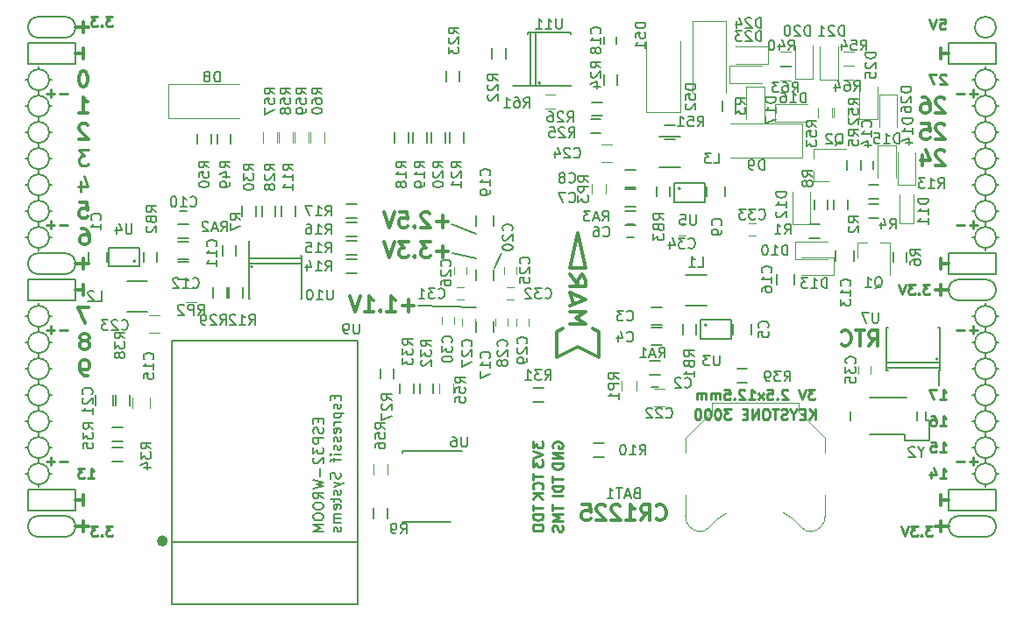
<source format=gbo>
G04 #@! TF.FileFunction,Legend,Bot*
%FSLAX46Y46*%
G04 Gerber Fmt 4.6, Leading zero omitted, Abs format (unit mm)*
G04 Created by KiCad (PCBNEW 4.0.7+dfsg1-1) date Sat Feb 17 10:48:56 2018*
%MOMM*%
%LPD*%
G01*
G04 APERTURE LIST*
%ADD10C,0.100000*%
%ADD11C,0.200000*%
%ADD12C,0.250000*%
%ADD13C,0.300000*%
%ADD14C,0.150000*%
%ADD15C,0.120000*%
%ADD16C,0.500000*%
G04 APERTURE END LIST*
D10*
D11*
X139439000Y-85931000D02*
X140074000Y-84534000D01*
X135248000Y-81740000D02*
X137661000Y-82629000D01*
X135375000Y-84534000D02*
X137661000Y-85042000D01*
X132073000Y-89614000D02*
X137661000Y-89741000D01*
D12*
X170323095Y-97702381D02*
X169704047Y-97702381D01*
X170037381Y-98083333D01*
X169894523Y-98083333D01*
X169799285Y-98130952D01*
X169751666Y-98178571D01*
X169704047Y-98273810D01*
X169704047Y-98511905D01*
X169751666Y-98607143D01*
X169799285Y-98654762D01*
X169894523Y-98702381D01*
X170180238Y-98702381D01*
X170275476Y-98654762D01*
X170323095Y-98607143D01*
X169418333Y-97702381D02*
X169085000Y-98702381D01*
X168751666Y-97702381D01*
X167704047Y-97797619D02*
X167656428Y-97750000D01*
X167561190Y-97702381D01*
X167323094Y-97702381D01*
X167227856Y-97750000D01*
X167180237Y-97797619D01*
X167132618Y-97892857D01*
X167132618Y-97988095D01*
X167180237Y-98130952D01*
X167751666Y-98702381D01*
X167132618Y-98702381D01*
X166704047Y-98607143D02*
X166656428Y-98654762D01*
X166704047Y-98702381D01*
X166751666Y-98654762D01*
X166704047Y-98607143D01*
X166704047Y-98702381D01*
X165751666Y-97702381D02*
X166227857Y-97702381D01*
X166275476Y-98178571D01*
X166227857Y-98130952D01*
X166132619Y-98083333D01*
X165894523Y-98083333D01*
X165799285Y-98130952D01*
X165751666Y-98178571D01*
X165704047Y-98273810D01*
X165704047Y-98511905D01*
X165751666Y-98607143D01*
X165799285Y-98654762D01*
X165894523Y-98702381D01*
X166132619Y-98702381D01*
X166227857Y-98654762D01*
X166275476Y-98607143D01*
X165370714Y-98702381D02*
X164846904Y-98035714D01*
X165370714Y-98035714D02*
X164846904Y-98702381D01*
X163942142Y-98702381D02*
X164513571Y-98702381D01*
X164227857Y-98702381D02*
X164227857Y-97702381D01*
X164323095Y-97845238D01*
X164418333Y-97940476D01*
X164513571Y-97988095D01*
X163561190Y-97797619D02*
X163513571Y-97750000D01*
X163418333Y-97702381D01*
X163180237Y-97702381D01*
X163084999Y-97750000D01*
X163037380Y-97797619D01*
X162989761Y-97892857D01*
X162989761Y-97988095D01*
X163037380Y-98130952D01*
X163608809Y-98702381D01*
X162989761Y-98702381D01*
X162561190Y-98607143D02*
X162513571Y-98654762D01*
X162561190Y-98702381D01*
X162608809Y-98654762D01*
X162561190Y-98607143D01*
X162561190Y-98702381D01*
X161608809Y-97702381D02*
X162085000Y-97702381D01*
X162132619Y-98178571D01*
X162085000Y-98130952D01*
X161989762Y-98083333D01*
X161751666Y-98083333D01*
X161656428Y-98130952D01*
X161608809Y-98178571D01*
X161561190Y-98273810D01*
X161561190Y-98511905D01*
X161608809Y-98607143D01*
X161656428Y-98654762D01*
X161751666Y-98702381D01*
X161989762Y-98702381D01*
X162085000Y-98654762D01*
X162132619Y-98607143D01*
X161132619Y-98702381D02*
X161132619Y-98035714D01*
X161132619Y-98130952D02*
X161085000Y-98083333D01*
X160989762Y-98035714D01*
X160846904Y-98035714D01*
X160751666Y-98083333D01*
X160704047Y-98178571D01*
X160704047Y-98702381D01*
X160704047Y-98178571D02*
X160656428Y-98083333D01*
X160561190Y-98035714D01*
X160418333Y-98035714D01*
X160323095Y-98083333D01*
X160275476Y-98178571D01*
X160275476Y-98702381D01*
X159799286Y-98702381D02*
X159799286Y-98035714D01*
X159799286Y-98130952D02*
X159751667Y-98083333D01*
X159656429Y-98035714D01*
X159513571Y-98035714D01*
X159418333Y-98083333D01*
X159370714Y-98178571D01*
X159370714Y-98702381D01*
X159370714Y-98178571D02*
X159323095Y-98083333D01*
X159227857Y-98035714D01*
X159085000Y-98035714D01*
X158989762Y-98083333D01*
X158942143Y-98178571D01*
X158942143Y-98702381D01*
D13*
X182492000Y-87582000D02*
X182492000Y-88598000D01*
X183254000Y-88090000D02*
X181984000Y-88090000D01*
X182492000Y-110442000D02*
X182492000Y-111458000D01*
X183254000Y-110950000D02*
X181984000Y-110950000D01*
X99688000Y-62182000D02*
X99688000Y-63198000D01*
X98926000Y-62690000D02*
X100196000Y-62690000D01*
X99688000Y-110442000D02*
X99688000Y-111458000D01*
X98926000Y-110950000D02*
X100196000Y-110950000D01*
X99688000Y-85042000D02*
X99688000Y-86058000D01*
X98926000Y-85550000D02*
X100196000Y-85550000D01*
D11*
X187826000Y-62690000D02*
G75*
G03X187826000Y-62690000I-1016000J0D01*
G01*
X184270000Y-87074000D02*
X186810000Y-87074000D01*
X184270000Y-89106000D02*
X186810000Y-89106000D01*
X184270000Y-87074000D02*
G75*
G03X184270000Y-89106000I0J-1016000D01*
G01*
X186810000Y-89106000D02*
G75*
G03X186810000Y-87074000I0J1016000D01*
G01*
X184270000Y-111966000D02*
X186810000Y-111966000D01*
X184270000Y-109934000D02*
X186810000Y-109934000D01*
X184270000Y-109934000D02*
G75*
G03X184270000Y-111966000I0J-1016000D01*
G01*
X186810000Y-111966000D02*
G75*
G03X186810000Y-109934000I0J1016000D01*
G01*
X97910000Y-63706000D02*
G75*
G03X97910000Y-61674000I0J1016000D01*
G01*
X95370000Y-61674000D02*
X97910000Y-61674000D01*
X95370000Y-63706000D02*
X97910000Y-63706000D01*
X95370000Y-61674000D02*
G75*
G03X95370000Y-63706000I0J-1016000D01*
G01*
X95370000Y-86566000D02*
X97910000Y-86566000D01*
X95370000Y-84534000D02*
X97910000Y-84534000D01*
X95370000Y-84534000D02*
G75*
G03X95370000Y-86566000I0J-1016000D01*
G01*
X97910000Y-86566000D02*
G75*
G03X97910000Y-84534000I0J1016000D01*
G01*
X95370000Y-111966000D02*
X97910000Y-111966000D01*
X95370000Y-109934000D02*
X97910000Y-109934000D01*
X95370000Y-109934000D02*
G75*
G03X95370000Y-111966000I0J-1016000D01*
G01*
X97910000Y-111966000D02*
G75*
G03X97910000Y-109934000I0J1016000D01*
G01*
X98926000Y-107394000D02*
X94354000Y-107394000D01*
X98926000Y-109426000D02*
X98926000Y-107394000D01*
X94354000Y-109426000D02*
X98926000Y-109426000D01*
X94354000Y-107394000D02*
X94354000Y-109426000D01*
X187826000Y-107394000D02*
X183254000Y-107394000D01*
X187826000Y-109426000D02*
X187826000Y-107394000D01*
X183254000Y-109426000D02*
X187826000Y-109426000D01*
X183254000Y-107394000D02*
X183254000Y-109426000D01*
X187826000Y-84534000D02*
X183254000Y-84534000D01*
X187826000Y-86566000D02*
X187826000Y-84534000D01*
X183254000Y-86566000D02*
X187826000Y-86566000D01*
X183254000Y-84534000D02*
X183254000Y-86566000D01*
X187826000Y-64214000D02*
X183254000Y-64214000D01*
X187826000Y-66246000D02*
X187826000Y-64214000D01*
X183254000Y-66246000D02*
X187826000Y-66246000D01*
X183254000Y-64214000D02*
X183254000Y-66246000D01*
X98926000Y-64214000D02*
X94354000Y-64214000D01*
X98926000Y-66246000D02*
X98926000Y-64214000D01*
X94354000Y-66246000D02*
X98926000Y-66246000D01*
X94354000Y-64214000D02*
X94354000Y-66246000D01*
X98926000Y-87074000D02*
X94354000Y-87074000D01*
X98926000Y-89106000D02*
X98926000Y-87074000D01*
X94354000Y-89106000D02*
X98926000Y-89106000D01*
X94354000Y-87074000D02*
X94354000Y-89106000D01*
D13*
X182872857Y-74711429D02*
X182801428Y-74640000D01*
X182658571Y-74568571D01*
X182301428Y-74568571D01*
X182158571Y-74640000D01*
X182087142Y-74711429D01*
X182015714Y-74854286D01*
X182015714Y-74997143D01*
X182087142Y-75211429D01*
X182944285Y-76068571D01*
X182015714Y-76068571D01*
X180730000Y-75068571D02*
X180730000Y-76068571D01*
X181087143Y-74497143D02*
X181444286Y-75568571D01*
X180515714Y-75568571D01*
X182872857Y-72171429D02*
X182801428Y-72100000D01*
X182658571Y-72028571D01*
X182301428Y-72028571D01*
X182158571Y-72100000D01*
X182087142Y-72171429D01*
X182015714Y-72314286D01*
X182015714Y-72457143D01*
X182087142Y-72671429D01*
X182944285Y-73528571D01*
X182015714Y-73528571D01*
X180658571Y-72028571D02*
X181372857Y-72028571D01*
X181444286Y-72742857D01*
X181372857Y-72671429D01*
X181230000Y-72600000D01*
X180872857Y-72600000D01*
X180730000Y-72671429D01*
X180658571Y-72742857D01*
X180587143Y-72885714D01*
X180587143Y-73242857D01*
X180658571Y-73385714D01*
X180730000Y-73457143D01*
X180872857Y-73528571D01*
X181230000Y-73528571D01*
X181372857Y-73457143D01*
X181444286Y-73385714D01*
D12*
X186032000Y-91971429D02*
X185270095Y-91971429D01*
X185651047Y-92352381D02*
X185651047Y-91590476D01*
X184793905Y-91971429D02*
X184032000Y-91971429D01*
X186032000Y-69111429D02*
X185270095Y-69111429D01*
X185651047Y-69492381D02*
X185651047Y-68730476D01*
X184793905Y-69111429D02*
X184032000Y-69111429D01*
X186032000Y-81811429D02*
X185270095Y-81811429D01*
X185651047Y-82192381D02*
X185651047Y-81430476D01*
X184793905Y-81811429D02*
X184032000Y-81811429D01*
X186032000Y-104671429D02*
X185270095Y-104671429D01*
X185651047Y-105052381D02*
X185651047Y-104290476D01*
X184793905Y-104671429D02*
X184032000Y-104671429D01*
X98148000Y-104671429D02*
X97386095Y-104671429D01*
X96909905Y-104671429D02*
X96148000Y-104671429D01*
X96528952Y-105052381D02*
X96528952Y-104290476D01*
X98148000Y-91971429D02*
X97386095Y-91971429D01*
X96909905Y-91971429D02*
X96148000Y-91971429D01*
X96528952Y-92352381D02*
X96528952Y-91590476D01*
X98148000Y-81811429D02*
X97386095Y-81811429D01*
X96909905Y-81811429D02*
X96148000Y-81811429D01*
X96528952Y-82192381D02*
X96528952Y-81430476D01*
X98148000Y-69111429D02*
X97386095Y-69111429D01*
X96909905Y-69111429D02*
X96148000Y-69111429D01*
X96528952Y-69492381D02*
X96528952Y-68730476D01*
D13*
X182492000Y-107902000D02*
X182492000Y-108918000D01*
X183254000Y-108410000D02*
X182492000Y-108410000D01*
D11*
X95370000Y-96726000D02*
X95370000Y-97234000D01*
X96386000Y-95710000D02*
X96640000Y-95710000D01*
X94354000Y-95710000D02*
X94100000Y-95710000D01*
X187826000Y-98250000D02*
X188080000Y-98250000D01*
X187826000Y-83010000D02*
X188080000Y-83010000D01*
X95370000Y-107140000D02*
X95370000Y-106886000D01*
X96386000Y-105870000D02*
X96640000Y-105870000D01*
X94354000Y-105870000D02*
X94100000Y-105870000D01*
X94354000Y-103330000D02*
X94100000Y-103330000D01*
X95370000Y-104346000D02*
X95370000Y-104854000D01*
X96386000Y-103330000D02*
X96640000Y-103330000D01*
X94354000Y-100790000D02*
X94100000Y-100790000D01*
X95370000Y-102314000D02*
X95370000Y-101806000D01*
X96386000Y-100790000D02*
X96640000Y-100790000D01*
X95370000Y-99266000D02*
X95370000Y-99774000D01*
X94354000Y-98250000D02*
X94100000Y-98250000D01*
X96386000Y-98250000D02*
X96640000Y-98250000D01*
X95370000Y-94186000D02*
X95370000Y-94694000D01*
X96386000Y-93170000D02*
X96640000Y-93170000D01*
X94354000Y-93170000D02*
X94100000Y-93170000D01*
X94354000Y-90630000D02*
X94100000Y-90630000D01*
X95370000Y-91646000D02*
X95370000Y-92154000D01*
X96640000Y-90630000D02*
X96386000Y-90630000D01*
X95370000Y-89360000D02*
X95370000Y-89614000D01*
X94354000Y-83010000D02*
X94100000Y-83010000D01*
X95370000Y-84280000D02*
X95370000Y-84026000D01*
X96386000Y-83010000D02*
X96640000Y-83010000D01*
X95370000Y-81486000D02*
X95370000Y-81994000D01*
X94354000Y-80470000D02*
X94100000Y-80470000D01*
X96640000Y-80470000D02*
X96386000Y-80470000D01*
X95370000Y-78946000D02*
X95370000Y-79454000D01*
X96386000Y-77930000D02*
X96640000Y-77930000D01*
X94354000Y-77930000D02*
X94100000Y-77930000D01*
X95370000Y-76406000D02*
X95370000Y-76914000D01*
X94354000Y-75390000D02*
X94100000Y-75390000D01*
X96386000Y-75390000D02*
X96640000Y-75390000D01*
X95370000Y-73866000D02*
X95370000Y-74374000D01*
X96386000Y-72850000D02*
X96640000Y-72850000D01*
X94100000Y-72850000D02*
X94354000Y-72850000D01*
X94354000Y-70310000D02*
X94100000Y-70310000D01*
X96640000Y-70310000D02*
X96386000Y-70310000D01*
X95370000Y-71326000D02*
X95370000Y-71834000D01*
X95370000Y-68786000D02*
X95370000Y-69294000D01*
X96386000Y-67770000D02*
X96640000Y-67770000D01*
X94354000Y-67770000D02*
X94100000Y-67770000D01*
X95370000Y-66500000D02*
X95370000Y-66754000D01*
X187826000Y-105870000D02*
X188080000Y-105870000D01*
X186810000Y-107140000D02*
X186810000Y-106886000D01*
X185540000Y-105870000D02*
X185794000Y-105870000D01*
X186810000Y-104346000D02*
X186810000Y-104854000D01*
X187826000Y-103330000D02*
X188080000Y-103330000D01*
X185540000Y-103330000D02*
X185794000Y-103330000D01*
X186810000Y-101806000D02*
X186810000Y-102314000D01*
X187826000Y-100790000D02*
X188080000Y-100790000D01*
X185540000Y-100790000D02*
X185794000Y-100790000D01*
X186810000Y-99266000D02*
X186810000Y-99774000D01*
X185540000Y-98250000D02*
X185794000Y-98250000D01*
X186810000Y-97234000D02*
X186810000Y-96726000D01*
X187826000Y-95710000D02*
X188080000Y-95710000D01*
X185540000Y-95710000D02*
X185794000Y-95710000D01*
X186810000Y-94694000D02*
X186810000Y-94186000D01*
X187826000Y-93170000D02*
X188080000Y-93170000D01*
X185540000Y-93170000D02*
X185794000Y-93170000D01*
X186810000Y-92154000D02*
X186810000Y-91646000D01*
X187826000Y-90630000D02*
X188080000Y-90630000D01*
X185540000Y-90630000D02*
X185794000Y-90630000D01*
X186810000Y-89360000D02*
X186810000Y-89614000D01*
X186810000Y-84280000D02*
X186810000Y-84026000D01*
X185540000Y-83010000D02*
X185794000Y-83010000D01*
X186810000Y-81994000D02*
X186810000Y-81486000D01*
X185794000Y-80470000D02*
X185540000Y-80470000D01*
X187826000Y-80470000D02*
X188080000Y-80470000D01*
X186810000Y-78946000D02*
X186810000Y-79454000D01*
X185794000Y-77930000D02*
X185540000Y-77930000D01*
X187826000Y-77930000D02*
X188080000Y-77930000D01*
X186810000Y-76406000D02*
X186810000Y-76914000D01*
X186810000Y-73866000D02*
X186810000Y-74374000D01*
X185794000Y-75390000D02*
X185540000Y-75390000D01*
X187826000Y-75390000D02*
X188080000Y-75390000D01*
X187826000Y-72850000D02*
X188080000Y-72850000D01*
X185540000Y-72850000D02*
X185794000Y-72850000D01*
X186810000Y-71834000D02*
X186810000Y-71326000D01*
X187826000Y-70310000D02*
X188080000Y-70310000D01*
X185540000Y-70310000D02*
X185794000Y-70310000D01*
X187826000Y-67770000D02*
X188080000Y-67770000D01*
X186810000Y-68786000D02*
X186810000Y-69294000D01*
X185540000Y-67770000D02*
X185794000Y-67770000D01*
X186810000Y-66500000D02*
X186810000Y-66754000D01*
X187826000Y-67770000D02*
G75*
G03X187826000Y-67770000I-1016000J0D01*
G01*
X187826000Y-70310000D02*
G75*
G03X187826000Y-70310000I-1016000J0D01*
G01*
X187826000Y-72850000D02*
G75*
G03X187826000Y-72850000I-1016000J0D01*
G01*
X187826000Y-75390000D02*
G75*
G03X187826000Y-75390000I-1016000J0D01*
G01*
X187826000Y-77930000D02*
G75*
G03X187826000Y-77930000I-1016000J0D01*
G01*
X187826000Y-80470000D02*
G75*
G03X187826000Y-80470000I-1016000J0D01*
G01*
X187826000Y-83010000D02*
G75*
G03X187826000Y-83010000I-1016000J0D01*
G01*
X187826000Y-90630000D02*
G75*
G03X187826000Y-90630000I-1016000J0D01*
G01*
X187826000Y-93170000D02*
G75*
G03X187826000Y-93170000I-1016000J0D01*
G01*
X187826000Y-95710000D02*
G75*
G03X187826000Y-95710000I-1016000J0D01*
G01*
X187826000Y-98250000D02*
G75*
G03X187826000Y-98250000I-1016000J0D01*
G01*
X187826000Y-100790000D02*
G75*
G03X187826000Y-100790000I-1016000J0D01*
G01*
X187826000Y-103330000D02*
G75*
G03X187826000Y-103330000I-1016000J0D01*
G01*
X187826000Y-105870000D02*
G75*
G03X187826000Y-105870000I-1016000J0D01*
G01*
X96386000Y-105870000D02*
G75*
G03X96386000Y-105870000I-1016000J0D01*
G01*
X96386000Y-103330000D02*
G75*
G03X96386000Y-103330000I-1016000J0D01*
G01*
X96386000Y-100790000D02*
G75*
G03X96386000Y-100790000I-1016000J0D01*
G01*
X96386000Y-98250000D02*
G75*
G03X96386000Y-98250000I-1016000J0D01*
G01*
X96386000Y-95710000D02*
G75*
G03X96386000Y-95710000I-1016000J0D01*
G01*
X96386000Y-93170000D02*
G75*
G03X96386000Y-93170000I-1016000J0D01*
G01*
X96386000Y-90630000D02*
G75*
G03X96386000Y-90630000I-1016000J0D01*
G01*
X96386000Y-83010000D02*
G75*
G03X96386000Y-83010000I-1016000J0D01*
G01*
X96386000Y-80470000D02*
G75*
G03X96386000Y-80470000I-1016000J0D01*
G01*
X96386000Y-77930000D02*
G75*
G03X96386000Y-77930000I-1016000J0D01*
G01*
X96386000Y-75390000D02*
G75*
G03X96386000Y-75390000I-1016000J0D01*
G01*
X96386000Y-72850000D02*
G75*
G03X96386000Y-72850000I-1016000J0D01*
G01*
X96386000Y-70310000D02*
G75*
G03X96386000Y-70310000I-1016000J0D01*
G01*
X96386000Y-67770000D02*
G75*
G03X96386000Y-67770000I-1016000J0D01*
G01*
D12*
X182428476Y-61888381D02*
X182904667Y-61888381D01*
X182952286Y-62364571D01*
X182904667Y-62316952D01*
X182809429Y-62269333D01*
X182571333Y-62269333D01*
X182476095Y-62316952D01*
X182428476Y-62364571D01*
X182380857Y-62459810D01*
X182380857Y-62697905D01*
X182428476Y-62793143D01*
X182476095Y-62840762D01*
X182571333Y-62888381D01*
X182809429Y-62888381D01*
X182904667Y-62840762D01*
X182952286Y-62793143D01*
X182095143Y-61888381D02*
X181761810Y-62888381D01*
X181428476Y-61888381D01*
D13*
X182492000Y-64722000D02*
X182492000Y-65738000D01*
X183254000Y-65230000D02*
X182492000Y-65230000D01*
D12*
X182999905Y-67317619D02*
X182952286Y-67270000D01*
X182857048Y-67222381D01*
X182618952Y-67222381D01*
X182523714Y-67270000D01*
X182476095Y-67317619D01*
X182428476Y-67412857D01*
X182428476Y-67508095D01*
X182476095Y-67650952D01*
X183047524Y-68222381D01*
X182428476Y-68222381D01*
X182095143Y-67222381D02*
X181428476Y-67222381D01*
X181857048Y-68222381D01*
D13*
X182872857Y-69631429D02*
X182801428Y-69560000D01*
X182658571Y-69488571D01*
X182301428Y-69488571D01*
X182158571Y-69560000D01*
X182087142Y-69631429D01*
X182015714Y-69774286D01*
X182015714Y-69917143D01*
X182087142Y-70131429D01*
X182944285Y-70988571D01*
X182015714Y-70988571D01*
X180730000Y-69488571D02*
X181015714Y-69488571D01*
X181158571Y-69560000D01*
X181230000Y-69631429D01*
X181372857Y-69845714D01*
X181444286Y-70131429D01*
X181444286Y-70702857D01*
X181372857Y-70845714D01*
X181301429Y-70917143D01*
X181158571Y-70988571D01*
X180872857Y-70988571D01*
X180730000Y-70917143D01*
X180658571Y-70845714D01*
X180587143Y-70702857D01*
X180587143Y-70345714D01*
X180658571Y-70202857D01*
X180730000Y-70131429D01*
X180872857Y-70060000D01*
X181158571Y-70060000D01*
X181301429Y-70131429D01*
X181372857Y-70202857D01*
X181444286Y-70345714D01*
X182492000Y-85042000D02*
X182492000Y-86058000D01*
X183254000Y-85550000D02*
X182492000Y-85550000D01*
D12*
X181428190Y-87542381D02*
X180809142Y-87542381D01*
X181142476Y-87923333D01*
X180999618Y-87923333D01*
X180904380Y-87970952D01*
X180856761Y-88018571D01*
X180809142Y-88113810D01*
X180809142Y-88351905D01*
X180856761Y-88447143D01*
X180904380Y-88494762D01*
X180999618Y-88542381D01*
X181285333Y-88542381D01*
X181380571Y-88494762D01*
X181428190Y-88447143D01*
X180380571Y-88447143D02*
X180332952Y-88494762D01*
X180380571Y-88542381D01*
X180428190Y-88494762D01*
X180380571Y-88447143D01*
X180380571Y-88542381D01*
X179999619Y-87542381D02*
X179380571Y-87542381D01*
X179713905Y-87923333D01*
X179571047Y-87923333D01*
X179475809Y-87970952D01*
X179428190Y-88018571D01*
X179380571Y-88113810D01*
X179380571Y-88351905D01*
X179428190Y-88447143D01*
X179475809Y-88494762D01*
X179571047Y-88542381D01*
X179856762Y-88542381D01*
X179952000Y-88494762D01*
X179999619Y-88447143D01*
X179094857Y-87542381D02*
X178761524Y-88542381D01*
X178428190Y-87542381D01*
X182428476Y-98702381D02*
X182999905Y-98702381D01*
X182714191Y-98702381D02*
X182714191Y-97702381D01*
X182809429Y-97845238D01*
X182904667Y-97940476D01*
X182999905Y-97988095D01*
X182095143Y-97702381D02*
X181428476Y-97702381D01*
X181857048Y-98702381D01*
X182428476Y-101242381D02*
X182999905Y-101242381D01*
X182714191Y-101242381D02*
X182714191Y-100242381D01*
X182809429Y-100385238D01*
X182904667Y-100480476D01*
X182999905Y-100528095D01*
X181571333Y-100242381D02*
X181761810Y-100242381D01*
X181857048Y-100290000D01*
X181904667Y-100337619D01*
X181999905Y-100480476D01*
X182047524Y-100670952D01*
X182047524Y-101051905D01*
X181999905Y-101147143D01*
X181952286Y-101194762D01*
X181857048Y-101242381D01*
X181666571Y-101242381D01*
X181571333Y-101194762D01*
X181523714Y-101147143D01*
X181476095Y-101051905D01*
X181476095Y-100813810D01*
X181523714Y-100718571D01*
X181571333Y-100670952D01*
X181666571Y-100623333D01*
X181857048Y-100623333D01*
X181952286Y-100670952D01*
X181999905Y-100718571D01*
X182047524Y-100813810D01*
X182428476Y-103782381D02*
X182999905Y-103782381D01*
X182714191Y-103782381D02*
X182714191Y-102782381D01*
X182809429Y-102925238D01*
X182904667Y-103020476D01*
X182999905Y-103068095D01*
X181523714Y-102782381D02*
X181999905Y-102782381D01*
X182047524Y-103258571D01*
X181999905Y-103210952D01*
X181904667Y-103163333D01*
X181666571Y-103163333D01*
X181571333Y-103210952D01*
X181523714Y-103258571D01*
X181476095Y-103353810D01*
X181476095Y-103591905D01*
X181523714Y-103687143D01*
X181571333Y-103734762D01*
X181666571Y-103782381D01*
X181904667Y-103782381D01*
X181999905Y-103734762D01*
X182047524Y-103687143D01*
X182428476Y-106322381D02*
X182999905Y-106322381D01*
X182714191Y-106322381D02*
X182714191Y-105322381D01*
X182809429Y-105465238D01*
X182904667Y-105560476D01*
X182999905Y-105608095D01*
X181571333Y-105655714D02*
X181571333Y-106322381D01*
X181809429Y-105274762D02*
X182047524Y-105989048D01*
X181428476Y-105989048D01*
X181682190Y-110910381D02*
X181063142Y-110910381D01*
X181396476Y-111291333D01*
X181253618Y-111291333D01*
X181158380Y-111338952D01*
X181110761Y-111386571D01*
X181063142Y-111481810D01*
X181063142Y-111719905D01*
X181110761Y-111815143D01*
X181158380Y-111862762D01*
X181253618Y-111910381D01*
X181539333Y-111910381D01*
X181634571Y-111862762D01*
X181682190Y-111815143D01*
X180634571Y-111815143D02*
X180586952Y-111862762D01*
X180634571Y-111910381D01*
X180682190Y-111862762D01*
X180634571Y-111815143D01*
X180634571Y-111910381D01*
X180253619Y-110910381D02*
X179634571Y-110910381D01*
X179967905Y-111291333D01*
X179825047Y-111291333D01*
X179729809Y-111338952D01*
X179682190Y-111386571D01*
X179634571Y-111481810D01*
X179634571Y-111719905D01*
X179682190Y-111815143D01*
X179729809Y-111862762D01*
X179825047Y-111910381D01*
X180110762Y-111910381D01*
X180206000Y-111862762D01*
X180253619Y-111815143D01*
X179348857Y-110910381D02*
X179015524Y-111910381D01*
X178682190Y-110910381D01*
D13*
X99688000Y-108918000D02*
X99688000Y-107902000D01*
X98926000Y-108410000D02*
X99688000Y-108410000D01*
X99688000Y-88598000D02*
X99688000Y-87582000D01*
X98926000Y-88090000D02*
X99688000Y-88090000D01*
X99688000Y-64722000D02*
X99688000Y-65738000D01*
X98926000Y-65230000D02*
X99688000Y-65230000D01*
D12*
X102513619Y-110910381D02*
X101894571Y-110910381D01*
X102227905Y-111291333D01*
X102085047Y-111291333D01*
X101989809Y-111338952D01*
X101942190Y-111386571D01*
X101894571Y-111481810D01*
X101894571Y-111719905D01*
X101942190Y-111815143D01*
X101989809Y-111862762D01*
X102085047Y-111910381D01*
X102370762Y-111910381D01*
X102466000Y-111862762D01*
X102513619Y-111815143D01*
X101466000Y-111815143D02*
X101418381Y-111862762D01*
X101466000Y-111910381D01*
X101513619Y-111862762D01*
X101466000Y-111815143D01*
X101466000Y-111910381D01*
X101085048Y-110910381D02*
X100466000Y-110910381D01*
X100799334Y-111291333D01*
X100656476Y-111291333D01*
X100561238Y-111338952D01*
X100513619Y-111386571D01*
X100466000Y-111481810D01*
X100466000Y-111719905D01*
X100513619Y-111815143D01*
X100561238Y-111862762D01*
X100656476Y-111910381D01*
X100942191Y-111910381D01*
X101037429Y-111862762D01*
X101085048Y-111815143D01*
X100132476Y-106322381D02*
X100703905Y-106322381D01*
X100418191Y-106322381D02*
X100418191Y-105322381D01*
X100513429Y-105465238D01*
X100608667Y-105560476D01*
X100703905Y-105608095D01*
X99799143Y-105322381D02*
X99180095Y-105322381D01*
X99513429Y-105703333D01*
X99370571Y-105703333D01*
X99275333Y-105750952D01*
X99227714Y-105798571D01*
X99180095Y-105893810D01*
X99180095Y-106131905D01*
X99227714Y-106227143D01*
X99275333Y-106274762D01*
X99370571Y-106322381D01*
X99656286Y-106322381D01*
X99751524Y-106274762D01*
X99799143Y-106227143D01*
D13*
X100100714Y-96388571D02*
X99814999Y-96388571D01*
X99672142Y-96317143D01*
X99600714Y-96245714D01*
X99457856Y-96031429D01*
X99386428Y-95745714D01*
X99386428Y-95174286D01*
X99457856Y-95031429D01*
X99529285Y-94960000D01*
X99672142Y-94888571D01*
X99957856Y-94888571D01*
X100100714Y-94960000D01*
X100172142Y-95031429D01*
X100243571Y-95174286D01*
X100243571Y-95531429D01*
X100172142Y-95674286D01*
X100100714Y-95745714D01*
X99957856Y-95817143D01*
X99672142Y-95817143D01*
X99529285Y-95745714D01*
X99457856Y-95674286D01*
X99386428Y-95531429D01*
X99957856Y-92991429D02*
X100100714Y-92920000D01*
X100172142Y-92848571D01*
X100243571Y-92705714D01*
X100243571Y-92634286D01*
X100172142Y-92491429D01*
X100100714Y-92420000D01*
X99957856Y-92348571D01*
X99672142Y-92348571D01*
X99529285Y-92420000D01*
X99457856Y-92491429D01*
X99386428Y-92634286D01*
X99386428Y-92705714D01*
X99457856Y-92848571D01*
X99529285Y-92920000D01*
X99672142Y-92991429D01*
X99957856Y-92991429D01*
X100100714Y-93062857D01*
X100172142Y-93134286D01*
X100243571Y-93277143D01*
X100243571Y-93562857D01*
X100172142Y-93705714D01*
X100100714Y-93777143D01*
X99957856Y-93848571D01*
X99672142Y-93848571D01*
X99529285Y-93777143D01*
X99457856Y-93705714D01*
X99386428Y-93562857D01*
X99386428Y-93277143D01*
X99457856Y-93134286D01*
X99529285Y-93062857D01*
X99672142Y-92991429D01*
X100187999Y-89808571D02*
X99187999Y-89808571D01*
X99830856Y-91308571D01*
X99529285Y-82188571D02*
X99814999Y-82188571D01*
X99957856Y-82260000D01*
X100029285Y-82331429D01*
X100172142Y-82545714D01*
X100243571Y-82831429D01*
X100243571Y-83402857D01*
X100172142Y-83545714D01*
X100100714Y-83617143D01*
X99957856Y-83688571D01*
X99672142Y-83688571D01*
X99529285Y-83617143D01*
X99457856Y-83545714D01*
X99386428Y-83402857D01*
X99386428Y-83045714D01*
X99457856Y-82902857D01*
X99529285Y-82831429D01*
X99672142Y-82760000D01*
X99957856Y-82760000D01*
X100100714Y-82831429D01*
X100172142Y-82902857D01*
X100243571Y-83045714D01*
X99330856Y-79648571D02*
X100045142Y-79648571D01*
X100116571Y-80362857D01*
X100045142Y-80291429D01*
X99902285Y-80220000D01*
X99545142Y-80220000D01*
X99402285Y-80291429D01*
X99330856Y-80362857D01*
X99259428Y-80505714D01*
X99259428Y-80862857D01*
X99330856Y-81005714D01*
X99402285Y-81077143D01*
X99545142Y-81148571D01*
X99902285Y-81148571D01*
X100045142Y-81077143D01*
X100116571Y-81005714D01*
D12*
X99402285Y-77608571D02*
X99402285Y-78608571D01*
X99759428Y-77037143D02*
X100116571Y-78108571D01*
X99187999Y-78108571D01*
X100187999Y-74568571D02*
X99259428Y-74568571D01*
X99759428Y-75140000D01*
X99545142Y-75140000D01*
X99402285Y-75211429D01*
X99330856Y-75282857D01*
X99259428Y-75425714D01*
X99259428Y-75782857D01*
X99330856Y-75925714D01*
X99402285Y-75997143D01*
X99545142Y-76068571D01*
X99973714Y-76068571D01*
X100116571Y-75997143D01*
X100187999Y-75925714D01*
D13*
X100116571Y-72171429D02*
X100045142Y-72100000D01*
X99902285Y-72028571D01*
X99545142Y-72028571D01*
X99402285Y-72100000D01*
X99330856Y-72171429D01*
X99259428Y-72314286D01*
X99259428Y-72457143D01*
X99330856Y-72671429D01*
X100187999Y-73528571D01*
X99259428Y-73528571D01*
X99259428Y-70988571D02*
X100116571Y-70988571D01*
X99687999Y-70988571D02*
X99687999Y-69488571D01*
X99830856Y-69702857D01*
X99973714Y-69845714D01*
X100116571Y-69917143D01*
X99759428Y-66948571D02*
X99616571Y-66948571D01*
X99473714Y-67020000D01*
X99402285Y-67091429D01*
X99330856Y-67234286D01*
X99259428Y-67520000D01*
X99259428Y-67877143D01*
X99330856Y-68162857D01*
X99402285Y-68305714D01*
X99473714Y-68377143D01*
X99616571Y-68448571D01*
X99759428Y-68448571D01*
X99902285Y-68377143D01*
X99973714Y-68305714D01*
X100045142Y-68162857D01*
X100116571Y-67877143D01*
X100116571Y-67520000D01*
X100045142Y-67234286D01*
X99973714Y-67091429D01*
X99902285Y-67020000D01*
X99759428Y-66948571D01*
D12*
X102513619Y-61634381D02*
X101894571Y-61634381D01*
X102227905Y-62015333D01*
X102085047Y-62015333D01*
X101989809Y-62062952D01*
X101942190Y-62110571D01*
X101894571Y-62205810D01*
X101894571Y-62443905D01*
X101942190Y-62539143D01*
X101989809Y-62586762D01*
X102085047Y-62634381D01*
X102370762Y-62634381D01*
X102466000Y-62586762D01*
X102513619Y-62539143D01*
X101466000Y-62539143D02*
X101418381Y-62586762D01*
X101466000Y-62634381D01*
X101513619Y-62586762D01*
X101466000Y-62539143D01*
X101466000Y-62634381D01*
X101085048Y-61634381D02*
X100466000Y-61634381D01*
X100799334Y-62015333D01*
X100656476Y-62015333D01*
X100561238Y-62062952D01*
X100513619Y-62110571D01*
X100466000Y-62205810D01*
X100466000Y-62443905D01*
X100513619Y-62539143D01*
X100561238Y-62586762D01*
X100656476Y-62634381D01*
X100942191Y-62634381D01*
X101037429Y-62586762D01*
X101085048Y-62539143D01*
X170370715Y-100607381D02*
X170370715Y-99607381D01*
X169799286Y-100607381D02*
X170227858Y-100035952D01*
X169799286Y-99607381D02*
X170370715Y-100178810D01*
X169370715Y-100083571D02*
X169037381Y-100083571D01*
X168894524Y-100607381D02*
X169370715Y-100607381D01*
X169370715Y-99607381D01*
X168894524Y-99607381D01*
X168275477Y-100131190D02*
X168275477Y-100607381D01*
X168608810Y-99607381D02*
X168275477Y-100131190D01*
X167942143Y-99607381D01*
X167656429Y-100559762D02*
X167513572Y-100607381D01*
X167275476Y-100607381D01*
X167180238Y-100559762D01*
X167132619Y-100512143D01*
X167085000Y-100416905D01*
X167085000Y-100321667D01*
X167132619Y-100226429D01*
X167180238Y-100178810D01*
X167275476Y-100131190D01*
X167465953Y-100083571D01*
X167561191Y-100035952D01*
X167608810Y-99988333D01*
X167656429Y-99893095D01*
X167656429Y-99797857D01*
X167608810Y-99702619D01*
X167561191Y-99655000D01*
X167465953Y-99607381D01*
X167227857Y-99607381D01*
X167085000Y-99655000D01*
X166799286Y-99607381D02*
X166227857Y-99607381D01*
X166513572Y-100607381D02*
X166513572Y-99607381D01*
X165704048Y-99607381D02*
X165513571Y-99607381D01*
X165418333Y-99655000D01*
X165323095Y-99750238D01*
X165275476Y-99940714D01*
X165275476Y-100274048D01*
X165323095Y-100464524D01*
X165418333Y-100559762D01*
X165513571Y-100607381D01*
X165704048Y-100607381D01*
X165799286Y-100559762D01*
X165894524Y-100464524D01*
X165942143Y-100274048D01*
X165942143Y-99940714D01*
X165894524Y-99750238D01*
X165799286Y-99655000D01*
X165704048Y-99607381D01*
X164846905Y-100607381D02*
X164846905Y-99607381D01*
X164275476Y-100607381D01*
X164275476Y-99607381D01*
X163799286Y-100083571D02*
X163465952Y-100083571D01*
X163323095Y-100607381D02*
X163799286Y-100607381D01*
X163799286Y-99607381D01*
X163323095Y-99607381D01*
X162227857Y-99607381D02*
X161608809Y-99607381D01*
X161942143Y-99988333D01*
X161799285Y-99988333D01*
X161704047Y-100035952D01*
X161656428Y-100083571D01*
X161608809Y-100178810D01*
X161608809Y-100416905D01*
X161656428Y-100512143D01*
X161704047Y-100559762D01*
X161799285Y-100607381D01*
X162085000Y-100607381D01*
X162180238Y-100559762D01*
X162227857Y-100512143D01*
X160989762Y-99607381D02*
X160894523Y-99607381D01*
X160799285Y-99655000D01*
X160751666Y-99702619D01*
X160704047Y-99797857D01*
X160656428Y-99988333D01*
X160656428Y-100226429D01*
X160704047Y-100416905D01*
X160751666Y-100512143D01*
X160799285Y-100559762D01*
X160894523Y-100607381D01*
X160989762Y-100607381D01*
X161085000Y-100559762D01*
X161132619Y-100512143D01*
X161180238Y-100416905D01*
X161227857Y-100226429D01*
X161227857Y-99988333D01*
X161180238Y-99797857D01*
X161132619Y-99702619D01*
X161085000Y-99655000D01*
X160989762Y-99607381D01*
X160037381Y-99607381D02*
X159942142Y-99607381D01*
X159846904Y-99655000D01*
X159799285Y-99702619D01*
X159751666Y-99797857D01*
X159704047Y-99988333D01*
X159704047Y-100226429D01*
X159751666Y-100416905D01*
X159799285Y-100512143D01*
X159846904Y-100559762D01*
X159942142Y-100607381D01*
X160037381Y-100607381D01*
X160132619Y-100559762D01*
X160180238Y-100512143D01*
X160227857Y-100416905D01*
X160275476Y-100226429D01*
X160275476Y-99988333D01*
X160227857Y-99797857D01*
X160180238Y-99702619D01*
X160132619Y-99655000D01*
X160037381Y-99607381D01*
X159085000Y-99607381D02*
X158989761Y-99607381D01*
X158894523Y-99655000D01*
X158846904Y-99702619D01*
X158799285Y-99797857D01*
X158751666Y-99988333D01*
X158751666Y-100226429D01*
X158799285Y-100416905D01*
X158846904Y-100512143D01*
X158894523Y-100559762D01*
X158989761Y-100607381D01*
X159085000Y-100607381D01*
X159180238Y-100559762D01*
X159227857Y-100512143D01*
X159275476Y-100416905D01*
X159323095Y-100226429D01*
X159323095Y-99988333D01*
X159275476Y-99797857D01*
X159227857Y-99702619D01*
X159180238Y-99655000D01*
X159085000Y-99607381D01*
D13*
X155027856Y-110215714D02*
X155099285Y-110287143D01*
X155313571Y-110358571D01*
X155456428Y-110358571D01*
X155670713Y-110287143D01*
X155813571Y-110144286D01*
X155884999Y-110001429D01*
X155956428Y-109715714D01*
X155956428Y-109501429D01*
X155884999Y-109215714D01*
X155813571Y-109072857D01*
X155670713Y-108930000D01*
X155456428Y-108858571D01*
X155313571Y-108858571D01*
X155099285Y-108930000D01*
X155027856Y-109001429D01*
X153527856Y-110358571D02*
X154027856Y-109644286D01*
X154384999Y-110358571D02*
X154384999Y-108858571D01*
X153813571Y-108858571D01*
X153670713Y-108930000D01*
X153599285Y-109001429D01*
X153527856Y-109144286D01*
X153527856Y-109358571D01*
X153599285Y-109501429D01*
X153670713Y-109572857D01*
X153813571Y-109644286D01*
X154384999Y-109644286D01*
X152099285Y-110358571D02*
X152956428Y-110358571D01*
X152527856Y-110358571D02*
X152527856Y-108858571D01*
X152670713Y-109072857D01*
X152813571Y-109215714D01*
X152956428Y-109287143D01*
X151527857Y-109001429D02*
X151456428Y-108930000D01*
X151313571Y-108858571D01*
X150956428Y-108858571D01*
X150813571Y-108930000D01*
X150742142Y-109001429D01*
X150670714Y-109144286D01*
X150670714Y-109287143D01*
X150742142Y-109501429D01*
X151599285Y-110358571D01*
X150670714Y-110358571D01*
X150099286Y-109001429D02*
X150027857Y-108930000D01*
X149885000Y-108858571D01*
X149527857Y-108858571D01*
X149385000Y-108930000D01*
X149313571Y-109001429D01*
X149242143Y-109144286D01*
X149242143Y-109287143D01*
X149313571Y-109501429D01*
X150170714Y-110358571D01*
X149242143Y-110358571D01*
X147885000Y-108858571D02*
X148599286Y-108858571D01*
X148670715Y-109572857D01*
X148599286Y-109501429D01*
X148456429Y-109430000D01*
X148099286Y-109430000D01*
X147956429Y-109501429D01*
X147885000Y-109572857D01*
X147813572Y-109715714D01*
X147813572Y-110072857D01*
X147885000Y-110215714D01*
X147956429Y-110287143D01*
X148099286Y-110358571D01*
X148456429Y-110358571D01*
X148599286Y-110287143D01*
X148670715Y-110215714D01*
X134945999Y-81466143D02*
X133803142Y-81466143D01*
X134374571Y-82037571D02*
X134374571Y-80894714D01*
X133160285Y-80680429D02*
X133088856Y-80609000D01*
X132945999Y-80537571D01*
X132588856Y-80537571D01*
X132445999Y-80609000D01*
X132374570Y-80680429D01*
X132303142Y-80823286D01*
X132303142Y-80966143D01*
X132374570Y-81180429D01*
X133231713Y-82037571D01*
X132303142Y-82037571D01*
X131660285Y-81894714D02*
X131588857Y-81966143D01*
X131660285Y-82037571D01*
X131731714Y-81966143D01*
X131660285Y-81894714D01*
X131660285Y-82037571D01*
X130231713Y-80537571D02*
X130945999Y-80537571D01*
X131017428Y-81251857D01*
X130945999Y-81180429D01*
X130803142Y-81109000D01*
X130445999Y-81109000D01*
X130303142Y-81180429D01*
X130231713Y-81251857D01*
X130160285Y-81394714D01*
X130160285Y-81751857D01*
X130231713Y-81894714D01*
X130303142Y-81966143D01*
X130445999Y-82037571D01*
X130803142Y-82037571D01*
X130945999Y-81966143D01*
X131017428Y-81894714D01*
X129731714Y-80537571D02*
X129231714Y-82037571D01*
X128731714Y-80537571D01*
X134945999Y-84387143D02*
X133803142Y-84387143D01*
X134374571Y-84958571D02*
X134374571Y-83815714D01*
X133231713Y-83458571D02*
X132303142Y-83458571D01*
X132803142Y-84030000D01*
X132588856Y-84030000D01*
X132445999Y-84101429D01*
X132374570Y-84172857D01*
X132303142Y-84315714D01*
X132303142Y-84672857D01*
X132374570Y-84815714D01*
X132445999Y-84887143D01*
X132588856Y-84958571D01*
X133017428Y-84958571D01*
X133160285Y-84887143D01*
X133231713Y-84815714D01*
X131660285Y-84815714D02*
X131588857Y-84887143D01*
X131660285Y-84958571D01*
X131731714Y-84887143D01*
X131660285Y-84815714D01*
X131660285Y-84958571D01*
X131088856Y-83458571D02*
X130160285Y-83458571D01*
X130660285Y-84030000D01*
X130445999Y-84030000D01*
X130303142Y-84101429D01*
X130231713Y-84172857D01*
X130160285Y-84315714D01*
X130160285Y-84672857D01*
X130231713Y-84815714D01*
X130303142Y-84887143D01*
X130445999Y-84958571D01*
X130874571Y-84958571D01*
X131017428Y-84887143D01*
X131088856Y-84815714D01*
X129731714Y-83458571D02*
X129231714Y-84958571D01*
X128731714Y-83458571D01*
X131643999Y-89594143D02*
X130501142Y-89594143D01*
X131072571Y-90165571D02*
X131072571Y-89022714D01*
X129001142Y-90165571D02*
X129858285Y-90165571D01*
X129429713Y-90165571D02*
X129429713Y-88665571D01*
X129572570Y-88879857D01*
X129715428Y-89022714D01*
X129858285Y-89094143D01*
X128358285Y-90022714D02*
X128286857Y-90094143D01*
X128358285Y-90165571D01*
X128429714Y-90094143D01*
X128358285Y-90022714D01*
X128358285Y-90165571D01*
X126858285Y-90165571D02*
X127715428Y-90165571D01*
X127286856Y-90165571D02*
X127286856Y-88665571D01*
X127429713Y-88879857D01*
X127572571Y-89022714D01*
X127715428Y-89094143D01*
X126429714Y-88665571D02*
X125929714Y-90165571D01*
X125429714Y-88665571D01*
D12*
X143082381Y-105854286D02*
X143082381Y-106425715D01*
X144082381Y-106140000D02*
X143082381Y-106140000D01*
X143987143Y-107330477D02*
X144034762Y-107282858D01*
X144082381Y-107140001D01*
X144082381Y-107044763D01*
X144034762Y-106901905D01*
X143939524Y-106806667D01*
X143844286Y-106759048D01*
X143653810Y-106711429D01*
X143510952Y-106711429D01*
X143320476Y-106759048D01*
X143225238Y-106806667D01*
X143130000Y-106901905D01*
X143082381Y-107044763D01*
X143082381Y-107140001D01*
X143130000Y-107282858D01*
X143177619Y-107330477D01*
X144082381Y-107759048D02*
X143082381Y-107759048D01*
X144082381Y-108330477D02*
X143510952Y-107901905D01*
X143082381Y-108330477D02*
X143653810Y-107759048D01*
X143082381Y-102726905D02*
X143082381Y-103345953D01*
X143463333Y-103012619D01*
X143463333Y-103155477D01*
X143510952Y-103250715D01*
X143558571Y-103298334D01*
X143653810Y-103345953D01*
X143891905Y-103345953D01*
X143987143Y-103298334D01*
X144034762Y-103250715D01*
X144082381Y-103155477D01*
X144082381Y-102869762D01*
X144034762Y-102774524D01*
X143987143Y-102726905D01*
X143082381Y-103631667D02*
X144082381Y-103965000D01*
X143082381Y-104298334D01*
X143082381Y-104536429D02*
X143082381Y-105155477D01*
X143463333Y-104822143D01*
X143463333Y-104965001D01*
X143510952Y-105060239D01*
X143558571Y-105107858D01*
X143653810Y-105155477D01*
X143891905Y-105155477D01*
X143987143Y-105107858D01*
X144034762Y-105060239D01*
X144082381Y-104965001D01*
X144082381Y-104679286D01*
X144034762Y-104584048D01*
X143987143Y-104536429D01*
X143082381Y-108878476D02*
X143082381Y-109449905D01*
X144082381Y-109164190D02*
X143082381Y-109164190D01*
X144082381Y-109783238D02*
X143082381Y-109783238D01*
X143082381Y-110021333D01*
X143130000Y-110164191D01*
X143225238Y-110259429D01*
X143320476Y-110307048D01*
X143510952Y-110354667D01*
X143653810Y-110354667D01*
X143844286Y-110307048D01*
X143939524Y-110259429D01*
X144034762Y-110164191D01*
X144082381Y-110021333D01*
X144082381Y-109783238D01*
X143082381Y-110973714D02*
X143082381Y-111164191D01*
X143130000Y-111259429D01*
X143225238Y-111354667D01*
X143415714Y-111402286D01*
X143749048Y-111402286D01*
X143939524Y-111354667D01*
X144034762Y-111259429D01*
X144082381Y-111164191D01*
X144082381Y-110973714D01*
X144034762Y-110878476D01*
X143939524Y-110783238D01*
X143749048Y-110735619D01*
X143415714Y-110735619D01*
X143225238Y-110783238D01*
X143130000Y-110878476D01*
X143082381Y-110973714D01*
X145035000Y-103330096D02*
X144987381Y-103234858D01*
X144987381Y-103092001D01*
X145035000Y-102949143D01*
X145130238Y-102853905D01*
X145225476Y-102806286D01*
X145415952Y-102758667D01*
X145558810Y-102758667D01*
X145749286Y-102806286D01*
X145844524Y-102853905D01*
X145939762Y-102949143D01*
X145987381Y-103092001D01*
X145987381Y-103187239D01*
X145939762Y-103330096D01*
X145892143Y-103377715D01*
X145558810Y-103377715D01*
X145558810Y-103187239D01*
X145987381Y-103806286D02*
X144987381Y-103806286D01*
X145987381Y-104377715D01*
X144987381Y-104377715D01*
X145987381Y-104853905D02*
X144987381Y-104853905D01*
X144987381Y-105092000D01*
X145035000Y-105234858D01*
X145130238Y-105330096D01*
X145225476Y-105377715D01*
X145415952Y-105425334D01*
X145558810Y-105425334D01*
X145749286Y-105377715D01*
X145844524Y-105330096D01*
X145939762Y-105234858D01*
X145987381Y-105092000D01*
X145987381Y-104853905D01*
X144987381Y-106116191D02*
X144987381Y-106687620D01*
X145987381Y-106401905D02*
X144987381Y-106401905D01*
X145987381Y-107020953D02*
X144987381Y-107020953D01*
X144987381Y-107259048D01*
X145035000Y-107401906D01*
X145130238Y-107497144D01*
X145225476Y-107544763D01*
X145415952Y-107592382D01*
X145558810Y-107592382D01*
X145749286Y-107544763D01*
X145844524Y-107497144D01*
X145939762Y-107401906D01*
X145987381Y-107259048D01*
X145987381Y-107020953D01*
X145987381Y-108020953D02*
X144987381Y-108020953D01*
X144987381Y-108854667D02*
X144987381Y-109426096D01*
X145987381Y-109140381D02*
X144987381Y-109140381D01*
X145987381Y-109759429D02*
X144987381Y-109759429D01*
X145701667Y-110092763D01*
X144987381Y-110426096D01*
X145987381Y-110426096D01*
X145939762Y-110854667D02*
X145987381Y-110997524D01*
X145987381Y-111235620D01*
X145939762Y-111330858D01*
X145892143Y-111378477D01*
X145796905Y-111426096D01*
X145701667Y-111426096D01*
X145606429Y-111378477D01*
X145558810Y-111330858D01*
X145511190Y-111235620D01*
X145463571Y-111045143D01*
X145415952Y-110949905D01*
X145368333Y-110902286D01*
X145273095Y-110854667D01*
X145177857Y-110854667D01*
X145082619Y-110902286D01*
X145035000Y-110949905D01*
X144987381Y-111045143D01*
X144987381Y-111283239D01*
X145035000Y-111426096D01*
D13*
X175557142Y-93498571D02*
X176057142Y-92784286D01*
X176414285Y-93498571D02*
X176414285Y-91998571D01*
X175842857Y-91998571D01*
X175699999Y-92070000D01*
X175628571Y-92141429D01*
X175557142Y-92284286D01*
X175557142Y-92498571D01*
X175628571Y-92641429D01*
X175699999Y-92712857D01*
X175842857Y-92784286D01*
X176414285Y-92784286D01*
X175128571Y-91998571D02*
X174271428Y-91998571D01*
X174699999Y-93498571D02*
X174699999Y-91998571D01*
X172914285Y-93355714D02*
X172985714Y-93427143D01*
X173200000Y-93498571D01*
X173342857Y-93498571D01*
X173557142Y-93427143D01*
X173700000Y-93284286D01*
X173771428Y-93141429D01*
X173842857Y-92855714D01*
X173842857Y-92641429D01*
X173771428Y-92355714D01*
X173700000Y-92212857D01*
X173557142Y-92070000D01*
X173342857Y-91998571D01*
X173200000Y-91998571D01*
X172985714Y-92070000D01*
X172914285Y-92141429D01*
D14*
X102823000Y-98258000D02*
X102823000Y-99258000D01*
X104173000Y-99258000D02*
X104173000Y-98258000D01*
D15*
X157345000Y-70900000D02*
X154045000Y-70900000D01*
X154045000Y-70900000D02*
X154045000Y-64000000D01*
X157345000Y-70900000D02*
X157345000Y-64000000D01*
D14*
X155830000Y-73525000D02*
X156830000Y-73525000D01*
X156830000Y-72175000D02*
X155830000Y-72175000D01*
X157870000Y-89565000D02*
X159870000Y-89565000D01*
X159870000Y-86615000D02*
X157870000Y-86615000D01*
X159886803Y-91500000D02*
G75*
G03X159886803Y-91500000I-111803J0D01*
G01*
X159275000Y-92800000D02*
X162275000Y-92800000D01*
X162275000Y-92800000D02*
X162275000Y-91000000D01*
X162275000Y-91000000D02*
X159275000Y-91000000D01*
X159275000Y-91000000D02*
X159275000Y-92800000D01*
X105895000Y-87250000D02*
X103895000Y-87250000D01*
X103895000Y-90200000D02*
X105895000Y-90200000D01*
X104736803Y-85315000D02*
G75*
G03X104736803Y-85315000I-111803J0D01*
G01*
X105125000Y-84015000D02*
X102125000Y-84015000D01*
X102125000Y-84015000D02*
X102125000Y-85815000D01*
X102125000Y-85815000D02*
X105125000Y-85815000D01*
X105125000Y-85815000D02*
X105125000Y-84015000D01*
X155330000Y-76230000D02*
X157330000Y-76230000D01*
X157330000Y-73280000D02*
X155330000Y-73280000D01*
X157346803Y-78292000D02*
G75*
G03X157346803Y-78292000I-111803J0D01*
G01*
X156735000Y-79592000D02*
X159735000Y-79592000D01*
X159735000Y-79592000D02*
X159735000Y-77792000D01*
X159735000Y-77792000D02*
X156735000Y-77792000D01*
X156735000Y-77792000D02*
X156735000Y-79592000D01*
X100235000Y-85415000D02*
X100235000Y-84415000D01*
X101935000Y-84415000D02*
X101935000Y-85415000D01*
X155560000Y-91480000D02*
X154560000Y-91480000D01*
X154560000Y-89780000D02*
X155560000Y-89780000D01*
X155560000Y-93385000D02*
X154560000Y-93385000D01*
X154560000Y-91685000D02*
X155560000Y-91685000D01*
X164165000Y-91400000D02*
X164165000Y-92400000D01*
X162465000Y-92400000D02*
X162465000Y-91400000D01*
X153020000Y-80050000D02*
X152020000Y-80050000D01*
X152020000Y-78350000D02*
X153020000Y-78350000D01*
X153020000Y-78145000D02*
X152020000Y-78145000D01*
X152020000Y-76445000D02*
X153020000Y-76445000D01*
X161625000Y-78065000D02*
X161625000Y-79065000D01*
X159925000Y-79065000D02*
X159925000Y-78065000D01*
X108840000Y-83430000D02*
X109840000Y-83430000D01*
X109840000Y-85130000D02*
X108840000Y-85130000D01*
X108840000Y-85335000D02*
X109840000Y-85335000D01*
X109840000Y-87035000D02*
X108840000Y-87035000D01*
X174071000Y-84288000D02*
X174071000Y-85288000D01*
X172371000Y-85288000D02*
X172371000Y-84288000D01*
D15*
X174435000Y-83520000D02*
X175365000Y-83520000D01*
X177595000Y-83520000D02*
X176665000Y-83520000D01*
X177595000Y-83520000D02*
X177595000Y-86680000D01*
X174435000Y-83520000D02*
X174435000Y-84980000D01*
X170175000Y-77605000D02*
X170175000Y-76675000D01*
X170175000Y-74445000D02*
X170175000Y-75375000D01*
X170175000Y-74445000D02*
X173335000Y-74445000D01*
X170175000Y-77605000D02*
X171635000Y-77605000D01*
D14*
X154510000Y-97510000D02*
X155210000Y-97510000D01*
X155210000Y-96310000D02*
X154510000Y-96310000D01*
X152170000Y-82975000D02*
X152870000Y-82975000D01*
X152870000Y-81775000D02*
X152170000Y-81775000D01*
X109690000Y-80505000D02*
X108990000Y-80505000D01*
X108990000Y-81705000D02*
X109690000Y-81705000D01*
X174780000Y-75675000D02*
X174780000Y-76375000D01*
X175980000Y-76375000D02*
X175980000Y-75675000D01*
X170800000Y-81700000D02*
X169800000Y-81700000D01*
X169800000Y-83050000D02*
X170800000Y-83050000D01*
X172165000Y-79335000D02*
X172165000Y-80335000D01*
X173515000Y-80335000D02*
X173515000Y-79335000D01*
X175515000Y-81145000D02*
X176515000Y-81145000D01*
X176515000Y-79795000D02*
X175515000Y-79795000D01*
X174785000Y-76525000D02*
X174785000Y-75525000D01*
X173435000Y-75525000D02*
X173435000Y-76525000D01*
X179230000Y-85415000D02*
X179230000Y-84415000D01*
X177880000Y-84415000D02*
X177880000Y-85415000D01*
X114460000Y-84780000D02*
X114460000Y-83780000D01*
X113110000Y-83780000D02*
X113110000Y-84780000D01*
X170260000Y-79335000D02*
X170260000Y-80335000D01*
X171610000Y-80335000D02*
X171610000Y-79335000D01*
X129065000Y-110180000D02*
X129065000Y-109180000D01*
X127715000Y-109180000D02*
X127715000Y-110180000D01*
X148972000Y-104259000D02*
X149972000Y-104259000D01*
X149972000Y-102909000D02*
X148972000Y-102909000D01*
X175515000Y-79240000D02*
X176515000Y-79240000D01*
X176515000Y-77890000D02*
X175515000Y-77890000D01*
X155360000Y-94965000D02*
X154360000Y-94965000D01*
X154360000Y-96315000D02*
X155360000Y-96315000D01*
X108840000Y-83050000D02*
X109840000Y-83050000D01*
X109840000Y-81700000D02*
X108840000Y-81700000D01*
X153020000Y-80430000D02*
X152020000Y-80430000D01*
X152020000Y-81780000D02*
X153020000Y-81780000D01*
X158910000Y-92400000D02*
X158910000Y-91400000D01*
X157560000Y-91400000D02*
X157560000Y-92400000D01*
X105490000Y-84415000D02*
X105490000Y-85415000D01*
X106840000Y-85415000D02*
X106840000Y-84415000D01*
X156370000Y-79065000D02*
X156370000Y-78065000D01*
X155020000Y-78065000D02*
X155020000Y-79065000D01*
X125096000Y-86479000D02*
X126096000Y-86479000D01*
X126096000Y-85129000D02*
X125096000Y-85129000D01*
X125096000Y-84701000D02*
X126096000Y-84701000D01*
X126096000Y-83351000D02*
X125096000Y-83351000D01*
X125096000Y-82923000D02*
X126096000Y-82923000D01*
X126096000Y-81573000D02*
X125096000Y-81573000D01*
X125096000Y-81145000D02*
X126096000Y-81145000D01*
X126096000Y-79795000D02*
X125096000Y-79795000D01*
X129747000Y-72858000D02*
X129747000Y-73858000D01*
X131097000Y-73858000D02*
X131097000Y-72858000D01*
X131525000Y-72858000D02*
X131525000Y-73858000D01*
X132875000Y-73858000D02*
X132875000Y-72858000D01*
X133303000Y-72858000D02*
X133303000Y-73858000D01*
X134653000Y-73858000D02*
X134653000Y-72858000D01*
X135081000Y-72858000D02*
X135081000Y-73858000D01*
X136431000Y-73858000D02*
X136431000Y-72858000D01*
X151189600Y-64310000D02*
X151189600Y-63610000D01*
X149989600Y-63610000D02*
X149989600Y-64310000D01*
X161370000Y-69810000D02*
X161370000Y-70810000D01*
X162720000Y-70810000D02*
X162720000Y-69810000D01*
X139145000Y-64730000D02*
X139145000Y-65730000D01*
X140495000Y-65730000D02*
X140495000Y-64730000D01*
X134700000Y-66932000D02*
X134700000Y-67932000D01*
X136050000Y-67932000D02*
X136050000Y-66932000D01*
X149940000Y-67270000D02*
X149940000Y-68270000D01*
X151290000Y-68270000D02*
X151290000Y-67270000D01*
X148675000Y-72890000D02*
X149675000Y-72890000D01*
X149675000Y-71540000D02*
X148675000Y-71540000D01*
X148780000Y-71275000D02*
X149780000Y-71275000D01*
X149780000Y-69925000D02*
X148780000Y-69925000D01*
X130510000Y-103690000D02*
X130510000Y-103790000D01*
X130510000Y-110515000D02*
X130510000Y-110490000D01*
X135160000Y-110515000D02*
X135160000Y-110490000D01*
X136235000Y-103690000D02*
X130510000Y-103690000D01*
X135160000Y-110515000D02*
X130510000Y-110515000D01*
X120175000Y-80970000D02*
X120175000Y-79970000D01*
X118825000Y-79970000D02*
X118825000Y-80970000D01*
X113745000Y-87844000D02*
X113745000Y-88844000D01*
X115095000Y-88844000D02*
X115095000Y-87844000D01*
X128350000Y-95675000D02*
X128350000Y-96675000D01*
X129700000Y-96675000D02*
X129700000Y-95675000D01*
X118270000Y-80970000D02*
X118270000Y-79970000D01*
X116920000Y-79970000D02*
X116920000Y-80970000D01*
X112221000Y-87844000D02*
X112221000Y-88844000D01*
X113571000Y-88844000D02*
X113571000Y-87844000D01*
X116365000Y-80970000D02*
X116365000Y-79970000D01*
X115015000Y-79970000D02*
X115015000Y-80970000D01*
X143130000Y-98925000D02*
X144130000Y-98925000D01*
X144130000Y-97575000D02*
X143130000Y-97575000D01*
X132160000Y-97115000D02*
X132160000Y-98115000D01*
X133510000Y-98115000D02*
X133510000Y-97115000D01*
X130255000Y-97115000D02*
X130255000Y-98115000D01*
X131605000Y-98115000D02*
X131605000Y-97115000D01*
X103490000Y-103290000D02*
X102490000Y-103290000D01*
X102490000Y-104640000D02*
X103490000Y-104640000D01*
X102490000Y-102735000D02*
X103490000Y-102735000D01*
X103490000Y-101385000D02*
X102490000Y-101385000D01*
X168356000Y-86574000D02*
X168356000Y-87574000D01*
X166656000Y-87574000D02*
X166656000Y-86574000D01*
X162815000Y-97020000D02*
X163815000Y-97020000D01*
X163815000Y-95670000D02*
X162815000Y-95670000D01*
X137650000Y-92120000D02*
X137650000Y-91120000D01*
X139350000Y-91120000D02*
X139350000Y-92120000D01*
X139350000Y-80920000D02*
X139350000Y-81920000D01*
X137650000Y-81920000D02*
X137650000Y-80920000D01*
X137650000Y-87120000D02*
X137650000Y-86120000D01*
X139350000Y-86120000D02*
X139350000Y-87120000D01*
X100870000Y-99258000D02*
X100870000Y-98258000D01*
X102570000Y-98258000D02*
X102570000Y-99258000D01*
X112602000Y-72985000D02*
X112602000Y-73985000D01*
X113952000Y-73985000D02*
X113952000Y-72985000D01*
X110697000Y-72985000D02*
X110697000Y-73985000D01*
X112047000Y-73985000D02*
X112047000Y-72985000D01*
D15*
X172160000Y-70445000D02*
X172160000Y-71445000D01*
X173520000Y-71445000D02*
X173520000Y-70445000D01*
X170636000Y-70445000D02*
X170636000Y-71445000D01*
X171996000Y-71445000D02*
X171996000Y-70445000D01*
X106126000Y-98512000D02*
X106126000Y-99512000D01*
X104426000Y-99512000D02*
X104426000Y-98512000D01*
X107861000Y-71452000D02*
X107861000Y-68152000D01*
X107861000Y-68152000D02*
X114761000Y-68152000D01*
X107861000Y-71452000D02*
X114761000Y-71452000D01*
X169112000Y-71962000D02*
X169112000Y-75262000D01*
X169112000Y-75262000D02*
X162212000Y-75262000D01*
X169112000Y-71962000D02*
X162212000Y-71962000D01*
X158490000Y-62100000D02*
X161790000Y-62100000D01*
X161790000Y-62100000D02*
X161790000Y-69000000D01*
X158490000Y-62100000D02*
X158490000Y-69000000D01*
X155814000Y-99354000D02*
X154814000Y-99354000D01*
X154814000Y-97654000D02*
X155814000Y-97654000D01*
X106046000Y-90542000D02*
X107046000Y-90542000D01*
X107046000Y-92242000D02*
X106046000Y-92242000D01*
X149734000Y-74032000D02*
X150734000Y-74032000D01*
X150734000Y-75732000D02*
X149734000Y-75732000D01*
X135420000Y-98115000D02*
X135420000Y-97115000D01*
X134060000Y-97115000D02*
X134060000Y-98115000D01*
X160091264Y-111074552D02*
G75*
G02X161785000Y-109670000I4493736J-3695448D01*
G01*
X167317553Y-109624793D02*
G75*
G02X169085000Y-111070000I-2732553J-5145207D01*
G01*
X159170385Y-111454160D02*
G75*
G03X160085000Y-111070000I124615J984160D01*
G01*
X169999615Y-111454160D02*
G75*
G02X169085000Y-111070000I-124615J984160D01*
G01*
X157835000Y-109920000D02*
G75*
G03X159285000Y-111470000I1500000J-50000D01*
G01*
X171335000Y-109920000D02*
G75*
G02X169885000Y-111470000I-1500000J-50000D01*
G01*
X157835000Y-107870000D02*
X157835000Y-109970000D01*
X171335000Y-107870000D02*
X171335000Y-109970000D01*
X171335000Y-103870000D02*
X171335000Y-102420000D01*
X171335000Y-102420000D02*
X168735000Y-99820000D01*
X168735000Y-99820000D02*
X168735000Y-99020000D01*
X168735000Y-99020000D02*
X160435000Y-99020000D01*
X160435000Y-99020000D02*
X160435000Y-99820000D01*
X160435000Y-99820000D02*
X157835000Y-102420000D01*
X157835000Y-102420000D02*
X157835000Y-103870000D01*
X170134000Y-67638000D02*
X168434000Y-67638000D01*
X168434000Y-67638000D02*
X168434000Y-64488000D01*
X170134000Y-67638000D02*
X170134000Y-64488000D01*
X172547000Y-67731000D02*
X170847000Y-67731000D01*
X170847000Y-67731000D02*
X170847000Y-64581000D01*
X172547000Y-67731000D02*
X172547000Y-64581000D01*
X168400000Y-85130000D02*
X168400000Y-83430000D01*
X168400000Y-83430000D02*
X171550000Y-83430000D01*
X168400000Y-85130000D02*
X171550000Y-85130000D01*
X169880000Y-81735000D02*
X168180000Y-81735000D01*
X168180000Y-81735000D02*
X168180000Y-78585000D01*
X169880000Y-81735000D02*
X169880000Y-78585000D01*
X172200000Y-84954000D02*
X172200000Y-86654000D01*
X172200000Y-86654000D02*
X169050000Y-86654000D01*
X172200000Y-84954000D02*
X169050000Y-84954000D01*
X180040000Y-77925000D02*
X178340000Y-77925000D01*
X178340000Y-77925000D02*
X178340000Y-74775000D01*
X180040000Y-77925000D02*
X180040000Y-74775000D01*
X176435000Y-74125000D02*
X178135000Y-74125000D01*
X178135000Y-74125000D02*
X178135000Y-77275000D01*
X176435000Y-74125000D02*
X176435000Y-77275000D01*
X166495000Y-71795000D02*
X166495000Y-70095000D01*
X166495000Y-70095000D02*
X169645000Y-70095000D01*
X166495000Y-71795000D02*
X169645000Y-71795000D01*
X163735000Y-68410000D02*
X165435000Y-68410000D01*
X165435000Y-68410000D02*
X165435000Y-71560000D01*
X163735000Y-68410000D02*
X163735000Y-71560000D01*
X127710000Y-104946000D02*
X127710000Y-105946000D01*
X129070000Y-105946000D02*
X129070000Y-104946000D01*
X117042000Y-72858000D02*
X117042000Y-73858000D01*
X118402000Y-73858000D02*
X118402000Y-72858000D01*
X118566000Y-72858000D02*
X118566000Y-73858000D01*
X119926000Y-73858000D02*
X119926000Y-72858000D01*
X120090000Y-72858000D02*
X120090000Y-73858000D01*
X121450000Y-73858000D02*
X121450000Y-72858000D01*
X121614000Y-72858000D02*
X121614000Y-73858000D01*
X122974000Y-73858000D02*
X122974000Y-72858000D01*
X144280000Y-70580000D02*
X145280000Y-70580000D01*
X145280000Y-69220000D02*
X144280000Y-69220000D01*
D14*
X182200803Y-94757500D02*
G75*
G03X182200803Y-94757500I-89803J0D01*
G01*
X177285000Y-95583000D02*
X182365000Y-95583000D01*
X182365000Y-95075000D02*
X177285000Y-95075000D01*
X182400000Y-95880000D02*
X182350000Y-95880000D01*
X182400000Y-91730000D02*
X182255000Y-91730000D01*
X177250000Y-91730000D02*
X177395000Y-91730000D01*
X177250000Y-95880000D02*
X177395000Y-95880000D01*
X182400000Y-95880000D02*
X182400000Y-91730000D01*
X177250000Y-95880000D02*
X177250000Y-91730000D01*
X182350000Y-95880000D02*
X182350000Y-97280000D01*
X143817303Y-68087500D02*
G75*
G03X143817303Y-68087500I-89803J0D01*
G01*
X142902000Y-63261500D02*
X142902000Y-68341500D01*
X143410000Y-68341500D02*
X143410000Y-63261500D01*
X142605000Y-68376500D02*
X142605000Y-68326500D01*
X146755000Y-68376500D02*
X146755000Y-68231500D01*
X146755000Y-63226500D02*
X146755000Y-63371500D01*
X142605000Y-63226500D02*
X142605000Y-63371500D01*
X142605000Y-68376500D02*
X146755000Y-68376500D01*
X142605000Y-63226500D02*
X146755000Y-63226500D01*
X142605000Y-68326500D02*
X141205000Y-68326500D01*
X116033803Y-85867500D02*
G75*
G03X116033803Y-85867500I-89803J0D01*
G01*
X120770000Y-85042000D02*
X115690000Y-85042000D01*
X115690000Y-85550000D02*
X120770000Y-85550000D01*
X115655000Y-84745000D02*
X115705000Y-84745000D01*
X115655000Y-88895000D02*
X115800000Y-88895000D01*
X120805000Y-88895000D02*
X120660000Y-88895000D01*
X120805000Y-84745000D02*
X120660000Y-84745000D01*
X115655000Y-84745000D02*
X115655000Y-88895000D01*
X120805000Y-84745000D02*
X120805000Y-88895000D01*
X115705000Y-84745000D02*
X115705000Y-83345000D01*
D16*
X107607981Y-112354000D02*
G75*
G03X107607981Y-112354000I-283981J0D01*
G01*
D14*
X126230000Y-112500000D02*
X108230000Y-112500000D01*
X108230000Y-118500000D02*
X108230000Y-93000000D01*
X126230000Y-118500000D02*
X126230000Y-93000000D01*
X126230000Y-93000000D02*
X108230000Y-93000000D01*
X126230000Y-118500000D02*
X108230000Y-118500000D01*
X181412000Y-100682000D02*
X181012000Y-100682000D01*
X181412000Y-102682000D02*
X181412000Y-100682000D01*
X179012000Y-102682000D02*
X181412000Y-102682000D01*
X179012000Y-102082000D02*
X179012000Y-102682000D01*
X173812000Y-99882000D02*
X173812000Y-100682000D01*
X179212000Y-98482000D02*
X175612000Y-98482000D01*
X179012000Y-102082000D02*
X175612000Y-102082000D01*
X180212000Y-99882000D02*
X180212000Y-100682000D01*
X181012000Y-99882000D02*
X181012000Y-100682000D01*
D13*
X148240000Y-90179000D02*
X146640000Y-90179000D01*
X147240000Y-90779000D02*
X148240000Y-90179000D01*
X148240000Y-91379000D02*
X147240000Y-90779000D01*
X146640000Y-91379000D02*
X148240000Y-91379000D01*
X145440000Y-92179000D02*
X146040000Y-91779000D01*
X149440000Y-92179000D02*
X148840000Y-91779000D01*
X149440000Y-94579000D02*
X149440000Y-92179000D01*
X147440000Y-82579000D02*
X148240000Y-85979000D01*
X146640000Y-85979000D02*
X147440000Y-82579000D01*
X148240000Y-85979000D02*
X146640000Y-85979000D01*
X147440000Y-87579000D02*
X146640000Y-86579000D01*
X147440000Y-87179000D02*
X147440000Y-87779000D01*
X147840000Y-86579000D02*
X147440000Y-87179000D01*
X148240000Y-87179000D02*
X147840000Y-86579000D01*
X148240000Y-87779000D02*
X148240000Y-87179000D01*
X148240000Y-87779000D02*
X146640000Y-87779000D01*
X146640000Y-88379000D02*
X147040000Y-89379000D01*
X148240000Y-88979000D02*
X146640000Y-88379000D01*
X146640000Y-89579000D02*
X148240000Y-88979000D01*
X145440000Y-94579000D02*
X145440000Y-92179000D01*
X147440000Y-93579000D02*
X145440000Y-94579000D01*
X149440000Y-94579000D02*
X147440000Y-93579000D01*
D15*
X179890000Y-81635000D02*
X178490000Y-81635000D01*
X178490000Y-81635000D02*
X178490000Y-78835000D01*
X179890000Y-81635000D02*
X179890000Y-78835000D01*
X141500000Y-86570000D02*
X141500000Y-85870000D01*
X140300000Y-85870000D02*
X140300000Y-86570000D01*
X136700000Y-86570000D02*
X136700000Y-85870000D01*
X135500000Y-85870000D02*
X135500000Y-86570000D01*
X137500000Y-91570000D02*
X137500000Y-90870000D01*
X136300000Y-90870000D02*
X136300000Y-91570000D01*
X140700000Y-91570000D02*
X140700000Y-90870000D01*
X139500000Y-90870000D02*
X139500000Y-91570000D01*
X142700000Y-91570000D02*
X142700000Y-90870000D01*
X141500000Y-90870000D02*
X141500000Y-91570000D01*
X135500000Y-91370000D02*
X135500000Y-90670000D01*
X134300000Y-90670000D02*
X134300000Y-91370000D01*
X136450000Y-87820000D02*
X135750000Y-87820000D01*
X135750000Y-89020000D02*
X136450000Y-89020000D01*
X140550000Y-89020000D02*
X141250000Y-89020000D01*
X141250000Y-87820000D02*
X140550000Y-87820000D01*
X163950000Y-82820000D02*
X164650000Y-82820000D01*
X164650000Y-81620000D02*
X163950000Y-81620000D01*
X157850000Y-81620000D02*
X157150000Y-81620000D01*
X157150000Y-82820000D02*
X157850000Y-82820000D01*
X174500000Y-95470000D02*
X174500000Y-96170000D01*
X175700000Y-96170000D02*
X175700000Y-95470000D01*
X168006000Y-66455000D02*
X167006000Y-66455000D01*
X167006000Y-67815000D02*
X168006000Y-67815000D01*
X173100000Y-67800000D02*
X174100000Y-67800000D01*
X174100000Y-66440000D02*
X173100000Y-66440000D01*
X162050000Y-68112000D02*
X162050000Y-66412000D01*
X162050000Y-66412000D02*
X165200000Y-66412000D01*
X162050000Y-68112000D02*
X165200000Y-68112000D01*
X165850000Y-64507000D02*
X165850000Y-66207000D01*
X165850000Y-66207000D02*
X162700000Y-66207000D01*
X165850000Y-64507000D02*
X162700000Y-64507000D01*
X176357000Y-71575000D02*
X174657000Y-71575000D01*
X174657000Y-71575000D02*
X174657000Y-68425000D01*
X176357000Y-71575000D02*
X176357000Y-68425000D01*
X176562000Y-69172000D02*
X178262000Y-69172000D01*
X178262000Y-69172000D02*
X178262000Y-72322000D01*
X176562000Y-69172000D02*
X176562000Y-72322000D01*
X168006000Y-65058000D02*
X167006000Y-65058000D01*
X167006000Y-66418000D02*
X168006000Y-66418000D01*
X174102000Y-65058000D02*
X173102000Y-65058000D01*
X173102000Y-66418000D02*
X174102000Y-66418000D01*
X153073000Y-97861000D02*
X153073000Y-96861000D01*
X151713000Y-96861000D02*
X151713000Y-97861000D01*
X110602000Y-87918000D02*
X109602000Y-87918000D01*
X109602000Y-89278000D02*
X110602000Y-89278000D01*
X150152000Y-78811000D02*
X150152000Y-77811000D01*
X148792000Y-77811000D02*
X148792000Y-78811000D01*
D14*
X103696381Y-92781143D02*
X103220190Y-92447809D01*
X103696381Y-92209714D02*
X102696381Y-92209714D01*
X102696381Y-92590667D01*
X102744000Y-92685905D01*
X102791619Y-92733524D01*
X102886857Y-92781143D01*
X103029714Y-92781143D01*
X103124952Y-92733524D01*
X103172571Y-92685905D01*
X103220190Y-92590667D01*
X103220190Y-92209714D01*
X102696381Y-93114476D02*
X102696381Y-93733524D01*
X103077333Y-93400190D01*
X103077333Y-93543048D01*
X103124952Y-93638286D01*
X103172571Y-93685905D01*
X103267810Y-93733524D01*
X103505905Y-93733524D01*
X103601143Y-93685905D01*
X103648762Y-93638286D01*
X103696381Y-93543048D01*
X103696381Y-93257333D01*
X103648762Y-93162095D01*
X103601143Y-93114476D01*
X103124952Y-94304952D02*
X103077333Y-94209714D01*
X103029714Y-94162095D01*
X102934476Y-94114476D01*
X102886857Y-94114476D01*
X102791619Y-94162095D01*
X102744000Y-94209714D01*
X102696381Y-94304952D01*
X102696381Y-94495429D01*
X102744000Y-94590667D01*
X102791619Y-94638286D01*
X102886857Y-94685905D01*
X102934476Y-94685905D01*
X103029714Y-94638286D01*
X103077333Y-94590667D01*
X103124952Y-94495429D01*
X103124952Y-94304952D01*
X103172571Y-94209714D01*
X103220190Y-94162095D01*
X103315429Y-94114476D01*
X103505905Y-94114476D01*
X103601143Y-94162095D01*
X103648762Y-94209714D01*
X103696381Y-94304952D01*
X103696381Y-94495429D01*
X103648762Y-94590667D01*
X103601143Y-94638286D01*
X103505905Y-94685905D01*
X103315429Y-94685905D01*
X103220190Y-94638286D01*
X103172571Y-94590667D01*
X103124952Y-94495429D01*
X153988381Y-62237714D02*
X152988381Y-62237714D01*
X152988381Y-62475809D01*
X153036000Y-62618667D01*
X153131238Y-62713905D01*
X153226476Y-62761524D01*
X153416952Y-62809143D01*
X153559810Y-62809143D01*
X153750286Y-62761524D01*
X153845524Y-62713905D01*
X153940762Y-62618667D01*
X153988381Y-62475809D01*
X153988381Y-62237714D01*
X152988381Y-63713905D02*
X152988381Y-63237714D01*
X153464571Y-63190095D01*
X153416952Y-63237714D01*
X153369333Y-63332952D01*
X153369333Y-63571048D01*
X153416952Y-63666286D01*
X153464571Y-63713905D01*
X153559810Y-63761524D01*
X153797905Y-63761524D01*
X153893143Y-63713905D01*
X153940762Y-63666286D01*
X153988381Y-63571048D01*
X153988381Y-63332952D01*
X153940762Y-63237714D01*
X153893143Y-63190095D01*
X153988381Y-64713905D02*
X153988381Y-64142476D01*
X153988381Y-64428190D02*
X152988381Y-64428190D01*
X153131238Y-64332952D01*
X153226476Y-64237714D01*
X153274095Y-64142476D01*
X159004857Y-72286381D02*
X159338191Y-71810190D01*
X159576286Y-72286381D02*
X159576286Y-71286381D01*
X159195333Y-71286381D01*
X159100095Y-71334000D01*
X159052476Y-71381619D01*
X159004857Y-71476857D01*
X159004857Y-71619714D01*
X159052476Y-71714952D01*
X159100095Y-71762571D01*
X159195333Y-71810190D01*
X159576286Y-71810190D01*
X158100095Y-71286381D02*
X158576286Y-71286381D01*
X158623905Y-71762571D01*
X158576286Y-71714952D01*
X158481048Y-71667333D01*
X158242952Y-71667333D01*
X158147714Y-71714952D01*
X158100095Y-71762571D01*
X158052476Y-71857810D01*
X158052476Y-72095905D01*
X158100095Y-72191143D01*
X158147714Y-72238762D01*
X158242952Y-72286381D01*
X158481048Y-72286381D01*
X158576286Y-72238762D01*
X158623905Y-72191143D01*
X157100095Y-72286381D02*
X157671524Y-72286381D01*
X157385810Y-72286381D02*
X157385810Y-71286381D01*
X157481048Y-71429238D01*
X157576286Y-71524476D01*
X157671524Y-71572095D01*
X159036666Y-85842381D02*
X159512857Y-85842381D01*
X159512857Y-84842381D01*
X158179523Y-85842381D02*
X158750952Y-85842381D01*
X158465238Y-85842381D02*
X158465238Y-84842381D01*
X158560476Y-84985238D01*
X158655714Y-85080476D01*
X158750952Y-85128095D01*
D11*
X161155905Y-94400381D02*
X161155905Y-95209905D01*
X161108286Y-95305143D01*
X161060667Y-95352762D01*
X160965429Y-95400381D01*
X160774952Y-95400381D01*
X160679714Y-95352762D01*
X160632095Y-95305143D01*
X160584476Y-95209905D01*
X160584476Y-94400381D01*
X160203524Y-94400381D02*
X159584476Y-94400381D01*
X159917810Y-94781333D01*
X159774952Y-94781333D01*
X159679714Y-94828952D01*
X159632095Y-94876571D01*
X159584476Y-94971810D01*
X159584476Y-95209905D01*
X159632095Y-95305143D01*
X159679714Y-95352762D01*
X159774952Y-95400381D01*
X160060667Y-95400381D01*
X160155905Y-95352762D01*
X160203524Y-95305143D01*
D14*
X100997666Y-89177381D02*
X101473857Y-89177381D01*
X101473857Y-88177381D01*
X100711952Y-88272619D02*
X100664333Y-88225000D01*
X100569095Y-88177381D01*
X100330999Y-88177381D01*
X100235761Y-88225000D01*
X100188142Y-88272619D01*
X100140523Y-88367857D01*
X100140523Y-88463095D01*
X100188142Y-88605952D01*
X100759571Y-89177381D01*
X100140523Y-89177381D01*
D11*
X104386905Y-81670381D02*
X104386905Y-82479905D01*
X104339286Y-82575143D01*
X104291667Y-82622762D01*
X104196429Y-82670381D01*
X104005952Y-82670381D01*
X103910714Y-82622762D01*
X103863095Y-82575143D01*
X103815476Y-82479905D01*
X103815476Y-81670381D01*
X102910714Y-82003714D02*
X102910714Y-82670381D01*
X103148810Y-81622762D02*
X103386905Y-82337048D01*
X102767857Y-82337048D01*
D14*
X160560666Y-75842381D02*
X161036857Y-75842381D01*
X161036857Y-74842381D01*
X160322571Y-74842381D02*
X159703523Y-74842381D01*
X160036857Y-75223333D01*
X159893999Y-75223333D01*
X159798761Y-75270952D01*
X159751142Y-75318571D01*
X159703523Y-75413810D01*
X159703523Y-75651905D01*
X159751142Y-75747143D01*
X159798761Y-75794762D01*
X159893999Y-75842381D01*
X160179714Y-75842381D01*
X160274952Y-75794762D01*
X160322571Y-75747143D01*
D11*
X158869905Y-80811381D02*
X158869905Y-81620905D01*
X158822286Y-81716143D01*
X158774667Y-81763762D01*
X158679429Y-81811381D01*
X158488952Y-81811381D01*
X158393714Y-81763762D01*
X158346095Y-81716143D01*
X158298476Y-81620905D01*
X158298476Y-80811381D01*
X157346095Y-80811381D02*
X157822286Y-80811381D01*
X157869905Y-81287571D01*
X157822286Y-81239952D01*
X157727048Y-81192333D01*
X157488952Y-81192333D01*
X157393714Y-81239952D01*
X157346095Y-81287571D01*
X157298476Y-81382810D01*
X157298476Y-81620905D01*
X157346095Y-81716143D01*
X157393714Y-81763762D01*
X157488952Y-81811381D01*
X157727048Y-81811381D01*
X157822286Y-81763762D01*
X157869905Y-81716143D01*
D14*
X101315143Y-81319334D02*
X101362762Y-81271715D01*
X101410381Y-81128858D01*
X101410381Y-81033620D01*
X101362762Y-80890762D01*
X101267524Y-80795524D01*
X101172286Y-80747905D01*
X100981810Y-80700286D01*
X100838952Y-80700286D01*
X100648476Y-80747905D01*
X100553238Y-80795524D01*
X100458000Y-80890762D01*
X100410381Y-81033620D01*
X100410381Y-81128858D01*
X100458000Y-81271715D01*
X100505619Y-81319334D01*
X101410381Y-82271715D02*
X101410381Y-81700286D01*
X101410381Y-81986000D02*
X100410381Y-81986000D01*
X100553238Y-81890762D01*
X100648476Y-81795524D01*
X100696095Y-81700286D01*
X152178666Y-90987143D02*
X152226285Y-91034762D01*
X152369142Y-91082381D01*
X152464380Y-91082381D01*
X152607238Y-91034762D01*
X152702476Y-90939524D01*
X152750095Y-90844286D01*
X152797714Y-90653810D01*
X152797714Y-90510952D01*
X152750095Y-90320476D01*
X152702476Y-90225238D01*
X152607238Y-90130000D01*
X152464380Y-90082381D01*
X152369142Y-90082381D01*
X152226285Y-90130000D01*
X152178666Y-90177619D01*
X151845333Y-90082381D02*
X151226285Y-90082381D01*
X151559619Y-90463333D01*
X151416761Y-90463333D01*
X151321523Y-90510952D01*
X151273904Y-90558571D01*
X151226285Y-90653810D01*
X151226285Y-90891905D01*
X151273904Y-90987143D01*
X151321523Y-91034762D01*
X151416761Y-91082381D01*
X151702476Y-91082381D01*
X151797714Y-91034762D01*
X151845333Y-90987143D01*
X152178666Y-93019143D02*
X152226285Y-93066762D01*
X152369142Y-93114381D01*
X152464380Y-93114381D01*
X152607238Y-93066762D01*
X152702476Y-92971524D01*
X152750095Y-92876286D01*
X152797714Y-92685810D01*
X152797714Y-92542952D01*
X152750095Y-92352476D01*
X152702476Y-92257238D01*
X152607238Y-92162000D01*
X152464380Y-92114381D01*
X152369142Y-92114381D01*
X152226285Y-92162000D01*
X152178666Y-92209619D01*
X151321523Y-92447714D02*
X151321523Y-93114381D01*
X151559619Y-92066762D02*
X151797714Y-92781048D01*
X151178666Y-92781048D01*
X165772143Y-91733334D02*
X165819762Y-91685715D01*
X165867381Y-91542858D01*
X165867381Y-91447620D01*
X165819762Y-91304762D01*
X165724524Y-91209524D01*
X165629286Y-91161905D01*
X165438810Y-91114286D01*
X165295952Y-91114286D01*
X165105476Y-91161905D01*
X165010238Y-91209524D01*
X164915000Y-91304762D01*
X164867381Y-91447620D01*
X164867381Y-91542858D01*
X164915000Y-91685715D01*
X164962619Y-91733334D01*
X164867381Y-92638096D02*
X164867381Y-92161905D01*
X165343571Y-92114286D01*
X165295952Y-92161905D01*
X165248333Y-92257143D01*
X165248333Y-92495239D01*
X165295952Y-92590477D01*
X165343571Y-92638096D01*
X165438810Y-92685715D01*
X165676905Y-92685715D01*
X165772143Y-92638096D01*
X165819762Y-92590477D01*
X165867381Y-92495239D01*
X165867381Y-92257143D01*
X165819762Y-92161905D01*
X165772143Y-92114286D01*
X146590666Y-79557143D02*
X146638285Y-79604762D01*
X146781142Y-79652381D01*
X146876380Y-79652381D01*
X147019238Y-79604762D01*
X147114476Y-79509524D01*
X147162095Y-79414286D01*
X147209714Y-79223810D01*
X147209714Y-79080952D01*
X147162095Y-78890476D01*
X147114476Y-78795238D01*
X147019238Y-78700000D01*
X146876380Y-78652381D01*
X146781142Y-78652381D01*
X146638285Y-78700000D01*
X146590666Y-78747619D01*
X146257333Y-78652381D02*
X145590666Y-78652381D01*
X146019238Y-79652381D01*
X146590666Y-77652143D02*
X146638285Y-77699762D01*
X146781142Y-77747381D01*
X146876380Y-77747381D01*
X147019238Y-77699762D01*
X147114476Y-77604524D01*
X147162095Y-77509286D01*
X147209714Y-77318810D01*
X147209714Y-77175952D01*
X147162095Y-76985476D01*
X147114476Y-76890238D01*
X147019238Y-76795000D01*
X146876380Y-76747381D01*
X146781142Y-76747381D01*
X146638285Y-76795000D01*
X146590666Y-76842619D01*
X146019238Y-77175952D02*
X146114476Y-77128333D01*
X146162095Y-77080714D01*
X146209714Y-76985476D01*
X146209714Y-76937857D01*
X146162095Y-76842619D01*
X146114476Y-76795000D01*
X146019238Y-76747381D01*
X145828761Y-76747381D01*
X145733523Y-76795000D01*
X145685904Y-76842619D01*
X145638285Y-76937857D01*
X145638285Y-76985476D01*
X145685904Y-77080714D01*
X145733523Y-77128333D01*
X145828761Y-77175952D01*
X146019238Y-77175952D01*
X146114476Y-77223571D01*
X146162095Y-77271190D01*
X146209714Y-77366429D01*
X146209714Y-77556905D01*
X146162095Y-77652143D01*
X146114476Y-77699762D01*
X146019238Y-77747381D01*
X145828761Y-77747381D01*
X145733523Y-77699762D01*
X145685904Y-77652143D01*
X145638285Y-77556905D01*
X145638285Y-77366429D01*
X145685904Y-77271190D01*
X145733523Y-77223571D01*
X145828761Y-77175952D01*
X161259143Y-81827334D02*
X161306762Y-81779715D01*
X161354381Y-81636858D01*
X161354381Y-81541620D01*
X161306762Y-81398762D01*
X161211524Y-81303524D01*
X161116286Y-81255905D01*
X160925810Y-81208286D01*
X160782952Y-81208286D01*
X160592476Y-81255905D01*
X160497238Y-81303524D01*
X160402000Y-81398762D01*
X160354381Y-81541620D01*
X160354381Y-81636858D01*
X160402000Y-81779715D01*
X160449619Y-81827334D01*
X161354381Y-82303524D02*
X161354381Y-82494000D01*
X161306762Y-82589239D01*
X161259143Y-82636858D01*
X161116286Y-82732096D01*
X160925810Y-82779715D01*
X160544857Y-82779715D01*
X160449619Y-82732096D01*
X160402000Y-82684477D01*
X160354381Y-82589239D01*
X160354381Y-82398762D01*
X160402000Y-82303524D01*
X160449619Y-82255905D01*
X160544857Y-82208286D01*
X160782952Y-82208286D01*
X160878190Y-82255905D01*
X160925810Y-82303524D01*
X160973429Y-82398762D01*
X160973429Y-82589239D01*
X160925810Y-82684477D01*
X160878190Y-82732096D01*
X160782952Y-82779715D01*
X112491143Y-83891143D02*
X112538762Y-83843524D01*
X112586381Y-83700667D01*
X112586381Y-83605429D01*
X112538762Y-83462571D01*
X112443524Y-83367333D01*
X112348286Y-83319714D01*
X112157810Y-83272095D01*
X112014952Y-83272095D01*
X111824476Y-83319714D01*
X111729238Y-83367333D01*
X111634000Y-83462571D01*
X111586381Y-83605429D01*
X111586381Y-83700667D01*
X111634000Y-83843524D01*
X111681619Y-83891143D01*
X112586381Y-84843524D02*
X112586381Y-84272095D01*
X112586381Y-84557809D02*
X111586381Y-84557809D01*
X111729238Y-84462571D01*
X111824476Y-84367333D01*
X111872095Y-84272095D01*
X112586381Y-85795905D02*
X112586381Y-85224476D01*
X112586381Y-85510190D02*
X111586381Y-85510190D01*
X111729238Y-85414952D01*
X111824476Y-85319714D01*
X111872095Y-85224476D01*
X110236857Y-87812143D02*
X110284476Y-87859762D01*
X110427333Y-87907381D01*
X110522571Y-87907381D01*
X110665429Y-87859762D01*
X110760667Y-87764524D01*
X110808286Y-87669286D01*
X110855905Y-87478810D01*
X110855905Y-87335952D01*
X110808286Y-87145476D01*
X110760667Y-87050238D01*
X110665429Y-86955000D01*
X110522571Y-86907381D01*
X110427333Y-86907381D01*
X110284476Y-86955000D01*
X110236857Y-87002619D01*
X109284476Y-87907381D02*
X109855905Y-87907381D01*
X109570191Y-87907381D02*
X109570191Y-86907381D01*
X109665429Y-87050238D01*
X109760667Y-87145476D01*
X109855905Y-87193095D01*
X108903524Y-87002619D02*
X108855905Y-86955000D01*
X108760667Y-86907381D01*
X108522571Y-86907381D01*
X108427333Y-86955000D01*
X108379714Y-87002619D01*
X108332095Y-87097857D01*
X108332095Y-87193095D01*
X108379714Y-87335952D01*
X108951143Y-87907381D01*
X108332095Y-87907381D01*
X173705143Y-87701143D02*
X173752762Y-87653524D01*
X173800381Y-87510667D01*
X173800381Y-87415429D01*
X173752762Y-87272571D01*
X173657524Y-87177333D01*
X173562286Y-87129714D01*
X173371810Y-87082095D01*
X173228952Y-87082095D01*
X173038476Y-87129714D01*
X172943238Y-87177333D01*
X172848000Y-87272571D01*
X172800381Y-87415429D01*
X172800381Y-87510667D01*
X172848000Y-87653524D01*
X172895619Y-87701143D01*
X173800381Y-88653524D02*
X173800381Y-88082095D01*
X173800381Y-88367809D02*
X172800381Y-88367809D01*
X172943238Y-88272571D01*
X173038476Y-88177333D01*
X173086095Y-88082095D01*
X172800381Y-88986857D02*
X172800381Y-89605905D01*
X173181333Y-89272571D01*
X173181333Y-89415429D01*
X173228952Y-89510667D01*
X173276571Y-89558286D01*
X173371810Y-89605905D01*
X173609905Y-89605905D01*
X173705143Y-89558286D01*
X173752762Y-89510667D01*
X173800381Y-89415429D01*
X173800381Y-89129714D01*
X173752762Y-89034476D01*
X173705143Y-88986857D01*
X176110238Y-87939119D02*
X176205476Y-87891500D01*
X176300714Y-87796262D01*
X176443571Y-87653405D01*
X176538810Y-87605786D01*
X176634048Y-87605786D01*
X176586429Y-87843881D02*
X176681667Y-87796262D01*
X176776905Y-87701024D01*
X176824524Y-87510548D01*
X176824524Y-87177214D01*
X176776905Y-86986738D01*
X176681667Y-86891500D01*
X176586429Y-86843881D01*
X176395952Y-86843881D01*
X176300714Y-86891500D01*
X176205476Y-86986738D01*
X176157857Y-87177214D01*
X176157857Y-87510548D01*
X176205476Y-87701024D01*
X176300714Y-87796262D01*
X176395952Y-87843881D01*
X176586429Y-87843881D01*
X175205476Y-87843881D02*
X175776905Y-87843881D01*
X175491191Y-87843881D02*
X175491191Y-86843881D01*
X175586429Y-86986738D01*
X175681667Y-87081976D01*
X175776905Y-87129595D01*
X172325238Y-74072619D02*
X172420476Y-74025000D01*
X172515714Y-73929762D01*
X172658571Y-73786905D01*
X172753810Y-73739286D01*
X172849048Y-73739286D01*
X172801429Y-73977381D02*
X172896667Y-73929762D01*
X172991905Y-73834524D01*
X173039524Y-73644048D01*
X173039524Y-73310714D01*
X172991905Y-73120238D01*
X172896667Y-73025000D01*
X172801429Y-72977381D01*
X172610952Y-72977381D01*
X172515714Y-73025000D01*
X172420476Y-73120238D01*
X172372857Y-73310714D01*
X172372857Y-73644048D01*
X172420476Y-73834524D01*
X172515714Y-73929762D01*
X172610952Y-73977381D01*
X172801429Y-73977381D01*
X171991905Y-73072619D02*
X171944286Y-73025000D01*
X171849048Y-72977381D01*
X171610952Y-72977381D01*
X171515714Y-73025000D01*
X171468095Y-73072619D01*
X171420476Y-73167857D01*
X171420476Y-73263095D01*
X171468095Y-73405952D01*
X172039524Y-73977381D01*
X171420476Y-73977381D01*
X157766666Y-97464143D02*
X157814285Y-97511762D01*
X157957142Y-97559381D01*
X158052380Y-97559381D01*
X158195238Y-97511762D01*
X158290476Y-97416524D01*
X158338095Y-97321286D01*
X158385714Y-97130810D01*
X158385714Y-96987952D01*
X158338095Y-96797476D01*
X158290476Y-96702238D01*
X158195238Y-96607000D01*
X158052380Y-96559381D01*
X157957142Y-96559381D01*
X157814285Y-96607000D01*
X157766666Y-96654619D01*
X157385714Y-96654619D02*
X157338095Y-96607000D01*
X157242857Y-96559381D01*
X157004761Y-96559381D01*
X156909523Y-96607000D01*
X156861904Y-96654619D01*
X156814285Y-96749857D01*
X156814285Y-96845095D01*
X156861904Y-96987952D01*
X157433333Y-97559381D01*
X156814285Y-97559381D01*
X149892666Y-82859143D02*
X149940285Y-82906762D01*
X150083142Y-82954381D01*
X150178380Y-82954381D01*
X150321238Y-82906762D01*
X150416476Y-82811524D01*
X150464095Y-82716286D01*
X150511714Y-82525810D01*
X150511714Y-82382952D01*
X150464095Y-82192476D01*
X150416476Y-82097238D01*
X150321238Y-82002000D01*
X150178380Y-81954381D01*
X150083142Y-81954381D01*
X149940285Y-82002000D01*
X149892666Y-82049619D01*
X149035523Y-81954381D02*
X149226000Y-81954381D01*
X149321238Y-82002000D01*
X149368857Y-82049619D01*
X149464095Y-82192476D01*
X149511714Y-82382952D01*
X149511714Y-82763905D01*
X149464095Y-82859143D01*
X149416476Y-82906762D01*
X149321238Y-82954381D01*
X149130761Y-82954381D01*
X149035523Y-82906762D01*
X148987904Y-82859143D01*
X148940285Y-82763905D01*
X148940285Y-82525810D01*
X148987904Y-82430571D01*
X149035523Y-82382952D01*
X149130761Y-82335333D01*
X149321238Y-82335333D01*
X149416476Y-82382952D01*
X149464095Y-82430571D01*
X149511714Y-82525810D01*
X110022857Y-79957143D02*
X110070476Y-80004762D01*
X110213333Y-80052381D01*
X110308571Y-80052381D01*
X110451429Y-80004762D01*
X110546667Y-79909524D01*
X110594286Y-79814286D01*
X110641905Y-79623810D01*
X110641905Y-79480952D01*
X110594286Y-79290476D01*
X110546667Y-79195238D01*
X110451429Y-79100000D01*
X110308571Y-79052381D01*
X110213333Y-79052381D01*
X110070476Y-79100000D01*
X110022857Y-79147619D01*
X109070476Y-80052381D02*
X109641905Y-80052381D01*
X109356191Y-80052381D02*
X109356191Y-79052381D01*
X109451429Y-79195238D01*
X109546667Y-79290476D01*
X109641905Y-79338095D01*
X108451429Y-79052381D02*
X108356190Y-79052381D01*
X108260952Y-79100000D01*
X108213333Y-79147619D01*
X108165714Y-79242857D01*
X108118095Y-79433333D01*
X108118095Y-79671429D01*
X108165714Y-79861905D01*
X108213333Y-79957143D01*
X108260952Y-80004762D01*
X108356190Y-80052381D01*
X108451429Y-80052381D01*
X108546667Y-80004762D01*
X108594286Y-79957143D01*
X108641905Y-79861905D01*
X108689524Y-79671429D01*
X108689524Y-79433333D01*
X108641905Y-79242857D01*
X108594286Y-79147619D01*
X108546667Y-79100000D01*
X108451429Y-79052381D01*
X175737143Y-72334143D02*
X175784762Y-72286524D01*
X175832381Y-72143667D01*
X175832381Y-72048429D01*
X175784762Y-71905571D01*
X175689524Y-71810333D01*
X175594286Y-71762714D01*
X175403810Y-71715095D01*
X175260952Y-71715095D01*
X175070476Y-71762714D01*
X174975238Y-71810333D01*
X174880000Y-71905571D01*
X174832381Y-72048429D01*
X174832381Y-72143667D01*
X174880000Y-72286524D01*
X174927619Y-72334143D01*
X175832381Y-73286524D02*
X175832381Y-72715095D01*
X175832381Y-73000809D02*
X174832381Y-73000809D01*
X174975238Y-72905571D01*
X175070476Y-72810333D01*
X175118095Y-72715095D01*
X175165714Y-74143667D02*
X175832381Y-74143667D01*
X174784762Y-73905571D02*
X175499048Y-73667476D01*
X175499048Y-74286524D01*
X167418666Y-82700381D02*
X167752000Y-82224190D01*
X167990095Y-82700381D02*
X167990095Y-81700381D01*
X167609142Y-81700381D01*
X167513904Y-81748000D01*
X167466285Y-81795619D01*
X167418666Y-81890857D01*
X167418666Y-82033714D01*
X167466285Y-82128952D01*
X167513904Y-82176571D01*
X167609142Y-82224190D01*
X167990095Y-82224190D01*
X166466285Y-82700381D02*
X167037714Y-82700381D01*
X166752000Y-82700381D02*
X166752000Y-81700381D01*
X166847238Y-81843238D01*
X166942476Y-81938476D01*
X167037714Y-81986095D01*
X174562381Y-81573334D02*
X174086190Y-81240000D01*
X174562381Y-81001905D02*
X173562381Y-81001905D01*
X173562381Y-81382858D01*
X173610000Y-81478096D01*
X173657619Y-81525715D01*
X173752857Y-81573334D01*
X173895714Y-81573334D01*
X173990952Y-81525715D01*
X174038571Y-81478096D01*
X174086190Y-81382858D01*
X174086190Y-81001905D01*
X173657619Y-81954286D02*
X173610000Y-82001905D01*
X173562381Y-82097143D01*
X173562381Y-82335239D01*
X173610000Y-82430477D01*
X173657619Y-82478096D01*
X173752857Y-82525715D01*
X173848095Y-82525715D01*
X173990952Y-82478096D01*
X174562381Y-81906667D01*
X174562381Y-82525715D01*
X177578666Y-82192381D02*
X177912000Y-81716190D01*
X178150095Y-82192381D02*
X178150095Y-81192381D01*
X177769142Y-81192381D01*
X177673904Y-81240000D01*
X177626285Y-81287619D01*
X177578666Y-81382857D01*
X177578666Y-81525714D01*
X177626285Y-81620952D01*
X177673904Y-81668571D01*
X177769142Y-81716190D01*
X178150095Y-81716190D01*
X176721523Y-81525714D02*
X176721523Y-82192381D01*
X176959619Y-81144762D02*
X177197714Y-81859048D01*
X176578666Y-81859048D01*
X174562381Y-73191334D02*
X174086190Y-72858000D01*
X174562381Y-72619905D02*
X173562381Y-72619905D01*
X173562381Y-73000858D01*
X173610000Y-73096096D01*
X173657619Y-73143715D01*
X173752857Y-73191334D01*
X173895714Y-73191334D01*
X173990952Y-73143715D01*
X174038571Y-73096096D01*
X174086190Y-73000858D01*
X174086190Y-72619905D01*
X173562381Y-74096096D02*
X173562381Y-73619905D01*
X174038571Y-73572286D01*
X173990952Y-73619905D01*
X173943333Y-73715143D01*
X173943333Y-73953239D01*
X173990952Y-74048477D01*
X174038571Y-74096096D01*
X174133810Y-74143715D01*
X174371905Y-74143715D01*
X174467143Y-74096096D01*
X174514762Y-74048477D01*
X174562381Y-73953239D01*
X174562381Y-73715143D01*
X174514762Y-73619905D01*
X174467143Y-73572286D01*
X180531381Y-84748334D02*
X180055190Y-84415000D01*
X180531381Y-84176905D02*
X179531381Y-84176905D01*
X179531381Y-84557858D01*
X179579000Y-84653096D01*
X179626619Y-84700715D01*
X179721857Y-84748334D01*
X179864714Y-84748334D01*
X179959952Y-84700715D01*
X180007571Y-84653096D01*
X180055190Y-84557858D01*
X180055190Y-84176905D01*
X179531381Y-85605477D02*
X179531381Y-85415000D01*
X179579000Y-85319762D01*
X179626619Y-85272143D01*
X179769476Y-85176905D01*
X179959952Y-85129286D01*
X180340905Y-85129286D01*
X180436143Y-85176905D01*
X180483762Y-85224524D01*
X180531381Y-85319762D01*
X180531381Y-85510239D01*
X180483762Y-85605477D01*
X180436143Y-85653096D01*
X180340905Y-85700715D01*
X180102810Y-85700715D01*
X180007571Y-85653096D01*
X179959952Y-85605477D01*
X179912333Y-85510239D01*
X179912333Y-85319762D01*
X179959952Y-85224524D01*
X180007571Y-85176905D01*
X180102810Y-85129286D01*
X114872381Y-81319334D02*
X114396190Y-80986000D01*
X114872381Y-80747905D02*
X113872381Y-80747905D01*
X113872381Y-81128858D01*
X113920000Y-81224096D01*
X113967619Y-81271715D01*
X114062857Y-81319334D01*
X114205714Y-81319334D01*
X114300952Y-81271715D01*
X114348571Y-81224096D01*
X114396190Y-81128858D01*
X114396190Y-80747905D01*
X113872381Y-81652667D02*
X113872381Y-82319334D01*
X114872381Y-81890762D01*
X170117381Y-77128334D02*
X169641190Y-76795000D01*
X170117381Y-76556905D02*
X169117381Y-76556905D01*
X169117381Y-76937858D01*
X169165000Y-77033096D01*
X169212619Y-77080715D01*
X169307857Y-77128334D01*
X169450714Y-77128334D01*
X169545952Y-77080715D01*
X169593571Y-77033096D01*
X169641190Y-76937858D01*
X169641190Y-76556905D01*
X169545952Y-77699762D02*
X169498333Y-77604524D01*
X169450714Y-77556905D01*
X169355476Y-77509286D01*
X169307857Y-77509286D01*
X169212619Y-77556905D01*
X169165000Y-77604524D01*
X169117381Y-77699762D01*
X169117381Y-77890239D01*
X169165000Y-77985477D01*
X169212619Y-78033096D01*
X169307857Y-78080715D01*
X169355476Y-78080715D01*
X169450714Y-78033096D01*
X169498333Y-77985477D01*
X169545952Y-77890239D01*
X169545952Y-77699762D01*
X169593571Y-77604524D01*
X169641190Y-77556905D01*
X169736429Y-77509286D01*
X169926905Y-77509286D01*
X170022143Y-77556905D01*
X170069762Y-77604524D01*
X170117381Y-77699762D01*
X170117381Y-77890239D01*
X170069762Y-77985477D01*
X170022143Y-78033096D01*
X169926905Y-78080715D01*
X169736429Y-78080715D01*
X169641190Y-78033096D01*
X169593571Y-77985477D01*
X169545952Y-77890239D01*
X130334666Y-111656381D02*
X130668000Y-111180190D01*
X130906095Y-111656381D02*
X130906095Y-110656381D01*
X130525142Y-110656381D01*
X130429904Y-110704000D01*
X130382285Y-110751619D01*
X130334666Y-110846857D01*
X130334666Y-110989714D01*
X130382285Y-111084952D01*
X130429904Y-111132571D01*
X130525142Y-111180190D01*
X130906095Y-111180190D01*
X129858476Y-111656381D02*
X129668000Y-111656381D01*
X129572761Y-111608762D01*
X129525142Y-111561143D01*
X129429904Y-111418286D01*
X129382285Y-111227810D01*
X129382285Y-110846857D01*
X129429904Y-110751619D01*
X129477523Y-110704000D01*
X129572761Y-110656381D01*
X129763238Y-110656381D01*
X129858476Y-110704000D01*
X129906095Y-110751619D01*
X129953714Y-110846857D01*
X129953714Y-111084952D01*
X129906095Y-111180190D01*
X129858476Y-111227810D01*
X129763238Y-111275429D01*
X129572761Y-111275429D01*
X129477523Y-111227810D01*
X129429904Y-111180190D01*
X129382285Y-111084952D01*
X153416857Y-104036381D02*
X153750191Y-103560190D01*
X153988286Y-104036381D02*
X153988286Y-103036381D01*
X153607333Y-103036381D01*
X153512095Y-103084000D01*
X153464476Y-103131619D01*
X153416857Y-103226857D01*
X153416857Y-103369714D01*
X153464476Y-103464952D01*
X153512095Y-103512571D01*
X153607333Y-103560190D01*
X153988286Y-103560190D01*
X152464476Y-104036381D02*
X153035905Y-104036381D01*
X152750191Y-104036381D02*
X152750191Y-103036381D01*
X152845429Y-103179238D01*
X152940667Y-103274476D01*
X153035905Y-103322095D01*
X151845429Y-103036381D02*
X151750190Y-103036381D01*
X151654952Y-103084000D01*
X151607333Y-103131619D01*
X151559714Y-103226857D01*
X151512095Y-103417333D01*
X151512095Y-103655429D01*
X151559714Y-103845905D01*
X151607333Y-103941143D01*
X151654952Y-103988762D01*
X151750190Y-104036381D01*
X151845429Y-104036381D01*
X151940667Y-103988762D01*
X151988286Y-103941143D01*
X152035905Y-103845905D01*
X152083524Y-103655429D01*
X152083524Y-103417333D01*
X152035905Y-103226857D01*
X151988286Y-103131619D01*
X151940667Y-103084000D01*
X151845429Y-103036381D01*
X182245857Y-78255381D02*
X182579191Y-77779190D01*
X182817286Y-78255381D02*
X182817286Y-77255381D01*
X182436333Y-77255381D01*
X182341095Y-77303000D01*
X182293476Y-77350619D01*
X182245857Y-77445857D01*
X182245857Y-77588714D01*
X182293476Y-77683952D01*
X182341095Y-77731571D01*
X182436333Y-77779190D01*
X182817286Y-77779190D01*
X181293476Y-78255381D02*
X181864905Y-78255381D01*
X181579191Y-78255381D02*
X181579191Y-77255381D01*
X181674429Y-77398238D01*
X181769667Y-77493476D01*
X181864905Y-77541095D01*
X180960143Y-77255381D02*
X180341095Y-77255381D01*
X180674429Y-77636333D01*
X180531571Y-77636333D01*
X180436333Y-77683952D01*
X180388714Y-77731571D01*
X180341095Y-77826810D01*
X180341095Y-78064905D01*
X180388714Y-78160143D01*
X180436333Y-78207762D01*
X180531571Y-78255381D01*
X180817286Y-78255381D01*
X180912524Y-78207762D01*
X180960143Y-78160143D01*
X155274238Y-94638381D02*
X155607572Y-94162190D01*
X155845667Y-94638381D02*
X155845667Y-93638381D01*
X155464714Y-93638381D01*
X155369476Y-93686000D01*
X155321857Y-93733619D01*
X155274238Y-93828857D01*
X155274238Y-93971714D01*
X155321857Y-94066952D01*
X155369476Y-94114571D01*
X155464714Y-94162190D01*
X155845667Y-94162190D01*
X154893286Y-94352667D02*
X154417095Y-94352667D01*
X154988524Y-94638381D02*
X154655191Y-93638381D01*
X154321857Y-94638381D01*
X153464714Y-94638381D02*
X154036143Y-94638381D01*
X153750429Y-94638381D02*
X153750429Y-93638381D01*
X153845667Y-93781238D01*
X153940905Y-93876476D01*
X154036143Y-93924095D01*
X112983238Y-82446381D02*
X113316572Y-81970190D01*
X113554667Y-82446381D02*
X113554667Y-81446381D01*
X113173714Y-81446381D01*
X113078476Y-81494000D01*
X113030857Y-81541619D01*
X112983238Y-81636857D01*
X112983238Y-81779714D01*
X113030857Y-81874952D01*
X113078476Y-81922571D01*
X113173714Y-81970190D01*
X113554667Y-81970190D01*
X112602286Y-82160667D02*
X112126095Y-82160667D01*
X112697524Y-82446381D02*
X112364191Y-81446381D01*
X112030857Y-82446381D01*
X111745143Y-81541619D02*
X111697524Y-81494000D01*
X111602286Y-81446381D01*
X111364190Y-81446381D01*
X111268952Y-81494000D01*
X111221333Y-81541619D01*
X111173714Y-81636857D01*
X111173714Y-81732095D01*
X111221333Y-81874952D01*
X111792762Y-82446381D01*
X111173714Y-82446381D01*
X149813238Y-81430381D02*
X150146572Y-80954190D01*
X150384667Y-81430381D02*
X150384667Y-80430381D01*
X150003714Y-80430381D01*
X149908476Y-80478000D01*
X149860857Y-80525619D01*
X149813238Y-80620857D01*
X149813238Y-80763714D01*
X149860857Y-80858952D01*
X149908476Y-80906571D01*
X150003714Y-80954190D01*
X150384667Y-80954190D01*
X149432286Y-81144667D02*
X148956095Y-81144667D01*
X149527524Y-81430381D02*
X149194191Y-80430381D01*
X148860857Y-81430381D01*
X148622762Y-80430381D02*
X148003714Y-80430381D01*
X148337048Y-80811333D01*
X148194190Y-80811333D01*
X148098952Y-80858952D01*
X148051333Y-80906571D01*
X148003714Y-81001810D01*
X148003714Y-81239905D01*
X148051333Y-81335143D01*
X148098952Y-81382762D01*
X148194190Y-81430381D01*
X148479905Y-81430381D01*
X148575143Y-81382762D01*
X148622762Y-81335143D01*
X158687381Y-94535334D02*
X158211190Y-94202000D01*
X158687381Y-93963905D02*
X157687381Y-93963905D01*
X157687381Y-94344858D01*
X157735000Y-94440096D01*
X157782619Y-94487715D01*
X157877857Y-94535334D01*
X158020714Y-94535334D01*
X158115952Y-94487715D01*
X158163571Y-94440096D01*
X158211190Y-94344858D01*
X158211190Y-93963905D01*
X158163571Y-95297239D02*
X158211190Y-95440096D01*
X158258810Y-95487715D01*
X158354048Y-95535334D01*
X158496905Y-95535334D01*
X158592143Y-95487715D01*
X158639762Y-95440096D01*
X158687381Y-95344858D01*
X158687381Y-94963905D01*
X157687381Y-94963905D01*
X157687381Y-95297239D01*
X157735000Y-95392477D01*
X157782619Y-95440096D01*
X157877857Y-95487715D01*
X157973095Y-95487715D01*
X158068333Y-95440096D01*
X158115952Y-95392477D01*
X158163571Y-95297239D01*
X158163571Y-94963905D01*
X158687381Y-96487715D02*
X158687381Y-95916286D01*
X158687381Y-96202000D02*
X157687381Y-96202000D01*
X157830238Y-96106762D01*
X157925476Y-96011524D01*
X157973095Y-95916286D01*
X106744381Y-80565334D02*
X106268190Y-80232000D01*
X106744381Y-79993905D02*
X105744381Y-79993905D01*
X105744381Y-80374858D01*
X105792000Y-80470096D01*
X105839619Y-80517715D01*
X105934857Y-80565334D01*
X106077714Y-80565334D01*
X106172952Y-80517715D01*
X106220571Y-80470096D01*
X106268190Y-80374858D01*
X106268190Y-79993905D01*
X106220571Y-81327239D02*
X106268190Y-81470096D01*
X106315810Y-81517715D01*
X106411048Y-81565334D01*
X106553905Y-81565334D01*
X106649143Y-81517715D01*
X106696762Y-81470096D01*
X106744381Y-81374858D01*
X106744381Y-80993905D01*
X105744381Y-80993905D01*
X105744381Y-81327239D01*
X105792000Y-81422477D01*
X105839619Y-81470096D01*
X105934857Y-81517715D01*
X106030095Y-81517715D01*
X106125333Y-81470096D01*
X106172952Y-81422477D01*
X106220571Y-81327239D01*
X106220571Y-80993905D01*
X105839619Y-81946286D02*
X105792000Y-81993905D01*
X105744381Y-82089143D01*
X105744381Y-82327239D01*
X105792000Y-82422477D01*
X105839619Y-82470096D01*
X105934857Y-82517715D01*
X106030095Y-82517715D01*
X106172952Y-82470096D01*
X106744381Y-81898667D01*
X106744381Y-82517715D01*
X155752381Y-81327334D02*
X155276190Y-80994000D01*
X155752381Y-80755905D02*
X154752381Y-80755905D01*
X154752381Y-81136858D01*
X154800000Y-81232096D01*
X154847619Y-81279715D01*
X154942857Y-81327334D01*
X155085714Y-81327334D01*
X155180952Y-81279715D01*
X155228571Y-81232096D01*
X155276190Y-81136858D01*
X155276190Y-80755905D01*
X155228571Y-82089239D02*
X155276190Y-82232096D01*
X155323810Y-82279715D01*
X155419048Y-82327334D01*
X155561905Y-82327334D01*
X155657143Y-82279715D01*
X155704762Y-82232096D01*
X155752381Y-82136858D01*
X155752381Y-81755905D01*
X154752381Y-81755905D01*
X154752381Y-82089239D01*
X154800000Y-82184477D01*
X154847619Y-82232096D01*
X154942857Y-82279715D01*
X155038095Y-82279715D01*
X155133333Y-82232096D01*
X155180952Y-82184477D01*
X155228571Y-82089239D01*
X155228571Y-81755905D01*
X154752381Y-82660667D02*
X154752381Y-83279715D01*
X155133333Y-82946381D01*
X155133333Y-83089239D01*
X155180952Y-83184477D01*
X155228571Y-83232096D01*
X155323810Y-83279715D01*
X155561905Y-83279715D01*
X155657143Y-83232096D01*
X155704762Y-83184477D01*
X155752381Y-83089239D01*
X155752381Y-82803524D01*
X155704762Y-82708286D01*
X155657143Y-82660667D01*
X123063857Y-86256381D02*
X123397191Y-85780190D01*
X123635286Y-86256381D02*
X123635286Y-85256381D01*
X123254333Y-85256381D01*
X123159095Y-85304000D01*
X123111476Y-85351619D01*
X123063857Y-85446857D01*
X123063857Y-85589714D01*
X123111476Y-85684952D01*
X123159095Y-85732571D01*
X123254333Y-85780190D01*
X123635286Y-85780190D01*
X122111476Y-86256381D02*
X122682905Y-86256381D01*
X122397191Y-86256381D02*
X122397191Y-85256381D01*
X122492429Y-85399238D01*
X122587667Y-85494476D01*
X122682905Y-85542095D01*
X121254333Y-85589714D02*
X121254333Y-86256381D01*
X121492429Y-85208762D02*
X121730524Y-85923048D01*
X121111476Y-85923048D01*
X123063857Y-84479381D02*
X123397191Y-84003190D01*
X123635286Y-84479381D02*
X123635286Y-83479381D01*
X123254333Y-83479381D01*
X123159095Y-83527000D01*
X123111476Y-83574619D01*
X123063857Y-83669857D01*
X123063857Y-83812714D01*
X123111476Y-83907952D01*
X123159095Y-83955571D01*
X123254333Y-84003190D01*
X123635286Y-84003190D01*
X122111476Y-84479381D02*
X122682905Y-84479381D01*
X122397191Y-84479381D02*
X122397191Y-83479381D01*
X122492429Y-83622238D01*
X122587667Y-83717476D01*
X122682905Y-83765095D01*
X121206714Y-83479381D02*
X121682905Y-83479381D01*
X121730524Y-83955571D01*
X121682905Y-83907952D01*
X121587667Y-83860333D01*
X121349571Y-83860333D01*
X121254333Y-83907952D01*
X121206714Y-83955571D01*
X121159095Y-84050810D01*
X121159095Y-84288905D01*
X121206714Y-84384143D01*
X121254333Y-84431762D01*
X121349571Y-84479381D01*
X121587667Y-84479381D01*
X121682905Y-84431762D01*
X121730524Y-84384143D01*
X123063857Y-82700381D02*
X123397191Y-82224190D01*
X123635286Y-82700381D02*
X123635286Y-81700381D01*
X123254333Y-81700381D01*
X123159095Y-81748000D01*
X123111476Y-81795619D01*
X123063857Y-81890857D01*
X123063857Y-82033714D01*
X123111476Y-82128952D01*
X123159095Y-82176571D01*
X123254333Y-82224190D01*
X123635286Y-82224190D01*
X122111476Y-82700381D02*
X122682905Y-82700381D01*
X122397191Y-82700381D02*
X122397191Y-81700381D01*
X122492429Y-81843238D01*
X122587667Y-81938476D01*
X122682905Y-81986095D01*
X121254333Y-81700381D02*
X121444810Y-81700381D01*
X121540048Y-81748000D01*
X121587667Y-81795619D01*
X121682905Y-81938476D01*
X121730524Y-82128952D01*
X121730524Y-82509905D01*
X121682905Y-82605143D01*
X121635286Y-82652762D01*
X121540048Y-82700381D01*
X121349571Y-82700381D01*
X121254333Y-82652762D01*
X121206714Y-82605143D01*
X121159095Y-82509905D01*
X121159095Y-82271810D01*
X121206714Y-82176571D01*
X121254333Y-82128952D01*
X121349571Y-82081333D01*
X121540048Y-82081333D01*
X121635286Y-82128952D01*
X121682905Y-82176571D01*
X121730524Y-82271810D01*
X123063857Y-80922381D02*
X123397191Y-80446190D01*
X123635286Y-80922381D02*
X123635286Y-79922381D01*
X123254333Y-79922381D01*
X123159095Y-79970000D01*
X123111476Y-80017619D01*
X123063857Y-80112857D01*
X123063857Y-80255714D01*
X123111476Y-80350952D01*
X123159095Y-80398571D01*
X123254333Y-80446190D01*
X123635286Y-80446190D01*
X122111476Y-80922381D02*
X122682905Y-80922381D01*
X122397191Y-80922381D02*
X122397191Y-79922381D01*
X122492429Y-80065238D01*
X122587667Y-80160476D01*
X122682905Y-80208095D01*
X121778143Y-79922381D02*
X121111476Y-79922381D01*
X121540048Y-80922381D01*
X130874381Y-76271143D02*
X130398190Y-75937809D01*
X130874381Y-75699714D02*
X129874381Y-75699714D01*
X129874381Y-76080667D01*
X129922000Y-76175905D01*
X129969619Y-76223524D01*
X130064857Y-76271143D01*
X130207714Y-76271143D01*
X130302952Y-76223524D01*
X130350571Y-76175905D01*
X130398190Y-76080667D01*
X130398190Y-75699714D01*
X130874381Y-77223524D02*
X130874381Y-76652095D01*
X130874381Y-76937809D02*
X129874381Y-76937809D01*
X130017238Y-76842571D01*
X130112476Y-76747333D01*
X130160095Y-76652095D01*
X130302952Y-77794952D02*
X130255333Y-77699714D01*
X130207714Y-77652095D01*
X130112476Y-77604476D01*
X130064857Y-77604476D01*
X129969619Y-77652095D01*
X129922000Y-77699714D01*
X129874381Y-77794952D01*
X129874381Y-77985429D01*
X129922000Y-78080667D01*
X129969619Y-78128286D01*
X130064857Y-78175905D01*
X130112476Y-78175905D01*
X130207714Y-78128286D01*
X130255333Y-78080667D01*
X130302952Y-77985429D01*
X130302952Y-77794952D01*
X130350571Y-77699714D01*
X130398190Y-77652095D01*
X130493429Y-77604476D01*
X130683905Y-77604476D01*
X130779143Y-77652095D01*
X130826762Y-77699714D01*
X130874381Y-77794952D01*
X130874381Y-77985429D01*
X130826762Y-78080667D01*
X130779143Y-78128286D01*
X130683905Y-78175905D01*
X130493429Y-78175905D01*
X130398190Y-78128286D01*
X130350571Y-78080667D01*
X130302952Y-77985429D01*
X132652381Y-76271143D02*
X132176190Y-75937809D01*
X132652381Y-75699714D02*
X131652381Y-75699714D01*
X131652381Y-76080667D01*
X131700000Y-76175905D01*
X131747619Y-76223524D01*
X131842857Y-76271143D01*
X131985714Y-76271143D01*
X132080952Y-76223524D01*
X132128571Y-76175905D01*
X132176190Y-76080667D01*
X132176190Y-75699714D01*
X132652381Y-77223524D02*
X132652381Y-76652095D01*
X132652381Y-76937809D02*
X131652381Y-76937809D01*
X131795238Y-76842571D01*
X131890476Y-76747333D01*
X131938095Y-76652095D01*
X132652381Y-77699714D02*
X132652381Y-77890190D01*
X132604762Y-77985429D01*
X132557143Y-78033048D01*
X132414286Y-78128286D01*
X132223810Y-78175905D01*
X131842857Y-78175905D01*
X131747619Y-78128286D01*
X131700000Y-78080667D01*
X131652381Y-77985429D01*
X131652381Y-77794952D01*
X131700000Y-77699714D01*
X131747619Y-77652095D01*
X131842857Y-77604476D01*
X132080952Y-77604476D01*
X132176190Y-77652095D01*
X132223810Y-77699714D01*
X132271429Y-77794952D01*
X132271429Y-77985429D01*
X132223810Y-78080667D01*
X132176190Y-78128286D01*
X132080952Y-78175905D01*
X134430381Y-76271143D02*
X133954190Y-75937809D01*
X134430381Y-75699714D02*
X133430381Y-75699714D01*
X133430381Y-76080667D01*
X133478000Y-76175905D01*
X133525619Y-76223524D01*
X133620857Y-76271143D01*
X133763714Y-76271143D01*
X133858952Y-76223524D01*
X133906571Y-76175905D01*
X133954190Y-76080667D01*
X133954190Y-75699714D01*
X133525619Y-76652095D02*
X133478000Y-76699714D01*
X133430381Y-76794952D01*
X133430381Y-77033048D01*
X133478000Y-77128286D01*
X133525619Y-77175905D01*
X133620857Y-77223524D01*
X133716095Y-77223524D01*
X133858952Y-77175905D01*
X134430381Y-76604476D01*
X134430381Y-77223524D01*
X133430381Y-77842571D02*
X133430381Y-77937810D01*
X133478000Y-78033048D01*
X133525619Y-78080667D01*
X133620857Y-78128286D01*
X133811333Y-78175905D01*
X134049429Y-78175905D01*
X134239905Y-78128286D01*
X134335143Y-78080667D01*
X134382762Y-78033048D01*
X134430381Y-77937810D01*
X134430381Y-77842571D01*
X134382762Y-77747333D01*
X134335143Y-77699714D01*
X134239905Y-77652095D01*
X134049429Y-77604476D01*
X133811333Y-77604476D01*
X133620857Y-77652095D01*
X133525619Y-77699714D01*
X133478000Y-77747333D01*
X133430381Y-77842571D01*
X136208381Y-76271143D02*
X135732190Y-75937809D01*
X136208381Y-75699714D02*
X135208381Y-75699714D01*
X135208381Y-76080667D01*
X135256000Y-76175905D01*
X135303619Y-76223524D01*
X135398857Y-76271143D01*
X135541714Y-76271143D01*
X135636952Y-76223524D01*
X135684571Y-76175905D01*
X135732190Y-76080667D01*
X135732190Y-75699714D01*
X135303619Y-76652095D02*
X135256000Y-76699714D01*
X135208381Y-76794952D01*
X135208381Y-77033048D01*
X135256000Y-77128286D01*
X135303619Y-77175905D01*
X135398857Y-77223524D01*
X135494095Y-77223524D01*
X135636952Y-77175905D01*
X136208381Y-76604476D01*
X136208381Y-77223524D01*
X136208381Y-78175905D02*
X136208381Y-77604476D01*
X136208381Y-77890190D02*
X135208381Y-77890190D01*
X135351238Y-77794952D01*
X135446476Y-77699714D01*
X135494095Y-77604476D01*
X149575143Y-63317143D02*
X149622762Y-63269524D01*
X149670381Y-63126667D01*
X149670381Y-63031429D01*
X149622762Y-62888571D01*
X149527524Y-62793333D01*
X149432286Y-62745714D01*
X149241810Y-62698095D01*
X149098952Y-62698095D01*
X148908476Y-62745714D01*
X148813238Y-62793333D01*
X148718000Y-62888571D01*
X148670381Y-63031429D01*
X148670381Y-63126667D01*
X148718000Y-63269524D01*
X148765619Y-63317143D01*
X149670381Y-64269524D02*
X149670381Y-63698095D01*
X149670381Y-63983809D02*
X148670381Y-63983809D01*
X148813238Y-63888571D01*
X148908476Y-63793333D01*
X148956095Y-63698095D01*
X149098952Y-64840952D02*
X149051333Y-64745714D01*
X149003714Y-64698095D01*
X148908476Y-64650476D01*
X148860857Y-64650476D01*
X148765619Y-64698095D01*
X148718000Y-64745714D01*
X148670381Y-64840952D01*
X148670381Y-65031429D01*
X148718000Y-65126667D01*
X148765619Y-65174286D01*
X148860857Y-65221905D01*
X148908476Y-65221905D01*
X149003714Y-65174286D01*
X149051333Y-65126667D01*
X149098952Y-65031429D01*
X149098952Y-64840952D01*
X149146571Y-64745714D01*
X149194190Y-64698095D01*
X149289429Y-64650476D01*
X149479905Y-64650476D01*
X149575143Y-64698095D01*
X149622762Y-64745714D01*
X149670381Y-64840952D01*
X149670381Y-65031429D01*
X149622762Y-65126667D01*
X149575143Y-65174286D01*
X149479905Y-65221905D01*
X149289429Y-65221905D01*
X149194190Y-65174286D01*
X149146571Y-65126667D01*
X149098952Y-65031429D01*
X163640381Y-70143334D02*
X163164190Y-69810000D01*
X163640381Y-69571905D02*
X162640381Y-69571905D01*
X162640381Y-69952858D01*
X162688000Y-70048096D01*
X162735619Y-70095715D01*
X162830857Y-70143334D01*
X162973714Y-70143334D01*
X163068952Y-70095715D01*
X163116571Y-70048096D01*
X163164190Y-69952858D01*
X163164190Y-69571905D01*
X162640381Y-70476667D02*
X162640381Y-71095715D01*
X163021333Y-70762381D01*
X163021333Y-70905239D01*
X163068952Y-71000477D01*
X163116571Y-71048096D01*
X163211810Y-71095715D01*
X163449905Y-71095715D01*
X163545143Y-71048096D01*
X163592762Y-71000477D01*
X163640381Y-70905239D01*
X163640381Y-70619524D01*
X163592762Y-70524286D01*
X163545143Y-70476667D01*
X139732381Y-67857143D02*
X139256190Y-67523809D01*
X139732381Y-67285714D02*
X138732381Y-67285714D01*
X138732381Y-67666667D01*
X138780000Y-67761905D01*
X138827619Y-67809524D01*
X138922857Y-67857143D01*
X139065714Y-67857143D01*
X139160952Y-67809524D01*
X139208571Y-67761905D01*
X139256190Y-67666667D01*
X139256190Y-67285714D01*
X138827619Y-68238095D02*
X138780000Y-68285714D01*
X138732381Y-68380952D01*
X138732381Y-68619048D01*
X138780000Y-68714286D01*
X138827619Y-68761905D01*
X138922857Y-68809524D01*
X139018095Y-68809524D01*
X139160952Y-68761905D01*
X139732381Y-68190476D01*
X139732381Y-68809524D01*
X138827619Y-69190476D02*
X138780000Y-69238095D01*
X138732381Y-69333333D01*
X138732381Y-69571429D01*
X138780000Y-69666667D01*
X138827619Y-69714286D01*
X138922857Y-69761905D01*
X139018095Y-69761905D01*
X139160952Y-69714286D01*
X139732381Y-69142857D01*
X139732381Y-69761905D01*
X135954381Y-63317143D02*
X135478190Y-62983809D01*
X135954381Y-62745714D02*
X134954381Y-62745714D01*
X134954381Y-63126667D01*
X135002000Y-63221905D01*
X135049619Y-63269524D01*
X135144857Y-63317143D01*
X135287714Y-63317143D01*
X135382952Y-63269524D01*
X135430571Y-63221905D01*
X135478190Y-63126667D01*
X135478190Y-62745714D01*
X135049619Y-63698095D02*
X135002000Y-63745714D01*
X134954381Y-63840952D01*
X134954381Y-64079048D01*
X135002000Y-64174286D01*
X135049619Y-64221905D01*
X135144857Y-64269524D01*
X135240095Y-64269524D01*
X135382952Y-64221905D01*
X135954381Y-63650476D01*
X135954381Y-64269524D01*
X134954381Y-64602857D02*
X134954381Y-65221905D01*
X135335333Y-64888571D01*
X135335333Y-65031429D01*
X135382952Y-65126667D01*
X135430571Y-65174286D01*
X135525810Y-65221905D01*
X135763905Y-65221905D01*
X135859143Y-65174286D01*
X135906762Y-65126667D01*
X135954381Y-65031429D01*
X135954381Y-64745714D01*
X135906762Y-64650476D01*
X135859143Y-64602857D01*
X149670381Y-66619143D02*
X149194190Y-66285809D01*
X149670381Y-66047714D02*
X148670381Y-66047714D01*
X148670381Y-66428667D01*
X148718000Y-66523905D01*
X148765619Y-66571524D01*
X148860857Y-66619143D01*
X149003714Y-66619143D01*
X149098952Y-66571524D01*
X149146571Y-66523905D01*
X149194190Y-66428667D01*
X149194190Y-66047714D01*
X148765619Y-67000095D02*
X148718000Y-67047714D01*
X148670381Y-67142952D01*
X148670381Y-67381048D01*
X148718000Y-67476286D01*
X148765619Y-67523905D01*
X148860857Y-67571524D01*
X148956095Y-67571524D01*
X149098952Y-67523905D01*
X149670381Y-66952476D01*
X149670381Y-67571524D01*
X149003714Y-68428667D02*
X149670381Y-68428667D01*
X148622762Y-68190571D02*
X149337048Y-67952476D01*
X149337048Y-68571524D01*
X146558857Y-73352381D02*
X146892191Y-72876190D01*
X147130286Y-73352381D02*
X147130286Y-72352381D01*
X146749333Y-72352381D01*
X146654095Y-72400000D01*
X146606476Y-72447619D01*
X146558857Y-72542857D01*
X146558857Y-72685714D01*
X146606476Y-72780952D01*
X146654095Y-72828571D01*
X146749333Y-72876190D01*
X147130286Y-72876190D01*
X146177905Y-72447619D02*
X146130286Y-72400000D01*
X146035048Y-72352381D01*
X145796952Y-72352381D01*
X145701714Y-72400000D01*
X145654095Y-72447619D01*
X145606476Y-72542857D01*
X145606476Y-72638095D01*
X145654095Y-72780952D01*
X146225524Y-73352381D01*
X145606476Y-73352381D01*
X144701714Y-72352381D02*
X145177905Y-72352381D01*
X145225524Y-72828571D01*
X145177905Y-72780952D01*
X145082667Y-72733333D01*
X144844571Y-72733333D01*
X144749333Y-72780952D01*
X144701714Y-72828571D01*
X144654095Y-72923810D01*
X144654095Y-73161905D01*
X144701714Y-73257143D01*
X144749333Y-73304762D01*
X144844571Y-73352381D01*
X145082667Y-73352381D01*
X145177905Y-73304762D01*
X145225524Y-73257143D01*
X146422857Y-71852381D02*
X146756191Y-71376190D01*
X146994286Y-71852381D02*
X146994286Y-70852381D01*
X146613333Y-70852381D01*
X146518095Y-70900000D01*
X146470476Y-70947619D01*
X146422857Y-71042857D01*
X146422857Y-71185714D01*
X146470476Y-71280952D01*
X146518095Y-71328571D01*
X146613333Y-71376190D01*
X146994286Y-71376190D01*
X146041905Y-70947619D02*
X145994286Y-70900000D01*
X145899048Y-70852381D01*
X145660952Y-70852381D01*
X145565714Y-70900000D01*
X145518095Y-70947619D01*
X145470476Y-71042857D01*
X145470476Y-71138095D01*
X145518095Y-71280952D01*
X146089524Y-71852381D01*
X145470476Y-71852381D01*
X144613333Y-70852381D02*
X144803810Y-70852381D01*
X144899048Y-70900000D01*
X144946667Y-70947619D01*
X145041905Y-71090476D01*
X145089524Y-71280952D01*
X145089524Y-71661905D01*
X145041905Y-71757143D01*
X144994286Y-71804762D01*
X144899048Y-71852381D01*
X144708571Y-71852381D01*
X144613333Y-71804762D01*
X144565714Y-71757143D01*
X144518095Y-71661905D01*
X144518095Y-71423810D01*
X144565714Y-71328571D01*
X144613333Y-71280952D01*
X144708571Y-71233333D01*
X144899048Y-71233333D01*
X144994286Y-71280952D01*
X145041905Y-71328571D01*
X145089524Y-71423810D01*
X136771905Y-102274381D02*
X136771905Y-103083905D01*
X136724286Y-103179143D01*
X136676667Y-103226762D01*
X136581429Y-103274381D01*
X136390952Y-103274381D01*
X136295714Y-103226762D01*
X136248095Y-103179143D01*
X136200476Y-103083905D01*
X136200476Y-102274381D01*
X135295714Y-102274381D02*
X135486191Y-102274381D01*
X135581429Y-102322000D01*
X135629048Y-102369619D01*
X135724286Y-102512476D01*
X135771905Y-102702952D01*
X135771905Y-103083905D01*
X135724286Y-103179143D01*
X135676667Y-103226762D01*
X135581429Y-103274381D01*
X135390952Y-103274381D01*
X135295714Y-103226762D01*
X135248095Y-103179143D01*
X135200476Y-103083905D01*
X135200476Y-102845810D01*
X135248095Y-102750571D01*
X135295714Y-102702952D01*
X135390952Y-102655333D01*
X135581429Y-102655333D01*
X135676667Y-102702952D01*
X135724286Y-102750571D01*
X135771905Y-102845810D01*
X119952381Y-76525143D02*
X119476190Y-76191809D01*
X119952381Y-75953714D02*
X118952381Y-75953714D01*
X118952381Y-76334667D01*
X119000000Y-76429905D01*
X119047619Y-76477524D01*
X119142857Y-76525143D01*
X119285714Y-76525143D01*
X119380952Y-76477524D01*
X119428571Y-76429905D01*
X119476190Y-76334667D01*
X119476190Y-75953714D01*
X119952381Y-77477524D02*
X119952381Y-76906095D01*
X119952381Y-77191809D02*
X118952381Y-77191809D01*
X119095238Y-77096571D01*
X119190476Y-77001333D01*
X119238095Y-76906095D01*
X119952381Y-78429905D02*
X119952381Y-77858476D01*
X119952381Y-78144190D02*
X118952381Y-78144190D01*
X119095238Y-78048952D01*
X119190476Y-77953714D01*
X119238095Y-77858476D01*
X115697857Y-91463381D02*
X116031191Y-90987190D01*
X116269286Y-91463381D02*
X116269286Y-90463381D01*
X115888333Y-90463381D01*
X115793095Y-90511000D01*
X115745476Y-90558619D01*
X115697857Y-90653857D01*
X115697857Y-90796714D01*
X115745476Y-90891952D01*
X115793095Y-90939571D01*
X115888333Y-90987190D01*
X116269286Y-90987190D01*
X114745476Y-91463381D02*
X115316905Y-91463381D01*
X115031191Y-91463381D02*
X115031191Y-90463381D01*
X115126429Y-90606238D01*
X115221667Y-90701476D01*
X115316905Y-90749095D01*
X114364524Y-90558619D02*
X114316905Y-90511000D01*
X114221667Y-90463381D01*
X113983571Y-90463381D01*
X113888333Y-90511000D01*
X113840714Y-90558619D01*
X113793095Y-90653857D01*
X113793095Y-90749095D01*
X113840714Y-90891952D01*
X114412143Y-91463381D01*
X113793095Y-91463381D01*
X129477381Y-98750143D02*
X129001190Y-98416809D01*
X129477381Y-98178714D02*
X128477381Y-98178714D01*
X128477381Y-98559667D01*
X128525000Y-98654905D01*
X128572619Y-98702524D01*
X128667857Y-98750143D01*
X128810714Y-98750143D01*
X128905952Y-98702524D01*
X128953571Y-98654905D01*
X129001190Y-98559667D01*
X129001190Y-98178714D01*
X128572619Y-99131095D02*
X128525000Y-99178714D01*
X128477381Y-99273952D01*
X128477381Y-99512048D01*
X128525000Y-99607286D01*
X128572619Y-99654905D01*
X128667857Y-99702524D01*
X128763095Y-99702524D01*
X128905952Y-99654905D01*
X129477381Y-99083476D01*
X129477381Y-99702524D01*
X128477381Y-100035857D02*
X128477381Y-100702524D01*
X129477381Y-100273952D01*
X118174381Y-76525143D02*
X117698190Y-76191809D01*
X118174381Y-75953714D02*
X117174381Y-75953714D01*
X117174381Y-76334667D01*
X117222000Y-76429905D01*
X117269619Y-76477524D01*
X117364857Y-76525143D01*
X117507714Y-76525143D01*
X117602952Y-76477524D01*
X117650571Y-76429905D01*
X117698190Y-76334667D01*
X117698190Y-75953714D01*
X117269619Y-76906095D02*
X117222000Y-76953714D01*
X117174381Y-77048952D01*
X117174381Y-77287048D01*
X117222000Y-77382286D01*
X117269619Y-77429905D01*
X117364857Y-77477524D01*
X117460095Y-77477524D01*
X117602952Y-77429905D01*
X118174381Y-76858476D01*
X118174381Y-77477524D01*
X117602952Y-78048952D02*
X117555333Y-77953714D01*
X117507714Y-77906095D01*
X117412476Y-77858476D01*
X117364857Y-77858476D01*
X117269619Y-77906095D01*
X117222000Y-77953714D01*
X117174381Y-78048952D01*
X117174381Y-78239429D01*
X117222000Y-78334667D01*
X117269619Y-78382286D01*
X117364857Y-78429905D01*
X117412476Y-78429905D01*
X117507714Y-78382286D01*
X117555333Y-78334667D01*
X117602952Y-78239429D01*
X117602952Y-78048952D01*
X117650571Y-77953714D01*
X117698190Y-77906095D01*
X117793429Y-77858476D01*
X117983905Y-77858476D01*
X118079143Y-77906095D01*
X118126762Y-77953714D01*
X118174381Y-78048952D01*
X118174381Y-78239429D01*
X118126762Y-78334667D01*
X118079143Y-78382286D01*
X117983905Y-78429905D01*
X117793429Y-78429905D01*
X117698190Y-78382286D01*
X117650571Y-78334667D01*
X117602952Y-78239429D01*
X112903857Y-91463381D02*
X113237191Y-90987190D01*
X113475286Y-91463381D02*
X113475286Y-90463381D01*
X113094333Y-90463381D01*
X112999095Y-90511000D01*
X112951476Y-90558619D01*
X112903857Y-90653857D01*
X112903857Y-90796714D01*
X112951476Y-90891952D01*
X112999095Y-90939571D01*
X113094333Y-90987190D01*
X113475286Y-90987190D01*
X112522905Y-90558619D02*
X112475286Y-90511000D01*
X112380048Y-90463381D01*
X112141952Y-90463381D01*
X112046714Y-90511000D01*
X111999095Y-90558619D01*
X111951476Y-90653857D01*
X111951476Y-90749095D01*
X111999095Y-90891952D01*
X112570524Y-91463381D01*
X111951476Y-91463381D01*
X111475286Y-91463381D02*
X111284810Y-91463381D01*
X111189571Y-91415762D01*
X111141952Y-91368143D01*
X111046714Y-91225286D01*
X110999095Y-91034810D01*
X110999095Y-90653857D01*
X111046714Y-90558619D01*
X111094333Y-90511000D01*
X111189571Y-90463381D01*
X111380048Y-90463381D01*
X111475286Y-90511000D01*
X111522905Y-90558619D01*
X111570524Y-90653857D01*
X111570524Y-90891952D01*
X111522905Y-90987190D01*
X111475286Y-91034810D01*
X111380048Y-91082429D01*
X111189571Y-91082429D01*
X111094333Y-91034810D01*
X111046714Y-90987190D01*
X110999095Y-90891952D01*
X116142381Y-76525143D02*
X115666190Y-76191809D01*
X116142381Y-75953714D02*
X115142381Y-75953714D01*
X115142381Y-76334667D01*
X115190000Y-76429905D01*
X115237619Y-76477524D01*
X115332857Y-76525143D01*
X115475714Y-76525143D01*
X115570952Y-76477524D01*
X115618571Y-76429905D01*
X115666190Y-76334667D01*
X115666190Y-75953714D01*
X115142381Y-76858476D02*
X115142381Y-77477524D01*
X115523333Y-77144190D01*
X115523333Y-77287048D01*
X115570952Y-77382286D01*
X115618571Y-77429905D01*
X115713810Y-77477524D01*
X115951905Y-77477524D01*
X116047143Y-77429905D01*
X116094762Y-77382286D01*
X116142381Y-77287048D01*
X116142381Y-77001333D01*
X116094762Y-76906095D01*
X116047143Y-76858476D01*
X115142381Y-78096571D02*
X115142381Y-78191810D01*
X115190000Y-78287048D01*
X115237619Y-78334667D01*
X115332857Y-78382286D01*
X115523333Y-78429905D01*
X115761429Y-78429905D01*
X115951905Y-78382286D01*
X116047143Y-78334667D01*
X116094762Y-78287048D01*
X116142381Y-78191810D01*
X116142381Y-78096571D01*
X116094762Y-78001333D01*
X116047143Y-77953714D01*
X115951905Y-77906095D01*
X115761429Y-77858476D01*
X115523333Y-77858476D01*
X115332857Y-77906095D01*
X115237619Y-77953714D01*
X115190000Y-78001333D01*
X115142381Y-78096571D01*
X144272857Y-96802381D02*
X144606191Y-96326190D01*
X144844286Y-96802381D02*
X144844286Y-95802381D01*
X144463333Y-95802381D01*
X144368095Y-95850000D01*
X144320476Y-95897619D01*
X144272857Y-95992857D01*
X144272857Y-96135714D01*
X144320476Y-96230952D01*
X144368095Y-96278571D01*
X144463333Y-96326190D01*
X144844286Y-96326190D01*
X143939524Y-95802381D02*
X143320476Y-95802381D01*
X143653810Y-96183333D01*
X143510952Y-96183333D01*
X143415714Y-96230952D01*
X143368095Y-96278571D01*
X143320476Y-96373810D01*
X143320476Y-96611905D01*
X143368095Y-96707143D01*
X143415714Y-96754762D01*
X143510952Y-96802381D01*
X143796667Y-96802381D01*
X143891905Y-96754762D01*
X143939524Y-96707143D01*
X142368095Y-96802381D02*
X142939524Y-96802381D01*
X142653810Y-96802381D02*
X142653810Y-95802381D01*
X142749048Y-95945238D01*
X142844286Y-96040476D01*
X142939524Y-96088095D01*
X133287381Y-93543143D02*
X132811190Y-93209809D01*
X133287381Y-92971714D02*
X132287381Y-92971714D01*
X132287381Y-93352667D01*
X132335000Y-93447905D01*
X132382619Y-93495524D01*
X132477857Y-93543143D01*
X132620714Y-93543143D01*
X132715952Y-93495524D01*
X132763571Y-93447905D01*
X132811190Y-93352667D01*
X132811190Y-92971714D01*
X132287381Y-93876476D02*
X132287381Y-94495524D01*
X132668333Y-94162190D01*
X132668333Y-94305048D01*
X132715952Y-94400286D01*
X132763571Y-94447905D01*
X132858810Y-94495524D01*
X133096905Y-94495524D01*
X133192143Y-94447905D01*
X133239762Y-94400286D01*
X133287381Y-94305048D01*
X133287381Y-94019333D01*
X133239762Y-93924095D01*
X133192143Y-93876476D01*
X132382619Y-94876476D02*
X132335000Y-94924095D01*
X132287381Y-95019333D01*
X132287381Y-95257429D01*
X132335000Y-95352667D01*
X132382619Y-95400286D01*
X132477857Y-95447905D01*
X132573095Y-95447905D01*
X132715952Y-95400286D01*
X133287381Y-94828857D01*
X133287381Y-95447905D01*
X131509381Y-93416143D02*
X131033190Y-93082809D01*
X131509381Y-92844714D02*
X130509381Y-92844714D01*
X130509381Y-93225667D01*
X130557000Y-93320905D01*
X130604619Y-93368524D01*
X130699857Y-93416143D01*
X130842714Y-93416143D01*
X130937952Y-93368524D01*
X130985571Y-93320905D01*
X131033190Y-93225667D01*
X131033190Y-92844714D01*
X130509381Y-93749476D02*
X130509381Y-94368524D01*
X130890333Y-94035190D01*
X130890333Y-94178048D01*
X130937952Y-94273286D01*
X130985571Y-94320905D01*
X131080810Y-94368524D01*
X131318905Y-94368524D01*
X131414143Y-94320905D01*
X131461762Y-94273286D01*
X131509381Y-94178048D01*
X131509381Y-93892333D01*
X131461762Y-93797095D01*
X131414143Y-93749476D01*
X130509381Y-94701857D02*
X130509381Y-95320905D01*
X130890333Y-94987571D01*
X130890333Y-95130429D01*
X130937952Y-95225667D01*
X130985571Y-95273286D01*
X131080810Y-95320905D01*
X131318905Y-95320905D01*
X131414143Y-95273286D01*
X131461762Y-95225667D01*
X131509381Y-95130429D01*
X131509381Y-94844714D01*
X131461762Y-94749476D01*
X131414143Y-94701857D01*
X106236381Y-103449143D02*
X105760190Y-103115809D01*
X106236381Y-102877714D02*
X105236381Y-102877714D01*
X105236381Y-103258667D01*
X105284000Y-103353905D01*
X105331619Y-103401524D01*
X105426857Y-103449143D01*
X105569714Y-103449143D01*
X105664952Y-103401524D01*
X105712571Y-103353905D01*
X105760190Y-103258667D01*
X105760190Y-102877714D01*
X105236381Y-103782476D02*
X105236381Y-104401524D01*
X105617333Y-104068190D01*
X105617333Y-104211048D01*
X105664952Y-104306286D01*
X105712571Y-104353905D01*
X105807810Y-104401524D01*
X106045905Y-104401524D01*
X106141143Y-104353905D01*
X106188762Y-104306286D01*
X106236381Y-104211048D01*
X106236381Y-103925333D01*
X106188762Y-103830095D01*
X106141143Y-103782476D01*
X105569714Y-105258667D02*
X106236381Y-105258667D01*
X105188762Y-105020571D02*
X105903048Y-104782476D01*
X105903048Y-105401524D01*
X100648381Y-101544143D02*
X100172190Y-101210809D01*
X100648381Y-100972714D02*
X99648381Y-100972714D01*
X99648381Y-101353667D01*
X99696000Y-101448905D01*
X99743619Y-101496524D01*
X99838857Y-101544143D01*
X99981714Y-101544143D01*
X100076952Y-101496524D01*
X100124571Y-101448905D01*
X100172190Y-101353667D01*
X100172190Y-100972714D01*
X99648381Y-101877476D02*
X99648381Y-102496524D01*
X100029333Y-102163190D01*
X100029333Y-102306048D01*
X100076952Y-102401286D01*
X100124571Y-102448905D01*
X100219810Y-102496524D01*
X100457905Y-102496524D01*
X100553143Y-102448905D01*
X100600762Y-102401286D01*
X100648381Y-102306048D01*
X100648381Y-102020333D01*
X100600762Y-101925095D01*
X100553143Y-101877476D01*
X99648381Y-103401286D02*
X99648381Y-102925095D01*
X100124571Y-102877476D01*
X100076952Y-102925095D01*
X100029333Y-103020333D01*
X100029333Y-103258429D01*
X100076952Y-103353667D01*
X100124571Y-103401286D01*
X100219810Y-103448905D01*
X100457905Y-103448905D01*
X100553143Y-103401286D01*
X100600762Y-103353667D01*
X100648381Y-103258429D01*
X100648381Y-103020333D01*
X100600762Y-102925095D01*
X100553143Y-102877476D01*
X166085143Y-86431143D02*
X166132762Y-86383524D01*
X166180381Y-86240667D01*
X166180381Y-86145429D01*
X166132762Y-86002571D01*
X166037524Y-85907333D01*
X165942286Y-85859714D01*
X165751810Y-85812095D01*
X165608952Y-85812095D01*
X165418476Y-85859714D01*
X165323238Y-85907333D01*
X165228000Y-86002571D01*
X165180381Y-86145429D01*
X165180381Y-86240667D01*
X165228000Y-86383524D01*
X165275619Y-86431143D01*
X166180381Y-87383524D02*
X166180381Y-86812095D01*
X166180381Y-87097809D02*
X165180381Y-87097809D01*
X165323238Y-87002571D01*
X165418476Y-86907333D01*
X165466095Y-86812095D01*
X165180381Y-88240667D02*
X165180381Y-88050190D01*
X165228000Y-87954952D01*
X165275619Y-87907333D01*
X165418476Y-87812095D01*
X165608952Y-87764476D01*
X165989905Y-87764476D01*
X166085143Y-87812095D01*
X166132762Y-87859714D01*
X166180381Y-87954952D01*
X166180381Y-88145429D01*
X166132762Y-88240667D01*
X166085143Y-88288286D01*
X165989905Y-88335905D01*
X165751810Y-88335905D01*
X165656571Y-88288286D01*
X165608952Y-88240667D01*
X165561333Y-88145429D01*
X165561333Y-87954952D01*
X165608952Y-87859714D01*
X165656571Y-87812095D01*
X165751810Y-87764476D01*
X167386857Y-96924381D02*
X167720191Y-96448190D01*
X167958286Y-96924381D02*
X167958286Y-95924381D01*
X167577333Y-95924381D01*
X167482095Y-95972000D01*
X167434476Y-96019619D01*
X167386857Y-96114857D01*
X167386857Y-96257714D01*
X167434476Y-96352952D01*
X167482095Y-96400571D01*
X167577333Y-96448190D01*
X167958286Y-96448190D01*
X167053524Y-95924381D02*
X166434476Y-95924381D01*
X166767810Y-96305333D01*
X166624952Y-96305333D01*
X166529714Y-96352952D01*
X166482095Y-96400571D01*
X166434476Y-96495810D01*
X166434476Y-96733905D01*
X166482095Y-96829143D01*
X166529714Y-96876762D01*
X166624952Y-96924381D01*
X166910667Y-96924381D01*
X167005905Y-96876762D01*
X167053524Y-96829143D01*
X165958286Y-96924381D02*
X165767810Y-96924381D01*
X165672571Y-96876762D01*
X165624952Y-96829143D01*
X165529714Y-96686286D01*
X165482095Y-96495810D01*
X165482095Y-96114857D01*
X165529714Y-96019619D01*
X165577333Y-95972000D01*
X165672571Y-95924381D01*
X165863048Y-95924381D01*
X165958286Y-95972000D01*
X166005905Y-96019619D01*
X166053524Y-96114857D01*
X166053524Y-96352952D01*
X166005905Y-96448190D01*
X165958286Y-96495810D01*
X165863048Y-96543429D01*
X165672571Y-96543429D01*
X165577333Y-96495810D01*
X165529714Y-96448190D01*
X165482095Y-96352952D01*
X138907143Y-94686143D02*
X138954762Y-94638524D01*
X139002381Y-94495667D01*
X139002381Y-94400429D01*
X138954762Y-94257571D01*
X138859524Y-94162333D01*
X138764286Y-94114714D01*
X138573810Y-94067095D01*
X138430952Y-94067095D01*
X138240476Y-94114714D01*
X138145238Y-94162333D01*
X138050000Y-94257571D01*
X138002381Y-94400429D01*
X138002381Y-94495667D01*
X138050000Y-94638524D01*
X138097619Y-94686143D01*
X139002381Y-95638524D02*
X139002381Y-95067095D01*
X139002381Y-95352809D02*
X138002381Y-95352809D01*
X138145238Y-95257571D01*
X138240476Y-95162333D01*
X138288095Y-95067095D01*
X138002381Y-95971857D02*
X138002381Y-96638524D01*
X139002381Y-96209952D01*
X138907143Y-77033143D02*
X138954762Y-76985524D01*
X139002381Y-76842667D01*
X139002381Y-76747429D01*
X138954762Y-76604571D01*
X138859524Y-76509333D01*
X138764286Y-76461714D01*
X138573810Y-76414095D01*
X138430952Y-76414095D01*
X138240476Y-76461714D01*
X138145238Y-76509333D01*
X138050000Y-76604571D01*
X138002381Y-76747429D01*
X138002381Y-76842667D01*
X138050000Y-76985524D01*
X138097619Y-77033143D01*
X139002381Y-77985524D02*
X139002381Y-77414095D01*
X139002381Y-77699809D02*
X138002381Y-77699809D01*
X138145238Y-77604571D01*
X138240476Y-77509333D01*
X138288095Y-77414095D01*
X139002381Y-78461714D02*
X139002381Y-78652190D01*
X138954762Y-78747429D01*
X138907143Y-78795048D01*
X138764286Y-78890286D01*
X138573810Y-78937905D01*
X138192857Y-78937905D01*
X138097619Y-78890286D01*
X138050000Y-78842667D01*
X138002381Y-78747429D01*
X138002381Y-78556952D01*
X138050000Y-78461714D01*
X138097619Y-78414095D01*
X138192857Y-78366476D01*
X138430952Y-78366476D01*
X138526190Y-78414095D01*
X138573810Y-78461714D01*
X138621429Y-78556952D01*
X138621429Y-78747429D01*
X138573810Y-78842667D01*
X138526190Y-78890286D01*
X138430952Y-78937905D01*
X141066143Y-82367143D02*
X141113762Y-82319524D01*
X141161381Y-82176667D01*
X141161381Y-82081429D01*
X141113762Y-81938571D01*
X141018524Y-81843333D01*
X140923286Y-81795714D01*
X140732810Y-81748095D01*
X140589952Y-81748095D01*
X140399476Y-81795714D01*
X140304238Y-81843333D01*
X140209000Y-81938571D01*
X140161381Y-82081429D01*
X140161381Y-82176667D01*
X140209000Y-82319524D01*
X140256619Y-82367143D01*
X140256619Y-82748095D02*
X140209000Y-82795714D01*
X140161381Y-82890952D01*
X140161381Y-83129048D01*
X140209000Y-83224286D01*
X140256619Y-83271905D01*
X140351857Y-83319524D01*
X140447095Y-83319524D01*
X140589952Y-83271905D01*
X141161381Y-82700476D01*
X141161381Y-83319524D01*
X140161381Y-83938571D02*
X140161381Y-84033810D01*
X140209000Y-84129048D01*
X140256619Y-84176667D01*
X140351857Y-84224286D01*
X140542333Y-84271905D01*
X140780429Y-84271905D01*
X140970905Y-84224286D01*
X141066143Y-84176667D01*
X141113762Y-84129048D01*
X141161381Y-84033810D01*
X141161381Y-83938571D01*
X141113762Y-83843333D01*
X141066143Y-83795714D01*
X140970905Y-83748095D01*
X140780429Y-83700476D01*
X140542333Y-83700476D01*
X140351857Y-83748095D01*
X140256619Y-83795714D01*
X140209000Y-83843333D01*
X140161381Y-83938571D01*
X100489643Y-98178643D02*
X100537262Y-98131024D01*
X100584881Y-97988167D01*
X100584881Y-97892929D01*
X100537262Y-97750071D01*
X100442024Y-97654833D01*
X100346786Y-97607214D01*
X100156310Y-97559595D01*
X100013452Y-97559595D01*
X99822976Y-97607214D01*
X99727738Y-97654833D01*
X99632500Y-97750071D01*
X99584881Y-97892929D01*
X99584881Y-97988167D01*
X99632500Y-98131024D01*
X99680119Y-98178643D01*
X99680119Y-98559595D02*
X99632500Y-98607214D01*
X99584881Y-98702452D01*
X99584881Y-98940548D01*
X99632500Y-99035786D01*
X99680119Y-99083405D01*
X99775357Y-99131024D01*
X99870595Y-99131024D01*
X100013452Y-99083405D01*
X100584881Y-98511976D01*
X100584881Y-99131024D01*
X100584881Y-100083405D02*
X100584881Y-99511976D01*
X100584881Y-99797690D02*
X99584881Y-99797690D01*
X99727738Y-99702452D01*
X99822976Y-99607214D01*
X99870595Y-99511976D01*
X113856381Y-76271143D02*
X113380190Y-75937809D01*
X113856381Y-75699714D02*
X112856381Y-75699714D01*
X112856381Y-76080667D01*
X112904000Y-76175905D01*
X112951619Y-76223524D01*
X113046857Y-76271143D01*
X113189714Y-76271143D01*
X113284952Y-76223524D01*
X113332571Y-76175905D01*
X113380190Y-76080667D01*
X113380190Y-75699714D01*
X113189714Y-77128286D02*
X113856381Y-77128286D01*
X112808762Y-76890190D02*
X113523048Y-76652095D01*
X113523048Y-77271143D01*
X113856381Y-77699714D02*
X113856381Y-77890190D01*
X113808762Y-77985429D01*
X113761143Y-78033048D01*
X113618286Y-78128286D01*
X113427810Y-78175905D01*
X113046857Y-78175905D01*
X112951619Y-78128286D01*
X112904000Y-78080667D01*
X112856381Y-77985429D01*
X112856381Y-77794952D01*
X112904000Y-77699714D01*
X112951619Y-77652095D01*
X113046857Y-77604476D01*
X113284952Y-77604476D01*
X113380190Y-77652095D01*
X113427810Y-77699714D01*
X113475429Y-77794952D01*
X113475429Y-77985429D01*
X113427810Y-78080667D01*
X113380190Y-78128286D01*
X113284952Y-78175905D01*
X111824381Y-76271143D02*
X111348190Y-75937809D01*
X111824381Y-75699714D02*
X110824381Y-75699714D01*
X110824381Y-76080667D01*
X110872000Y-76175905D01*
X110919619Y-76223524D01*
X111014857Y-76271143D01*
X111157714Y-76271143D01*
X111252952Y-76223524D01*
X111300571Y-76175905D01*
X111348190Y-76080667D01*
X111348190Y-75699714D01*
X110824381Y-77175905D02*
X110824381Y-76699714D01*
X111300571Y-76652095D01*
X111252952Y-76699714D01*
X111205333Y-76794952D01*
X111205333Y-77033048D01*
X111252952Y-77128286D01*
X111300571Y-77175905D01*
X111395810Y-77223524D01*
X111633905Y-77223524D01*
X111729143Y-77175905D01*
X111776762Y-77128286D01*
X111824381Y-77033048D01*
X111824381Y-76794952D01*
X111776762Y-76699714D01*
X111729143Y-76652095D01*
X110824381Y-77842571D02*
X110824381Y-77937810D01*
X110872000Y-78033048D01*
X110919619Y-78080667D01*
X111014857Y-78128286D01*
X111205333Y-78175905D01*
X111443429Y-78175905D01*
X111633905Y-78128286D01*
X111729143Y-78080667D01*
X111776762Y-78033048D01*
X111824381Y-77937810D01*
X111824381Y-77842571D01*
X111776762Y-77747333D01*
X111729143Y-77699714D01*
X111633905Y-77652095D01*
X111443429Y-77604476D01*
X111205333Y-77604476D01*
X111014857Y-77652095D01*
X110919619Y-77699714D01*
X110872000Y-77747333D01*
X110824381Y-77842571D01*
X174562381Y-70175143D02*
X174086190Y-69841809D01*
X174562381Y-69603714D02*
X173562381Y-69603714D01*
X173562381Y-69984667D01*
X173610000Y-70079905D01*
X173657619Y-70127524D01*
X173752857Y-70175143D01*
X173895714Y-70175143D01*
X173990952Y-70127524D01*
X174038571Y-70079905D01*
X174086190Y-69984667D01*
X174086190Y-69603714D01*
X173562381Y-71079905D02*
X173562381Y-70603714D01*
X174038571Y-70556095D01*
X173990952Y-70603714D01*
X173943333Y-70698952D01*
X173943333Y-70937048D01*
X173990952Y-71032286D01*
X174038571Y-71079905D01*
X174133810Y-71127524D01*
X174371905Y-71127524D01*
X174467143Y-71079905D01*
X174514762Y-71032286D01*
X174562381Y-70937048D01*
X174562381Y-70698952D01*
X174514762Y-70603714D01*
X174467143Y-70556095D01*
X173657619Y-71508476D02*
X173610000Y-71556095D01*
X173562381Y-71651333D01*
X173562381Y-71889429D01*
X173610000Y-71984667D01*
X173657619Y-72032286D01*
X173752857Y-72079905D01*
X173848095Y-72079905D01*
X173990952Y-72032286D01*
X174562381Y-71460857D01*
X174562381Y-72079905D01*
X170498381Y-72334143D02*
X170022190Y-72000809D01*
X170498381Y-71762714D02*
X169498381Y-71762714D01*
X169498381Y-72143667D01*
X169546000Y-72238905D01*
X169593619Y-72286524D01*
X169688857Y-72334143D01*
X169831714Y-72334143D01*
X169926952Y-72286524D01*
X169974571Y-72238905D01*
X170022190Y-72143667D01*
X170022190Y-71762714D01*
X169498381Y-73238905D02*
X169498381Y-72762714D01*
X169974571Y-72715095D01*
X169926952Y-72762714D01*
X169879333Y-72857952D01*
X169879333Y-73096048D01*
X169926952Y-73191286D01*
X169974571Y-73238905D01*
X170069810Y-73286524D01*
X170307905Y-73286524D01*
X170403143Y-73238905D01*
X170450762Y-73191286D01*
X170498381Y-73096048D01*
X170498381Y-72857952D01*
X170450762Y-72762714D01*
X170403143Y-72715095D01*
X169498381Y-73619857D02*
X169498381Y-74238905D01*
X169879333Y-73905571D01*
X169879333Y-74048429D01*
X169926952Y-74143667D01*
X169974571Y-74191286D01*
X170069810Y-74238905D01*
X170307905Y-74238905D01*
X170403143Y-74191286D01*
X170450762Y-74143667D01*
X170498381Y-74048429D01*
X170498381Y-73762714D01*
X170450762Y-73667476D01*
X170403143Y-73619857D01*
X106395143Y-94813143D02*
X106442762Y-94765524D01*
X106490381Y-94622667D01*
X106490381Y-94527429D01*
X106442762Y-94384571D01*
X106347524Y-94289333D01*
X106252286Y-94241714D01*
X106061810Y-94194095D01*
X105918952Y-94194095D01*
X105728476Y-94241714D01*
X105633238Y-94289333D01*
X105538000Y-94384571D01*
X105490381Y-94527429D01*
X105490381Y-94622667D01*
X105538000Y-94765524D01*
X105585619Y-94813143D01*
X106490381Y-95765524D02*
X106490381Y-95194095D01*
X106490381Y-95479809D02*
X105490381Y-95479809D01*
X105633238Y-95384571D01*
X105728476Y-95289333D01*
X105776095Y-95194095D01*
X105490381Y-96670286D02*
X105490381Y-96194095D01*
X105966571Y-96146476D01*
X105918952Y-96194095D01*
X105871333Y-96289333D01*
X105871333Y-96527429D01*
X105918952Y-96622667D01*
X105966571Y-96670286D01*
X106061810Y-96717905D01*
X106299905Y-96717905D01*
X106395143Y-96670286D01*
X106442762Y-96622667D01*
X106490381Y-96527429D01*
X106490381Y-96289333D01*
X106442762Y-96194095D01*
X106395143Y-96146476D01*
X112872095Y-67968381D02*
X112872095Y-66968381D01*
X112634000Y-66968381D01*
X112491142Y-67016000D01*
X112395904Y-67111238D01*
X112348285Y-67206476D01*
X112300666Y-67396952D01*
X112300666Y-67539810D01*
X112348285Y-67730286D01*
X112395904Y-67825524D01*
X112491142Y-67920762D01*
X112634000Y-67968381D01*
X112872095Y-67968381D01*
X111729238Y-67396952D02*
X111824476Y-67349333D01*
X111872095Y-67301714D01*
X111919714Y-67206476D01*
X111919714Y-67158857D01*
X111872095Y-67063619D01*
X111824476Y-67016000D01*
X111729238Y-66968381D01*
X111538761Y-66968381D01*
X111443523Y-67016000D01*
X111395904Y-67063619D01*
X111348285Y-67158857D01*
X111348285Y-67206476D01*
X111395904Y-67301714D01*
X111443523Y-67349333D01*
X111538761Y-67396952D01*
X111729238Y-67396952D01*
X111824476Y-67444571D01*
X111872095Y-67492190D01*
X111919714Y-67587429D01*
X111919714Y-67777905D01*
X111872095Y-67873143D01*
X111824476Y-67920762D01*
X111729238Y-67968381D01*
X111538761Y-67968381D01*
X111443523Y-67920762D01*
X111395904Y-67873143D01*
X111348285Y-67777905D01*
X111348285Y-67587429D01*
X111395904Y-67492190D01*
X111443523Y-67444571D01*
X111538761Y-67396952D01*
X165450095Y-76477381D02*
X165450095Y-75477381D01*
X165212000Y-75477381D01*
X165069142Y-75525000D01*
X164973904Y-75620238D01*
X164926285Y-75715476D01*
X164878666Y-75905952D01*
X164878666Y-76048810D01*
X164926285Y-76239286D01*
X164973904Y-76334524D01*
X165069142Y-76429762D01*
X165212000Y-76477381D01*
X165450095Y-76477381D01*
X164402476Y-76477381D02*
X164212000Y-76477381D01*
X164116761Y-76429762D01*
X164069142Y-76382143D01*
X163973904Y-76239286D01*
X163926285Y-76048810D01*
X163926285Y-75667857D01*
X163973904Y-75572619D01*
X164021523Y-75525000D01*
X164116761Y-75477381D01*
X164307238Y-75477381D01*
X164402476Y-75525000D01*
X164450095Y-75572619D01*
X164497714Y-75667857D01*
X164497714Y-75905952D01*
X164450095Y-76001190D01*
X164402476Y-76048810D01*
X164307238Y-76096429D01*
X164116761Y-76096429D01*
X164021523Y-76048810D01*
X163973904Y-76001190D01*
X163926285Y-75905952D01*
X158814381Y-68206714D02*
X157814381Y-68206714D01*
X157814381Y-68444809D01*
X157862000Y-68587667D01*
X157957238Y-68682905D01*
X158052476Y-68730524D01*
X158242952Y-68778143D01*
X158385810Y-68778143D01*
X158576286Y-68730524D01*
X158671524Y-68682905D01*
X158766762Y-68587667D01*
X158814381Y-68444809D01*
X158814381Y-68206714D01*
X157814381Y-69682905D02*
X157814381Y-69206714D01*
X158290571Y-69159095D01*
X158242952Y-69206714D01*
X158195333Y-69301952D01*
X158195333Y-69540048D01*
X158242952Y-69635286D01*
X158290571Y-69682905D01*
X158385810Y-69730524D01*
X158623905Y-69730524D01*
X158719143Y-69682905D01*
X158766762Y-69635286D01*
X158814381Y-69540048D01*
X158814381Y-69301952D01*
X158766762Y-69206714D01*
X158719143Y-69159095D01*
X157909619Y-70111476D02*
X157862000Y-70159095D01*
X157814381Y-70254333D01*
X157814381Y-70492429D01*
X157862000Y-70587667D01*
X157909619Y-70635286D01*
X158004857Y-70682905D01*
X158100095Y-70682905D01*
X158242952Y-70635286D01*
X158814381Y-70063857D01*
X158814381Y-70682905D01*
X155956857Y-100385143D02*
X156004476Y-100432762D01*
X156147333Y-100480381D01*
X156242571Y-100480381D01*
X156385429Y-100432762D01*
X156480667Y-100337524D01*
X156528286Y-100242286D01*
X156575905Y-100051810D01*
X156575905Y-99908952D01*
X156528286Y-99718476D01*
X156480667Y-99623238D01*
X156385429Y-99528000D01*
X156242571Y-99480381D01*
X156147333Y-99480381D01*
X156004476Y-99528000D01*
X155956857Y-99575619D01*
X155575905Y-99575619D02*
X155528286Y-99528000D01*
X155433048Y-99480381D01*
X155194952Y-99480381D01*
X155099714Y-99528000D01*
X155052095Y-99575619D01*
X155004476Y-99670857D01*
X155004476Y-99766095D01*
X155052095Y-99908952D01*
X155623524Y-100480381D01*
X155004476Y-100480381D01*
X154623524Y-99575619D02*
X154575905Y-99528000D01*
X154480667Y-99480381D01*
X154242571Y-99480381D01*
X154147333Y-99528000D01*
X154099714Y-99575619D01*
X154052095Y-99670857D01*
X154052095Y-99766095D01*
X154099714Y-99908952D01*
X154671143Y-100480381D01*
X154052095Y-100480381D01*
X103378857Y-91876143D02*
X103426476Y-91923762D01*
X103569333Y-91971381D01*
X103664571Y-91971381D01*
X103807429Y-91923762D01*
X103902667Y-91828524D01*
X103950286Y-91733286D01*
X103997905Y-91542810D01*
X103997905Y-91399952D01*
X103950286Y-91209476D01*
X103902667Y-91114238D01*
X103807429Y-91019000D01*
X103664571Y-90971381D01*
X103569333Y-90971381D01*
X103426476Y-91019000D01*
X103378857Y-91066619D01*
X102997905Y-91066619D02*
X102950286Y-91019000D01*
X102855048Y-90971381D01*
X102616952Y-90971381D01*
X102521714Y-91019000D01*
X102474095Y-91066619D01*
X102426476Y-91161857D01*
X102426476Y-91257095D01*
X102474095Y-91399952D01*
X103045524Y-91971381D01*
X102426476Y-91971381D01*
X102093143Y-90971381D02*
X101474095Y-90971381D01*
X101807429Y-91352333D01*
X101664571Y-91352333D01*
X101569333Y-91399952D01*
X101521714Y-91447571D01*
X101474095Y-91542810D01*
X101474095Y-91780905D01*
X101521714Y-91876143D01*
X101569333Y-91923762D01*
X101664571Y-91971381D01*
X101950286Y-91971381D01*
X102045524Y-91923762D01*
X102093143Y-91876143D01*
X147066857Y-75239143D02*
X147114476Y-75286762D01*
X147257333Y-75334381D01*
X147352571Y-75334381D01*
X147495429Y-75286762D01*
X147590667Y-75191524D01*
X147638286Y-75096286D01*
X147685905Y-74905810D01*
X147685905Y-74762952D01*
X147638286Y-74572476D01*
X147590667Y-74477238D01*
X147495429Y-74382000D01*
X147352571Y-74334381D01*
X147257333Y-74334381D01*
X147114476Y-74382000D01*
X147066857Y-74429619D01*
X146685905Y-74429619D02*
X146638286Y-74382000D01*
X146543048Y-74334381D01*
X146304952Y-74334381D01*
X146209714Y-74382000D01*
X146162095Y-74429619D01*
X146114476Y-74524857D01*
X146114476Y-74620095D01*
X146162095Y-74762952D01*
X146733524Y-75334381D01*
X146114476Y-75334381D01*
X145257333Y-74667714D02*
X145257333Y-75334381D01*
X145495429Y-74286762D02*
X145733524Y-75001048D01*
X145114476Y-75001048D01*
X136589381Y-97099143D02*
X136113190Y-96765809D01*
X136589381Y-96527714D02*
X135589381Y-96527714D01*
X135589381Y-96908667D01*
X135637000Y-97003905D01*
X135684619Y-97051524D01*
X135779857Y-97099143D01*
X135922714Y-97099143D01*
X136017952Y-97051524D01*
X136065571Y-97003905D01*
X136113190Y-96908667D01*
X136113190Y-96527714D01*
X135589381Y-98003905D02*
X135589381Y-97527714D01*
X136065571Y-97480095D01*
X136017952Y-97527714D01*
X135970333Y-97622952D01*
X135970333Y-97861048D01*
X136017952Y-97956286D01*
X136065571Y-98003905D01*
X136160810Y-98051524D01*
X136398905Y-98051524D01*
X136494143Y-98003905D01*
X136541762Y-97956286D01*
X136589381Y-97861048D01*
X136589381Y-97622952D01*
X136541762Y-97527714D01*
X136494143Y-97480095D01*
X135589381Y-98956286D02*
X135589381Y-98480095D01*
X136065571Y-98432476D01*
X136017952Y-98480095D01*
X135970333Y-98575333D01*
X135970333Y-98813429D01*
X136017952Y-98908667D01*
X136065571Y-98956286D01*
X136160810Y-99003905D01*
X136398905Y-99003905D01*
X136494143Y-98956286D01*
X136541762Y-98908667D01*
X136589381Y-98813429D01*
X136589381Y-98575333D01*
X136541762Y-98480095D01*
X136494143Y-98432476D01*
X153099285Y-107703571D02*
X152956428Y-107751190D01*
X152908809Y-107798810D01*
X152861190Y-107894048D01*
X152861190Y-108036905D01*
X152908809Y-108132143D01*
X152956428Y-108179762D01*
X153051666Y-108227381D01*
X153432619Y-108227381D01*
X153432619Y-107227381D01*
X153099285Y-107227381D01*
X153004047Y-107275000D01*
X152956428Y-107322619D01*
X152908809Y-107417857D01*
X152908809Y-107513095D01*
X152956428Y-107608333D01*
X153004047Y-107655952D01*
X153099285Y-107703571D01*
X153432619Y-107703571D01*
X152480238Y-107941667D02*
X152004047Y-107941667D01*
X152575476Y-108227381D02*
X152242143Y-107227381D01*
X151908809Y-108227381D01*
X151718333Y-107227381D02*
X151146904Y-107227381D01*
X151432619Y-108227381D02*
X151432619Y-107227381D01*
X150289761Y-108227381D02*
X150861190Y-108227381D01*
X150575476Y-108227381D02*
X150575476Y-107227381D01*
X150670714Y-107370238D01*
X150765952Y-107465476D01*
X150861190Y-107513095D01*
X169863286Y-63523381D02*
X169863286Y-62523381D01*
X169625191Y-62523381D01*
X169482333Y-62571000D01*
X169387095Y-62666238D01*
X169339476Y-62761476D01*
X169291857Y-62951952D01*
X169291857Y-63094810D01*
X169339476Y-63285286D01*
X169387095Y-63380524D01*
X169482333Y-63475762D01*
X169625191Y-63523381D01*
X169863286Y-63523381D01*
X168910905Y-62618619D02*
X168863286Y-62571000D01*
X168768048Y-62523381D01*
X168529952Y-62523381D01*
X168434714Y-62571000D01*
X168387095Y-62618619D01*
X168339476Y-62713857D01*
X168339476Y-62809095D01*
X168387095Y-62951952D01*
X168958524Y-63523381D01*
X168339476Y-63523381D01*
X167720429Y-62523381D02*
X167625190Y-62523381D01*
X167529952Y-62571000D01*
X167482333Y-62618619D01*
X167434714Y-62713857D01*
X167387095Y-62904333D01*
X167387095Y-63142429D01*
X167434714Y-63332905D01*
X167482333Y-63428143D01*
X167529952Y-63475762D01*
X167625190Y-63523381D01*
X167720429Y-63523381D01*
X167815667Y-63475762D01*
X167863286Y-63428143D01*
X167910905Y-63332905D01*
X167958524Y-63142429D01*
X167958524Y-62904333D01*
X167910905Y-62713857D01*
X167863286Y-62618619D01*
X167815667Y-62571000D01*
X167720429Y-62523381D01*
X173165286Y-63523381D02*
X173165286Y-62523381D01*
X172927191Y-62523381D01*
X172784333Y-62571000D01*
X172689095Y-62666238D01*
X172641476Y-62761476D01*
X172593857Y-62951952D01*
X172593857Y-63094810D01*
X172641476Y-63285286D01*
X172689095Y-63380524D01*
X172784333Y-63475762D01*
X172927191Y-63523381D01*
X173165286Y-63523381D01*
X172212905Y-62618619D02*
X172165286Y-62571000D01*
X172070048Y-62523381D01*
X171831952Y-62523381D01*
X171736714Y-62571000D01*
X171689095Y-62618619D01*
X171641476Y-62713857D01*
X171641476Y-62809095D01*
X171689095Y-62951952D01*
X172260524Y-63523381D01*
X171641476Y-63523381D01*
X170689095Y-63523381D02*
X171260524Y-63523381D01*
X170974810Y-63523381D02*
X170974810Y-62523381D01*
X171070048Y-62666238D01*
X171165286Y-62761476D01*
X171260524Y-62809095D01*
X167704286Y-84732381D02*
X167704286Y-83732381D01*
X167466191Y-83732381D01*
X167323333Y-83780000D01*
X167228095Y-83875238D01*
X167180476Y-83970476D01*
X167132857Y-84160952D01*
X167132857Y-84303810D01*
X167180476Y-84494286D01*
X167228095Y-84589524D01*
X167323333Y-84684762D01*
X167466191Y-84732381D01*
X167704286Y-84732381D01*
X166180476Y-84732381D02*
X166751905Y-84732381D01*
X166466191Y-84732381D02*
X166466191Y-83732381D01*
X166561429Y-83875238D01*
X166656667Y-83970476D01*
X166751905Y-84018095D01*
X165561429Y-83732381D02*
X165466190Y-83732381D01*
X165370952Y-83780000D01*
X165323333Y-83827619D01*
X165275714Y-83922857D01*
X165228095Y-84113333D01*
X165228095Y-84351429D01*
X165275714Y-84541905D01*
X165323333Y-84637143D01*
X165370952Y-84684762D01*
X165466190Y-84732381D01*
X165561429Y-84732381D01*
X165656667Y-84684762D01*
X165704286Y-84637143D01*
X165751905Y-84541905D01*
X165799524Y-84351429D01*
X165799524Y-84113333D01*
X165751905Y-83922857D01*
X165704286Y-83827619D01*
X165656667Y-83780000D01*
X165561429Y-83732381D01*
X167577381Y-78620714D02*
X166577381Y-78620714D01*
X166577381Y-78858809D01*
X166625000Y-79001667D01*
X166720238Y-79096905D01*
X166815476Y-79144524D01*
X167005952Y-79192143D01*
X167148810Y-79192143D01*
X167339286Y-79144524D01*
X167434524Y-79096905D01*
X167529762Y-79001667D01*
X167577381Y-78858809D01*
X167577381Y-78620714D01*
X167577381Y-80144524D02*
X167577381Y-79573095D01*
X167577381Y-79858809D02*
X166577381Y-79858809D01*
X166720238Y-79763571D01*
X166815476Y-79668333D01*
X166863095Y-79573095D01*
X166672619Y-80525476D02*
X166625000Y-80573095D01*
X166577381Y-80668333D01*
X166577381Y-80906429D01*
X166625000Y-81001667D01*
X166672619Y-81049286D01*
X166767857Y-81096905D01*
X166863095Y-81096905D01*
X167005952Y-81049286D01*
X167577381Y-80477857D01*
X167577381Y-81096905D01*
X171514286Y-87907381D02*
X171514286Y-86907381D01*
X171276191Y-86907381D01*
X171133333Y-86955000D01*
X171038095Y-87050238D01*
X170990476Y-87145476D01*
X170942857Y-87335952D01*
X170942857Y-87478810D01*
X170990476Y-87669286D01*
X171038095Y-87764524D01*
X171133333Y-87859762D01*
X171276191Y-87907381D01*
X171514286Y-87907381D01*
X169990476Y-87907381D02*
X170561905Y-87907381D01*
X170276191Y-87907381D02*
X170276191Y-86907381D01*
X170371429Y-87050238D01*
X170466667Y-87145476D01*
X170561905Y-87193095D01*
X169657143Y-86907381D02*
X169038095Y-86907381D01*
X169371429Y-87288333D01*
X169228571Y-87288333D01*
X169133333Y-87335952D01*
X169085714Y-87383571D01*
X169038095Y-87478810D01*
X169038095Y-87716905D01*
X169085714Y-87812143D01*
X169133333Y-87859762D01*
X169228571Y-87907381D01*
X169514286Y-87907381D01*
X169609524Y-87859762D01*
X169657143Y-87812143D01*
X179769381Y-71508714D02*
X178769381Y-71508714D01*
X178769381Y-71746809D01*
X178817000Y-71889667D01*
X178912238Y-71984905D01*
X179007476Y-72032524D01*
X179197952Y-72080143D01*
X179340810Y-72080143D01*
X179531286Y-72032524D01*
X179626524Y-71984905D01*
X179721762Y-71889667D01*
X179769381Y-71746809D01*
X179769381Y-71508714D01*
X179769381Y-73032524D02*
X179769381Y-72461095D01*
X179769381Y-72746809D02*
X178769381Y-72746809D01*
X178912238Y-72651571D01*
X179007476Y-72556333D01*
X179055095Y-72461095D01*
X179102714Y-73889667D02*
X179769381Y-73889667D01*
X178721762Y-73651571D02*
X179436048Y-73413476D01*
X179436048Y-74032524D01*
X178499286Y-73937381D02*
X178499286Y-72937381D01*
X178261191Y-72937381D01*
X178118333Y-72985000D01*
X178023095Y-73080238D01*
X177975476Y-73175476D01*
X177927857Y-73365952D01*
X177927857Y-73508810D01*
X177975476Y-73699286D01*
X178023095Y-73794524D01*
X178118333Y-73889762D01*
X178261191Y-73937381D01*
X178499286Y-73937381D01*
X176975476Y-73937381D02*
X177546905Y-73937381D01*
X177261191Y-73937381D02*
X177261191Y-72937381D01*
X177356429Y-73080238D01*
X177451667Y-73175476D01*
X177546905Y-73223095D01*
X176070714Y-72937381D02*
X176546905Y-72937381D01*
X176594524Y-73413571D01*
X176546905Y-73365952D01*
X176451667Y-73318333D01*
X176213571Y-73318333D01*
X176118333Y-73365952D01*
X176070714Y-73413571D01*
X176023095Y-73508810D01*
X176023095Y-73746905D01*
X176070714Y-73842143D01*
X176118333Y-73889762D01*
X176213571Y-73937381D01*
X176451667Y-73937381D01*
X176546905Y-73889762D01*
X176594524Y-73842143D01*
X169482286Y-70000381D02*
X169482286Y-69000381D01*
X169244191Y-69000381D01*
X169101333Y-69048000D01*
X169006095Y-69143238D01*
X168958476Y-69238476D01*
X168910857Y-69428952D01*
X168910857Y-69571810D01*
X168958476Y-69762286D01*
X169006095Y-69857524D01*
X169101333Y-69952762D01*
X169244191Y-70000381D01*
X169482286Y-70000381D01*
X167958476Y-70000381D02*
X168529905Y-70000381D01*
X168244191Y-70000381D02*
X168244191Y-69000381D01*
X168339429Y-69143238D01*
X168434667Y-69238476D01*
X168529905Y-69286095D01*
X167101333Y-69000381D02*
X167291810Y-69000381D01*
X167387048Y-69048000D01*
X167434667Y-69095619D01*
X167529905Y-69238476D01*
X167577524Y-69428952D01*
X167577524Y-69809905D01*
X167529905Y-69905143D01*
X167482286Y-69952762D01*
X167387048Y-70000381D01*
X167196571Y-70000381D01*
X167101333Y-69952762D01*
X167053714Y-69905143D01*
X167006095Y-69809905D01*
X167006095Y-69571810D01*
X167053714Y-69476571D01*
X167101333Y-69428952D01*
X167196571Y-69381333D01*
X167387048Y-69381333D01*
X167482286Y-69428952D01*
X167529905Y-69476571D01*
X167577524Y-69571810D01*
X166561381Y-69476714D02*
X165561381Y-69476714D01*
X165561381Y-69714809D01*
X165609000Y-69857667D01*
X165704238Y-69952905D01*
X165799476Y-70000524D01*
X165989952Y-70048143D01*
X166132810Y-70048143D01*
X166323286Y-70000524D01*
X166418524Y-69952905D01*
X166513762Y-69857667D01*
X166561381Y-69714809D01*
X166561381Y-69476714D01*
X166561381Y-71000524D02*
X166561381Y-70429095D01*
X166561381Y-70714809D02*
X165561381Y-70714809D01*
X165704238Y-70619571D01*
X165799476Y-70524333D01*
X165847095Y-70429095D01*
X165561381Y-71333857D02*
X165561381Y-72000524D01*
X166561381Y-71571952D01*
X128842381Y-101544143D02*
X128366190Y-101210809D01*
X128842381Y-100972714D02*
X127842381Y-100972714D01*
X127842381Y-101353667D01*
X127890000Y-101448905D01*
X127937619Y-101496524D01*
X128032857Y-101544143D01*
X128175714Y-101544143D01*
X128270952Y-101496524D01*
X128318571Y-101448905D01*
X128366190Y-101353667D01*
X128366190Y-100972714D01*
X127842381Y-102448905D02*
X127842381Y-101972714D01*
X128318571Y-101925095D01*
X128270952Y-101972714D01*
X128223333Y-102067952D01*
X128223333Y-102306048D01*
X128270952Y-102401286D01*
X128318571Y-102448905D01*
X128413810Y-102496524D01*
X128651905Y-102496524D01*
X128747143Y-102448905D01*
X128794762Y-102401286D01*
X128842381Y-102306048D01*
X128842381Y-102067952D01*
X128794762Y-101972714D01*
X128747143Y-101925095D01*
X127842381Y-103353667D02*
X127842381Y-103163190D01*
X127890000Y-103067952D01*
X127937619Y-103020333D01*
X128080476Y-102925095D01*
X128270952Y-102877476D01*
X128651905Y-102877476D01*
X128747143Y-102925095D01*
X128794762Y-102972714D01*
X128842381Y-103067952D01*
X128842381Y-103258429D01*
X128794762Y-103353667D01*
X128747143Y-103401286D01*
X128651905Y-103448905D01*
X128413810Y-103448905D01*
X128318571Y-103401286D01*
X128270952Y-103353667D01*
X128223333Y-103258429D01*
X128223333Y-103067952D01*
X128270952Y-102972714D01*
X128318571Y-102925095D01*
X128413810Y-102877476D01*
X118174381Y-69159143D02*
X117698190Y-68825809D01*
X118174381Y-68587714D02*
X117174381Y-68587714D01*
X117174381Y-68968667D01*
X117222000Y-69063905D01*
X117269619Y-69111524D01*
X117364857Y-69159143D01*
X117507714Y-69159143D01*
X117602952Y-69111524D01*
X117650571Y-69063905D01*
X117698190Y-68968667D01*
X117698190Y-68587714D01*
X117174381Y-70063905D02*
X117174381Y-69587714D01*
X117650571Y-69540095D01*
X117602952Y-69587714D01*
X117555333Y-69682952D01*
X117555333Y-69921048D01*
X117602952Y-70016286D01*
X117650571Y-70063905D01*
X117745810Y-70111524D01*
X117983905Y-70111524D01*
X118079143Y-70063905D01*
X118126762Y-70016286D01*
X118174381Y-69921048D01*
X118174381Y-69682952D01*
X118126762Y-69587714D01*
X118079143Y-69540095D01*
X117174381Y-70444857D02*
X117174381Y-71111524D01*
X118174381Y-70682952D01*
X119698381Y-69159143D02*
X119222190Y-68825809D01*
X119698381Y-68587714D02*
X118698381Y-68587714D01*
X118698381Y-68968667D01*
X118746000Y-69063905D01*
X118793619Y-69111524D01*
X118888857Y-69159143D01*
X119031714Y-69159143D01*
X119126952Y-69111524D01*
X119174571Y-69063905D01*
X119222190Y-68968667D01*
X119222190Y-68587714D01*
X118698381Y-70063905D02*
X118698381Y-69587714D01*
X119174571Y-69540095D01*
X119126952Y-69587714D01*
X119079333Y-69682952D01*
X119079333Y-69921048D01*
X119126952Y-70016286D01*
X119174571Y-70063905D01*
X119269810Y-70111524D01*
X119507905Y-70111524D01*
X119603143Y-70063905D01*
X119650762Y-70016286D01*
X119698381Y-69921048D01*
X119698381Y-69682952D01*
X119650762Y-69587714D01*
X119603143Y-69540095D01*
X119126952Y-70682952D02*
X119079333Y-70587714D01*
X119031714Y-70540095D01*
X118936476Y-70492476D01*
X118888857Y-70492476D01*
X118793619Y-70540095D01*
X118746000Y-70587714D01*
X118698381Y-70682952D01*
X118698381Y-70873429D01*
X118746000Y-70968667D01*
X118793619Y-71016286D01*
X118888857Y-71063905D01*
X118936476Y-71063905D01*
X119031714Y-71016286D01*
X119079333Y-70968667D01*
X119126952Y-70873429D01*
X119126952Y-70682952D01*
X119174571Y-70587714D01*
X119222190Y-70540095D01*
X119317429Y-70492476D01*
X119507905Y-70492476D01*
X119603143Y-70540095D01*
X119650762Y-70587714D01*
X119698381Y-70682952D01*
X119698381Y-70873429D01*
X119650762Y-70968667D01*
X119603143Y-71016286D01*
X119507905Y-71063905D01*
X119317429Y-71063905D01*
X119222190Y-71016286D01*
X119174571Y-70968667D01*
X119126952Y-70873429D01*
X121222381Y-69159143D02*
X120746190Y-68825809D01*
X121222381Y-68587714D02*
X120222381Y-68587714D01*
X120222381Y-68968667D01*
X120270000Y-69063905D01*
X120317619Y-69111524D01*
X120412857Y-69159143D01*
X120555714Y-69159143D01*
X120650952Y-69111524D01*
X120698571Y-69063905D01*
X120746190Y-68968667D01*
X120746190Y-68587714D01*
X120222381Y-70063905D02*
X120222381Y-69587714D01*
X120698571Y-69540095D01*
X120650952Y-69587714D01*
X120603333Y-69682952D01*
X120603333Y-69921048D01*
X120650952Y-70016286D01*
X120698571Y-70063905D01*
X120793810Y-70111524D01*
X121031905Y-70111524D01*
X121127143Y-70063905D01*
X121174762Y-70016286D01*
X121222381Y-69921048D01*
X121222381Y-69682952D01*
X121174762Y-69587714D01*
X121127143Y-69540095D01*
X121222381Y-70587714D02*
X121222381Y-70778190D01*
X121174762Y-70873429D01*
X121127143Y-70921048D01*
X120984286Y-71016286D01*
X120793810Y-71063905D01*
X120412857Y-71063905D01*
X120317619Y-71016286D01*
X120270000Y-70968667D01*
X120222381Y-70873429D01*
X120222381Y-70682952D01*
X120270000Y-70587714D01*
X120317619Y-70540095D01*
X120412857Y-70492476D01*
X120650952Y-70492476D01*
X120746190Y-70540095D01*
X120793810Y-70587714D01*
X120841429Y-70682952D01*
X120841429Y-70873429D01*
X120793810Y-70968667D01*
X120746190Y-71016286D01*
X120650952Y-71063905D01*
X122746381Y-69159143D02*
X122270190Y-68825809D01*
X122746381Y-68587714D02*
X121746381Y-68587714D01*
X121746381Y-68968667D01*
X121794000Y-69063905D01*
X121841619Y-69111524D01*
X121936857Y-69159143D01*
X122079714Y-69159143D01*
X122174952Y-69111524D01*
X122222571Y-69063905D01*
X122270190Y-68968667D01*
X122270190Y-68587714D01*
X121746381Y-70016286D02*
X121746381Y-69825809D01*
X121794000Y-69730571D01*
X121841619Y-69682952D01*
X121984476Y-69587714D01*
X122174952Y-69540095D01*
X122555905Y-69540095D01*
X122651143Y-69587714D01*
X122698762Y-69635333D01*
X122746381Y-69730571D01*
X122746381Y-69921048D01*
X122698762Y-70016286D01*
X122651143Y-70063905D01*
X122555905Y-70111524D01*
X122317810Y-70111524D01*
X122222571Y-70063905D01*
X122174952Y-70016286D01*
X122127333Y-69921048D01*
X122127333Y-69730571D01*
X122174952Y-69635333D01*
X122222571Y-69587714D01*
X122317810Y-69540095D01*
X121746381Y-70730571D02*
X121746381Y-70825810D01*
X121794000Y-70921048D01*
X121841619Y-70968667D01*
X121936857Y-71016286D01*
X122127333Y-71063905D01*
X122365429Y-71063905D01*
X122555905Y-71016286D01*
X122651143Y-70968667D01*
X122698762Y-70921048D01*
X122746381Y-70825810D01*
X122746381Y-70730571D01*
X122698762Y-70635333D01*
X122651143Y-70587714D01*
X122555905Y-70540095D01*
X122365429Y-70492476D01*
X122127333Y-70492476D01*
X121936857Y-70540095D01*
X121841619Y-70587714D01*
X121794000Y-70635333D01*
X121746381Y-70730571D01*
X142222857Y-70452381D02*
X142556191Y-69976190D01*
X142794286Y-70452381D02*
X142794286Y-69452381D01*
X142413333Y-69452381D01*
X142318095Y-69500000D01*
X142270476Y-69547619D01*
X142222857Y-69642857D01*
X142222857Y-69785714D01*
X142270476Y-69880952D01*
X142318095Y-69928571D01*
X142413333Y-69976190D01*
X142794286Y-69976190D01*
X141365714Y-69452381D02*
X141556191Y-69452381D01*
X141651429Y-69500000D01*
X141699048Y-69547619D01*
X141794286Y-69690476D01*
X141841905Y-69880952D01*
X141841905Y-70261905D01*
X141794286Y-70357143D01*
X141746667Y-70404762D01*
X141651429Y-70452381D01*
X141460952Y-70452381D01*
X141365714Y-70404762D01*
X141318095Y-70357143D01*
X141270476Y-70261905D01*
X141270476Y-70023810D01*
X141318095Y-69928571D01*
X141365714Y-69880952D01*
X141460952Y-69833333D01*
X141651429Y-69833333D01*
X141746667Y-69880952D01*
X141794286Y-69928571D01*
X141841905Y-70023810D01*
X140318095Y-70452381D02*
X140889524Y-70452381D01*
X140603810Y-70452381D02*
X140603810Y-69452381D01*
X140699048Y-69595238D01*
X140794286Y-69690476D01*
X140889524Y-69738095D01*
X176461905Y-90272381D02*
X176461905Y-91081905D01*
X176414286Y-91177143D01*
X176366667Y-91224762D01*
X176271429Y-91272381D01*
X176080952Y-91272381D01*
X175985714Y-91224762D01*
X175938095Y-91177143D01*
X175890476Y-91081905D01*
X175890476Y-90272381D01*
X175509524Y-90272381D02*
X174842857Y-90272381D01*
X175271429Y-91272381D01*
X145918095Y-61852381D02*
X145918095Y-62661905D01*
X145870476Y-62757143D01*
X145822857Y-62804762D01*
X145727619Y-62852381D01*
X145537142Y-62852381D01*
X145441904Y-62804762D01*
X145394285Y-62757143D01*
X145346666Y-62661905D01*
X145346666Y-61852381D01*
X144346666Y-62852381D02*
X144918095Y-62852381D01*
X144632381Y-62852381D02*
X144632381Y-61852381D01*
X144727619Y-61995238D01*
X144822857Y-62090476D01*
X144918095Y-62138095D01*
X143394285Y-62852381D02*
X143965714Y-62852381D01*
X143680000Y-62852381D02*
X143680000Y-61852381D01*
X143775238Y-61995238D01*
X143870476Y-62090476D01*
X143965714Y-62138095D01*
X123786095Y-88050381D02*
X123786095Y-88859905D01*
X123738476Y-88955143D01*
X123690857Y-89002762D01*
X123595619Y-89050381D01*
X123405142Y-89050381D01*
X123309904Y-89002762D01*
X123262285Y-88955143D01*
X123214666Y-88859905D01*
X123214666Y-88050381D01*
X122214666Y-89050381D02*
X122786095Y-89050381D01*
X122500381Y-89050381D02*
X122500381Y-88050381D01*
X122595619Y-88193238D01*
X122690857Y-88288476D01*
X122786095Y-88336095D01*
X121595619Y-88050381D02*
X121500380Y-88050381D01*
X121405142Y-88098000D01*
X121357523Y-88145619D01*
X121309904Y-88240857D01*
X121262285Y-88431333D01*
X121262285Y-88669429D01*
X121309904Y-88859905D01*
X121357523Y-88955143D01*
X121405142Y-89002762D01*
X121500380Y-89050381D01*
X121595619Y-89050381D01*
X121690857Y-89002762D01*
X121738476Y-88955143D01*
X121786095Y-88859905D01*
X121833714Y-88669429D01*
X121833714Y-88431333D01*
X121786095Y-88240857D01*
X121738476Y-88145619D01*
X121690857Y-88098000D01*
X121595619Y-88050381D01*
X126357905Y-91352381D02*
X126357905Y-92161905D01*
X126310286Y-92257143D01*
X126262667Y-92304762D01*
X126167429Y-92352381D01*
X125976952Y-92352381D01*
X125881714Y-92304762D01*
X125834095Y-92257143D01*
X125786476Y-92161905D01*
X125786476Y-91352381D01*
X125262667Y-92352381D02*
X125072191Y-92352381D01*
X124976952Y-92304762D01*
X124929333Y-92257143D01*
X124834095Y-92114286D01*
X124786476Y-91923810D01*
X124786476Y-91542857D01*
X124834095Y-91447619D01*
X124881714Y-91400000D01*
X124976952Y-91352381D01*
X125167429Y-91352381D01*
X125262667Y-91400000D01*
X125310286Y-91447619D01*
X125357905Y-91542857D01*
X125357905Y-91780952D01*
X125310286Y-91876190D01*
X125262667Y-91923810D01*
X125167429Y-91971429D01*
X124976952Y-91971429D01*
X124881714Y-91923810D01*
X124834095Y-91876190D01*
X124786476Y-91780952D01*
X124016571Y-98289570D02*
X124016571Y-98622904D01*
X124540381Y-98765761D02*
X124540381Y-98289570D01*
X123540381Y-98289570D01*
X123540381Y-98765761D01*
X124492762Y-99146713D02*
X124540381Y-99241951D01*
X124540381Y-99432427D01*
X124492762Y-99527666D01*
X124397524Y-99575285D01*
X124349905Y-99575285D01*
X124254667Y-99527666D01*
X124207048Y-99432427D01*
X124207048Y-99289570D01*
X124159429Y-99194332D01*
X124064190Y-99146713D01*
X124016571Y-99146713D01*
X123921333Y-99194332D01*
X123873714Y-99289570D01*
X123873714Y-99432427D01*
X123921333Y-99527666D01*
X123873714Y-100003856D02*
X124873714Y-100003856D01*
X123921333Y-100003856D02*
X123873714Y-100099094D01*
X123873714Y-100289571D01*
X123921333Y-100384809D01*
X123968952Y-100432428D01*
X124064190Y-100480047D01*
X124349905Y-100480047D01*
X124445143Y-100432428D01*
X124492762Y-100384809D01*
X124540381Y-100289571D01*
X124540381Y-100099094D01*
X124492762Y-100003856D01*
X124540381Y-100908618D02*
X123873714Y-100908618D01*
X124064190Y-100908618D02*
X123968952Y-100956237D01*
X123921333Y-101003856D01*
X123873714Y-101099094D01*
X123873714Y-101194333D01*
X124492762Y-101908619D02*
X124540381Y-101813381D01*
X124540381Y-101622904D01*
X124492762Y-101527666D01*
X124397524Y-101480047D01*
X124016571Y-101480047D01*
X123921333Y-101527666D01*
X123873714Y-101622904D01*
X123873714Y-101813381D01*
X123921333Y-101908619D01*
X124016571Y-101956238D01*
X124111810Y-101956238D01*
X124207048Y-101480047D01*
X124492762Y-102337190D02*
X124540381Y-102432428D01*
X124540381Y-102622904D01*
X124492762Y-102718143D01*
X124397524Y-102765762D01*
X124349905Y-102765762D01*
X124254667Y-102718143D01*
X124207048Y-102622904D01*
X124207048Y-102480047D01*
X124159429Y-102384809D01*
X124064190Y-102337190D01*
X124016571Y-102337190D01*
X123921333Y-102384809D01*
X123873714Y-102480047D01*
X123873714Y-102622904D01*
X123921333Y-102718143D01*
X124492762Y-103146714D02*
X124540381Y-103241952D01*
X124540381Y-103432428D01*
X124492762Y-103527667D01*
X124397524Y-103575286D01*
X124349905Y-103575286D01*
X124254667Y-103527667D01*
X124207048Y-103432428D01*
X124207048Y-103289571D01*
X124159429Y-103194333D01*
X124064190Y-103146714D01*
X124016571Y-103146714D01*
X123921333Y-103194333D01*
X123873714Y-103289571D01*
X123873714Y-103432428D01*
X123921333Y-103527667D01*
X124540381Y-104003857D02*
X123873714Y-104003857D01*
X123540381Y-104003857D02*
X123588000Y-103956238D01*
X123635619Y-104003857D01*
X123588000Y-104051476D01*
X123540381Y-104003857D01*
X123635619Y-104003857D01*
X123873714Y-104337190D02*
X123873714Y-104718142D01*
X124540381Y-104480047D02*
X123683238Y-104480047D01*
X123588000Y-104527666D01*
X123540381Y-104622904D01*
X123540381Y-104718142D01*
X124492762Y-105765762D02*
X124540381Y-105908619D01*
X124540381Y-106146715D01*
X124492762Y-106241953D01*
X124445143Y-106289572D01*
X124349905Y-106337191D01*
X124254667Y-106337191D01*
X124159429Y-106289572D01*
X124111810Y-106241953D01*
X124064190Y-106146715D01*
X124016571Y-105956238D01*
X123968952Y-105861000D01*
X123921333Y-105813381D01*
X123826095Y-105765762D01*
X123730857Y-105765762D01*
X123635619Y-105813381D01*
X123588000Y-105861000D01*
X123540381Y-105956238D01*
X123540381Y-106194334D01*
X123588000Y-106337191D01*
X123873714Y-106670524D02*
X124540381Y-106908619D01*
X123873714Y-107146715D02*
X124540381Y-106908619D01*
X124778476Y-106813381D01*
X124826095Y-106765762D01*
X124873714Y-106670524D01*
X124492762Y-107480048D02*
X124540381Y-107575286D01*
X124540381Y-107765762D01*
X124492762Y-107861001D01*
X124397524Y-107908620D01*
X124349905Y-107908620D01*
X124254667Y-107861001D01*
X124207048Y-107765762D01*
X124207048Y-107622905D01*
X124159429Y-107527667D01*
X124064190Y-107480048D01*
X124016571Y-107480048D01*
X123921333Y-107527667D01*
X123873714Y-107622905D01*
X123873714Y-107765762D01*
X123921333Y-107861001D01*
X123873714Y-108194334D02*
X123873714Y-108575286D01*
X123540381Y-108337191D02*
X124397524Y-108337191D01*
X124492762Y-108384810D01*
X124540381Y-108480048D01*
X124540381Y-108575286D01*
X124492762Y-109289573D02*
X124540381Y-109194335D01*
X124540381Y-109003858D01*
X124492762Y-108908620D01*
X124397524Y-108861001D01*
X124016571Y-108861001D01*
X123921333Y-108908620D01*
X123873714Y-109003858D01*
X123873714Y-109194335D01*
X123921333Y-109289573D01*
X124016571Y-109337192D01*
X124111810Y-109337192D01*
X124207048Y-108861001D01*
X124540381Y-109765763D02*
X123873714Y-109765763D01*
X123968952Y-109765763D02*
X123921333Y-109813382D01*
X123873714Y-109908620D01*
X123873714Y-110051478D01*
X123921333Y-110146716D01*
X124016571Y-110194335D01*
X124540381Y-110194335D01*
X124016571Y-110194335D02*
X123921333Y-110241954D01*
X123873714Y-110337192D01*
X123873714Y-110480049D01*
X123921333Y-110575287D01*
X124016571Y-110622906D01*
X124540381Y-110622906D01*
X124492762Y-111051477D02*
X124540381Y-111146715D01*
X124540381Y-111337191D01*
X124492762Y-111432430D01*
X124397524Y-111480049D01*
X124349905Y-111480049D01*
X124254667Y-111432430D01*
X124207048Y-111337191D01*
X124207048Y-111194334D01*
X124159429Y-111099096D01*
X124064190Y-111051477D01*
X124016571Y-111051477D01*
X123921333Y-111099096D01*
X123873714Y-111194334D01*
X123873714Y-111337191D01*
X123921333Y-111432430D01*
X122365571Y-100551619D02*
X122365571Y-100884953D01*
X122889381Y-101027810D02*
X122889381Y-100551619D01*
X121889381Y-100551619D01*
X121889381Y-101027810D01*
X122841762Y-101408762D02*
X122889381Y-101551619D01*
X122889381Y-101789715D01*
X122841762Y-101884953D01*
X122794143Y-101932572D01*
X122698905Y-101980191D01*
X122603667Y-101980191D01*
X122508429Y-101932572D01*
X122460810Y-101884953D01*
X122413190Y-101789715D01*
X122365571Y-101599238D01*
X122317952Y-101504000D01*
X122270333Y-101456381D01*
X122175095Y-101408762D01*
X122079857Y-101408762D01*
X121984619Y-101456381D01*
X121937000Y-101504000D01*
X121889381Y-101599238D01*
X121889381Y-101837334D01*
X121937000Y-101980191D01*
X122889381Y-102408762D02*
X121889381Y-102408762D01*
X121889381Y-102789715D01*
X121937000Y-102884953D01*
X121984619Y-102932572D01*
X122079857Y-102980191D01*
X122222714Y-102980191D01*
X122317952Y-102932572D01*
X122365571Y-102884953D01*
X122413190Y-102789715D01*
X122413190Y-102408762D01*
X121889381Y-103313524D02*
X121889381Y-103932572D01*
X122270333Y-103599238D01*
X122270333Y-103742096D01*
X122317952Y-103837334D01*
X122365571Y-103884953D01*
X122460810Y-103932572D01*
X122698905Y-103932572D01*
X122794143Y-103884953D01*
X122841762Y-103837334D01*
X122889381Y-103742096D01*
X122889381Y-103456381D01*
X122841762Y-103361143D01*
X122794143Y-103313524D01*
X121984619Y-104313524D02*
X121937000Y-104361143D01*
X121889381Y-104456381D01*
X121889381Y-104694477D01*
X121937000Y-104789715D01*
X121984619Y-104837334D01*
X122079857Y-104884953D01*
X122175095Y-104884953D01*
X122317952Y-104837334D01*
X122889381Y-104265905D01*
X122889381Y-104884953D01*
X122508429Y-105313524D02*
X122508429Y-106075429D01*
X121889381Y-106456381D02*
X122889381Y-106694476D01*
X122175095Y-106884953D01*
X122889381Y-107075429D01*
X121889381Y-107313524D01*
X122889381Y-108265905D02*
X122413190Y-107932571D01*
X122889381Y-107694476D02*
X121889381Y-107694476D01*
X121889381Y-108075429D01*
X121937000Y-108170667D01*
X121984619Y-108218286D01*
X122079857Y-108265905D01*
X122222714Y-108265905D01*
X122317952Y-108218286D01*
X122365571Y-108170667D01*
X122413190Y-108075429D01*
X122413190Y-107694476D01*
X121889381Y-108884952D02*
X121889381Y-109075429D01*
X121937000Y-109170667D01*
X122032238Y-109265905D01*
X122222714Y-109313524D01*
X122556048Y-109313524D01*
X122746524Y-109265905D01*
X122841762Y-109170667D01*
X122889381Y-109075429D01*
X122889381Y-108884952D01*
X122841762Y-108789714D01*
X122746524Y-108694476D01*
X122556048Y-108646857D01*
X122222714Y-108646857D01*
X122032238Y-108694476D01*
X121937000Y-108789714D01*
X121889381Y-108884952D01*
X121889381Y-109932571D02*
X121889381Y-110123048D01*
X121937000Y-110218286D01*
X122032238Y-110313524D01*
X122222714Y-110361143D01*
X122556048Y-110361143D01*
X122746524Y-110313524D01*
X122841762Y-110218286D01*
X122889381Y-110123048D01*
X122889381Y-109932571D01*
X122841762Y-109837333D01*
X122746524Y-109742095D01*
X122556048Y-109694476D01*
X122222714Y-109694476D01*
X122032238Y-109742095D01*
X121937000Y-109837333D01*
X121889381Y-109932571D01*
X122889381Y-110789714D02*
X121889381Y-110789714D01*
X122603667Y-111123048D01*
X121889381Y-111456381D01*
X122889381Y-111456381D01*
X180588191Y-103758190D02*
X180588191Y-104234381D01*
X180921524Y-103234381D02*
X180588191Y-103758190D01*
X180254857Y-103234381D01*
X179969143Y-103329619D02*
X179921524Y-103282000D01*
X179826286Y-103234381D01*
X179588190Y-103234381D01*
X179492952Y-103282000D01*
X179445333Y-103329619D01*
X179397714Y-103424857D01*
X179397714Y-103520095D01*
X179445333Y-103662952D01*
X180016762Y-104234381D01*
X179397714Y-104234381D01*
X181293381Y-79255714D02*
X180293381Y-79255714D01*
X180293381Y-79493809D01*
X180341000Y-79636667D01*
X180436238Y-79731905D01*
X180531476Y-79779524D01*
X180721952Y-79827143D01*
X180864810Y-79827143D01*
X181055286Y-79779524D01*
X181150524Y-79731905D01*
X181245762Y-79636667D01*
X181293381Y-79493809D01*
X181293381Y-79255714D01*
X181293381Y-80779524D02*
X181293381Y-80208095D01*
X181293381Y-80493809D02*
X180293381Y-80493809D01*
X180436238Y-80398571D01*
X180531476Y-80303333D01*
X180579095Y-80208095D01*
X181293381Y-81731905D02*
X181293381Y-81160476D01*
X181293381Y-81446190D02*
X180293381Y-81446190D01*
X180436238Y-81350952D01*
X180531476Y-81255714D01*
X180579095Y-81160476D01*
X142717143Y-85542143D02*
X142764762Y-85494524D01*
X142812381Y-85351667D01*
X142812381Y-85256429D01*
X142764762Y-85113571D01*
X142669524Y-85018333D01*
X142574286Y-84970714D01*
X142383810Y-84923095D01*
X142240952Y-84923095D01*
X142050476Y-84970714D01*
X141955238Y-85018333D01*
X141860000Y-85113571D01*
X141812381Y-85256429D01*
X141812381Y-85351667D01*
X141860000Y-85494524D01*
X141907619Y-85542143D01*
X141907619Y-85923095D02*
X141860000Y-85970714D01*
X141812381Y-86065952D01*
X141812381Y-86304048D01*
X141860000Y-86399286D01*
X141907619Y-86446905D01*
X142002857Y-86494524D01*
X142098095Y-86494524D01*
X142240952Y-86446905D01*
X142812381Y-85875476D01*
X142812381Y-86494524D01*
X141812381Y-87399286D02*
X141812381Y-86923095D01*
X142288571Y-86875476D01*
X142240952Y-86923095D01*
X142193333Y-87018333D01*
X142193333Y-87256429D01*
X142240952Y-87351667D01*
X142288571Y-87399286D01*
X142383810Y-87446905D01*
X142621905Y-87446905D01*
X142717143Y-87399286D01*
X142764762Y-87351667D01*
X142812381Y-87256429D01*
X142812381Y-87018333D01*
X142764762Y-86923095D01*
X142717143Y-86875476D01*
X135097143Y-85796143D02*
X135144762Y-85748524D01*
X135192381Y-85605667D01*
X135192381Y-85510429D01*
X135144762Y-85367571D01*
X135049524Y-85272333D01*
X134954286Y-85224714D01*
X134763810Y-85177095D01*
X134620952Y-85177095D01*
X134430476Y-85224714D01*
X134335238Y-85272333D01*
X134240000Y-85367571D01*
X134192381Y-85510429D01*
X134192381Y-85605667D01*
X134240000Y-85748524D01*
X134287619Y-85796143D01*
X134287619Y-86177095D02*
X134240000Y-86224714D01*
X134192381Y-86319952D01*
X134192381Y-86558048D01*
X134240000Y-86653286D01*
X134287619Y-86700905D01*
X134382857Y-86748524D01*
X134478095Y-86748524D01*
X134620952Y-86700905D01*
X135192381Y-86129476D01*
X135192381Y-86748524D01*
X134192381Y-87605667D02*
X134192381Y-87415190D01*
X134240000Y-87319952D01*
X134287619Y-87272333D01*
X134430476Y-87177095D01*
X134620952Y-87129476D01*
X135001905Y-87129476D01*
X135097143Y-87177095D01*
X135144762Y-87224714D01*
X135192381Y-87319952D01*
X135192381Y-87510429D01*
X135144762Y-87605667D01*
X135097143Y-87653286D01*
X135001905Y-87700905D01*
X134763810Y-87700905D01*
X134668571Y-87653286D01*
X134620952Y-87605667D01*
X134573333Y-87510429D01*
X134573333Y-87319952D01*
X134620952Y-87224714D01*
X134668571Y-87177095D01*
X134763810Y-87129476D01*
X137129143Y-93543143D02*
X137176762Y-93495524D01*
X137224381Y-93352667D01*
X137224381Y-93257429D01*
X137176762Y-93114571D01*
X137081524Y-93019333D01*
X136986286Y-92971714D01*
X136795810Y-92924095D01*
X136652952Y-92924095D01*
X136462476Y-92971714D01*
X136367238Y-93019333D01*
X136272000Y-93114571D01*
X136224381Y-93257429D01*
X136224381Y-93352667D01*
X136272000Y-93495524D01*
X136319619Y-93543143D01*
X136319619Y-93924095D02*
X136272000Y-93971714D01*
X136224381Y-94066952D01*
X136224381Y-94305048D01*
X136272000Y-94400286D01*
X136319619Y-94447905D01*
X136414857Y-94495524D01*
X136510095Y-94495524D01*
X136652952Y-94447905D01*
X137224381Y-93876476D01*
X137224381Y-94495524D01*
X136224381Y-94828857D02*
X136224381Y-95495524D01*
X137224381Y-95066952D01*
X140558143Y-93543143D02*
X140605762Y-93495524D01*
X140653381Y-93352667D01*
X140653381Y-93257429D01*
X140605762Y-93114571D01*
X140510524Y-93019333D01*
X140415286Y-92971714D01*
X140224810Y-92924095D01*
X140081952Y-92924095D01*
X139891476Y-92971714D01*
X139796238Y-93019333D01*
X139701000Y-93114571D01*
X139653381Y-93257429D01*
X139653381Y-93352667D01*
X139701000Y-93495524D01*
X139748619Y-93543143D01*
X139748619Y-93924095D02*
X139701000Y-93971714D01*
X139653381Y-94066952D01*
X139653381Y-94305048D01*
X139701000Y-94400286D01*
X139748619Y-94447905D01*
X139843857Y-94495524D01*
X139939095Y-94495524D01*
X140081952Y-94447905D01*
X140653381Y-93876476D01*
X140653381Y-94495524D01*
X140081952Y-95066952D02*
X140034333Y-94971714D01*
X139986714Y-94924095D01*
X139891476Y-94876476D01*
X139843857Y-94876476D01*
X139748619Y-94924095D01*
X139701000Y-94971714D01*
X139653381Y-95066952D01*
X139653381Y-95257429D01*
X139701000Y-95352667D01*
X139748619Y-95400286D01*
X139843857Y-95447905D01*
X139891476Y-95447905D01*
X139986714Y-95400286D01*
X140034333Y-95352667D01*
X140081952Y-95257429D01*
X140081952Y-95066952D01*
X140129571Y-94971714D01*
X140177190Y-94924095D01*
X140272429Y-94876476D01*
X140462905Y-94876476D01*
X140558143Y-94924095D01*
X140605762Y-94971714D01*
X140653381Y-95066952D01*
X140653381Y-95257429D01*
X140605762Y-95352667D01*
X140558143Y-95400286D01*
X140462905Y-95447905D01*
X140272429Y-95447905D01*
X140177190Y-95400286D01*
X140129571Y-95352667D01*
X140081952Y-95257429D01*
X142463143Y-93289143D02*
X142510762Y-93241524D01*
X142558381Y-93098667D01*
X142558381Y-93003429D01*
X142510762Y-92860571D01*
X142415524Y-92765333D01*
X142320286Y-92717714D01*
X142129810Y-92670095D01*
X141986952Y-92670095D01*
X141796476Y-92717714D01*
X141701238Y-92765333D01*
X141606000Y-92860571D01*
X141558381Y-93003429D01*
X141558381Y-93098667D01*
X141606000Y-93241524D01*
X141653619Y-93289143D01*
X141653619Y-93670095D02*
X141606000Y-93717714D01*
X141558381Y-93812952D01*
X141558381Y-94051048D01*
X141606000Y-94146286D01*
X141653619Y-94193905D01*
X141748857Y-94241524D01*
X141844095Y-94241524D01*
X141986952Y-94193905D01*
X142558381Y-93622476D01*
X142558381Y-94241524D01*
X142558381Y-94717714D02*
X142558381Y-94908190D01*
X142510762Y-95003429D01*
X142463143Y-95051048D01*
X142320286Y-95146286D01*
X142129810Y-95193905D01*
X141748857Y-95193905D01*
X141653619Y-95146286D01*
X141606000Y-95098667D01*
X141558381Y-95003429D01*
X141558381Y-94812952D01*
X141606000Y-94717714D01*
X141653619Y-94670095D01*
X141748857Y-94622476D01*
X141986952Y-94622476D01*
X142082190Y-94670095D01*
X142129810Y-94717714D01*
X142177429Y-94812952D01*
X142177429Y-95003429D01*
X142129810Y-95098667D01*
X142082190Y-95146286D01*
X141986952Y-95193905D01*
X135224143Y-93162143D02*
X135271762Y-93114524D01*
X135319381Y-92971667D01*
X135319381Y-92876429D01*
X135271762Y-92733571D01*
X135176524Y-92638333D01*
X135081286Y-92590714D01*
X134890810Y-92543095D01*
X134747952Y-92543095D01*
X134557476Y-92590714D01*
X134462238Y-92638333D01*
X134367000Y-92733571D01*
X134319381Y-92876429D01*
X134319381Y-92971667D01*
X134367000Y-93114524D01*
X134414619Y-93162143D01*
X134319381Y-93495476D02*
X134319381Y-94114524D01*
X134700333Y-93781190D01*
X134700333Y-93924048D01*
X134747952Y-94019286D01*
X134795571Y-94066905D01*
X134890810Y-94114524D01*
X135128905Y-94114524D01*
X135224143Y-94066905D01*
X135271762Y-94019286D01*
X135319381Y-93924048D01*
X135319381Y-93638333D01*
X135271762Y-93543095D01*
X135224143Y-93495476D01*
X134319381Y-94733571D02*
X134319381Y-94828810D01*
X134367000Y-94924048D01*
X134414619Y-94971667D01*
X134509857Y-95019286D01*
X134700333Y-95066905D01*
X134938429Y-95066905D01*
X135128905Y-95019286D01*
X135224143Y-94971667D01*
X135271762Y-94924048D01*
X135319381Y-94828810D01*
X135319381Y-94733571D01*
X135271762Y-94638333D01*
X135224143Y-94590714D01*
X135128905Y-94543095D01*
X134938429Y-94495476D01*
X134700333Y-94495476D01*
X134509857Y-94543095D01*
X134414619Y-94590714D01*
X134367000Y-94638333D01*
X134319381Y-94733571D01*
X133985857Y-88828143D02*
X134033476Y-88875762D01*
X134176333Y-88923381D01*
X134271571Y-88923381D01*
X134414429Y-88875762D01*
X134509667Y-88780524D01*
X134557286Y-88685286D01*
X134604905Y-88494810D01*
X134604905Y-88351952D01*
X134557286Y-88161476D01*
X134509667Y-88066238D01*
X134414429Y-87971000D01*
X134271571Y-87923381D01*
X134176333Y-87923381D01*
X134033476Y-87971000D01*
X133985857Y-88018619D01*
X133652524Y-87923381D02*
X133033476Y-87923381D01*
X133366810Y-88304333D01*
X133223952Y-88304333D01*
X133128714Y-88351952D01*
X133081095Y-88399571D01*
X133033476Y-88494810D01*
X133033476Y-88732905D01*
X133081095Y-88828143D01*
X133128714Y-88875762D01*
X133223952Y-88923381D01*
X133509667Y-88923381D01*
X133604905Y-88875762D01*
X133652524Y-88828143D01*
X132081095Y-88923381D02*
X132652524Y-88923381D01*
X132366810Y-88923381D02*
X132366810Y-87923381D01*
X132462048Y-88066238D01*
X132557286Y-88161476D01*
X132652524Y-88209095D01*
X144272857Y-88828143D02*
X144320476Y-88875762D01*
X144463333Y-88923381D01*
X144558571Y-88923381D01*
X144701429Y-88875762D01*
X144796667Y-88780524D01*
X144844286Y-88685286D01*
X144891905Y-88494810D01*
X144891905Y-88351952D01*
X144844286Y-88161476D01*
X144796667Y-88066238D01*
X144701429Y-87971000D01*
X144558571Y-87923381D01*
X144463333Y-87923381D01*
X144320476Y-87971000D01*
X144272857Y-88018619D01*
X143939524Y-87923381D02*
X143320476Y-87923381D01*
X143653810Y-88304333D01*
X143510952Y-88304333D01*
X143415714Y-88351952D01*
X143368095Y-88399571D01*
X143320476Y-88494810D01*
X143320476Y-88732905D01*
X143368095Y-88828143D01*
X143415714Y-88875762D01*
X143510952Y-88923381D01*
X143796667Y-88923381D01*
X143891905Y-88875762D01*
X143939524Y-88828143D01*
X142939524Y-88018619D02*
X142891905Y-87971000D01*
X142796667Y-87923381D01*
X142558571Y-87923381D01*
X142463333Y-87971000D01*
X142415714Y-88018619D01*
X142368095Y-88113857D01*
X142368095Y-88209095D01*
X142415714Y-88351952D01*
X142987143Y-88923381D01*
X142368095Y-88923381D01*
X164942857Y-81177143D02*
X164990476Y-81224762D01*
X165133333Y-81272381D01*
X165228571Y-81272381D01*
X165371429Y-81224762D01*
X165466667Y-81129524D01*
X165514286Y-81034286D01*
X165561905Y-80843810D01*
X165561905Y-80700952D01*
X165514286Y-80510476D01*
X165466667Y-80415238D01*
X165371429Y-80320000D01*
X165228571Y-80272381D01*
X165133333Y-80272381D01*
X164990476Y-80320000D01*
X164942857Y-80367619D01*
X164609524Y-80272381D02*
X163990476Y-80272381D01*
X164323810Y-80653333D01*
X164180952Y-80653333D01*
X164085714Y-80700952D01*
X164038095Y-80748571D01*
X163990476Y-80843810D01*
X163990476Y-81081905D01*
X164038095Y-81177143D01*
X164085714Y-81224762D01*
X164180952Y-81272381D01*
X164466667Y-81272381D01*
X164561905Y-81224762D01*
X164609524Y-81177143D01*
X163657143Y-80272381D02*
X163038095Y-80272381D01*
X163371429Y-80653333D01*
X163228571Y-80653333D01*
X163133333Y-80700952D01*
X163085714Y-80748571D01*
X163038095Y-80843810D01*
X163038095Y-81081905D01*
X163085714Y-81177143D01*
X163133333Y-81224762D01*
X163228571Y-81272381D01*
X163514286Y-81272381D01*
X163609524Y-81224762D01*
X163657143Y-81177143D01*
X158142857Y-83977143D02*
X158190476Y-84024762D01*
X158333333Y-84072381D01*
X158428571Y-84072381D01*
X158571429Y-84024762D01*
X158666667Y-83929524D01*
X158714286Y-83834286D01*
X158761905Y-83643810D01*
X158761905Y-83500952D01*
X158714286Y-83310476D01*
X158666667Y-83215238D01*
X158571429Y-83120000D01*
X158428571Y-83072381D01*
X158333333Y-83072381D01*
X158190476Y-83120000D01*
X158142857Y-83167619D01*
X157809524Y-83072381D02*
X157190476Y-83072381D01*
X157523810Y-83453333D01*
X157380952Y-83453333D01*
X157285714Y-83500952D01*
X157238095Y-83548571D01*
X157190476Y-83643810D01*
X157190476Y-83881905D01*
X157238095Y-83977143D01*
X157285714Y-84024762D01*
X157380952Y-84072381D01*
X157666667Y-84072381D01*
X157761905Y-84024762D01*
X157809524Y-83977143D01*
X156333333Y-83405714D02*
X156333333Y-84072381D01*
X156571429Y-83024762D02*
X156809524Y-83739048D01*
X156190476Y-83739048D01*
X174207143Y-95177143D02*
X174254762Y-95129524D01*
X174302381Y-94986667D01*
X174302381Y-94891429D01*
X174254762Y-94748571D01*
X174159524Y-94653333D01*
X174064286Y-94605714D01*
X173873810Y-94558095D01*
X173730952Y-94558095D01*
X173540476Y-94605714D01*
X173445238Y-94653333D01*
X173350000Y-94748571D01*
X173302381Y-94891429D01*
X173302381Y-94986667D01*
X173350000Y-95129524D01*
X173397619Y-95177143D01*
X173302381Y-95510476D02*
X173302381Y-96129524D01*
X173683333Y-95796190D01*
X173683333Y-95939048D01*
X173730952Y-96034286D01*
X173778571Y-96081905D01*
X173873810Y-96129524D01*
X174111905Y-96129524D01*
X174207143Y-96081905D01*
X174254762Y-96034286D01*
X174302381Y-95939048D01*
X174302381Y-95653333D01*
X174254762Y-95558095D01*
X174207143Y-95510476D01*
X173302381Y-97034286D02*
X173302381Y-96558095D01*
X173778571Y-96510476D01*
X173730952Y-96558095D01*
X173683333Y-96653333D01*
X173683333Y-96891429D01*
X173730952Y-96986667D01*
X173778571Y-97034286D01*
X173873810Y-97081905D01*
X174111905Y-97081905D01*
X174207143Y-97034286D01*
X174254762Y-96986667D01*
X174302381Y-96891429D01*
X174302381Y-96653333D01*
X174254762Y-96558095D01*
X174207143Y-96510476D01*
X168148857Y-68984381D02*
X168482191Y-68508190D01*
X168720286Y-68984381D02*
X168720286Y-67984381D01*
X168339333Y-67984381D01*
X168244095Y-68032000D01*
X168196476Y-68079619D01*
X168148857Y-68174857D01*
X168148857Y-68317714D01*
X168196476Y-68412952D01*
X168244095Y-68460571D01*
X168339333Y-68508190D01*
X168720286Y-68508190D01*
X167291714Y-67984381D02*
X167482191Y-67984381D01*
X167577429Y-68032000D01*
X167625048Y-68079619D01*
X167720286Y-68222476D01*
X167767905Y-68412952D01*
X167767905Y-68793905D01*
X167720286Y-68889143D01*
X167672667Y-68936762D01*
X167577429Y-68984381D01*
X167386952Y-68984381D01*
X167291714Y-68936762D01*
X167244095Y-68889143D01*
X167196476Y-68793905D01*
X167196476Y-68555810D01*
X167244095Y-68460571D01*
X167291714Y-68412952D01*
X167386952Y-68365333D01*
X167577429Y-68365333D01*
X167672667Y-68412952D01*
X167720286Y-68460571D01*
X167767905Y-68555810D01*
X166863143Y-67984381D02*
X166244095Y-67984381D01*
X166577429Y-68365333D01*
X166434571Y-68365333D01*
X166339333Y-68412952D01*
X166291714Y-68460571D01*
X166244095Y-68555810D01*
X166244095Y-68793905D01*
X166291714Y-68889143D01*
X166339333Y-68936762D01*
X166434571Y-68984381D01*
X166720286Y-68984381D01*
X166815524Y-68936762D01*
X166863143Y-68889143D01*
X174117857Y-68857381D02*
X174451191Y-68381190D01*
X174689286Y-68857381D02*
X174689286Y-67857381D01*
X174308333Y-67857381D01*
X174213095Y-67905000D01*
X174165476Y-67952619D01*
X174117857Y-68047857D01*
X174117857Y-68190714D01*
X174165476Y-68285952D01*
X174213095Y-68333571D01*
X174308333Y-68381190D01*
X174689286Y-68381190D01*
X173260714Y-67857381D02*
X173451191Y-67857381D01*
X173546429Y-67905000D01*
X173594048Y-67952619D01*
X173689286Y-68095476D01*
X173736905Y-68285952D01*
X173736905Y-68666905D01*
X173689286Y-68762143D01*
X173641667Y-68809762D01*
X173546429Y-68857381D01*
X173355952Y-68857381D01*
X173260714Y-68809762D01*
X173213095Y-68762143D01*
X173165476Y-68666905D01*
X173165476Y-68428810D01*
X173213095Y-68333571D01*
X173260714Y-68285952D01*
X173355952Y-68238333D01*
X173546429Y-68238333D01*
X173641667Y-68285952D01*
X173689286Y-68333571D01*
X173736905Y-68428810D01*
X172308333Y-68190714D02*
X172308333Y-68857381D01*
X172546429Y-67809762D02*
X172784524Y-68524048D01*
X172165476Y-68524048D01*
X165164286Y-64031381D02*
X165164286Y-63031381D01*
X164926191Y-63031381D01*
X164783333Y-63079000D01*
X164688095Y-63174238D01*
X164640476Y-63269476D01*
X164592857Y-63459952D01*
X164592857Y-63602810D01*
X164640476Y-63793286D01*
X164688095Y-63888524D01*
X164783333Y-63983762D01*
X164926191Y-64031381D01*
X165164286Y-64031381D01*
X164211905Y-63126619D02*
X164164286Y-63079000D01*
X164069048Y-63031381D01*
X163830952Y-63031381D01*
X163735714Y-63079000D01*
X163688095Y-63126619D01*
X163640476Y-63221857D01*
X163640476Y-63317095D01*
X163688095Y-63459952D01*
X164259524Y-64031381D01*
X163640476Y-64031381D01*
X163307143Y-63031381D02*
X162688095Y-63031381D01*
X163021429Y-63412333D01*
X162878571Y-63412333D01*
X162783333Y-63459952D01*
X162735714Y-63507571D01*
X162688095Y-63602810D01*
X162688095Y-63840905D01*
X162735714Y-63936143D01*
X162783333Y-63983762D01*
X162878571Y-64031381D01*
X163164286Y-64031381D01*
X163259524Y-63983762D01*
X163307143Y-63936143D01*
X165164286Y-62761381D02*
X165164286Y-61761381D01*
X164926191Y-61761381D01*
X164783333Y-61809000D01*
X164688095Y-61904238D01*
X164640476Y-61999476D01*
X164592857Y-62189952D01*
X164592857Y-62332810D01*
X164640476Y-62523286D01*
X164688095Y-62618524D01*
X164783333Y-62713762D01*
X164926191Y-62761381D01*
X165164286Y-62761381D01*
X164211905Y-61856619D02*
X164164286Y-61809000D01*
X164069048Y-61761381D01*
X163830952Y-61761381D01*
X163735714Y-61809000D01*
X163688095Y-61856619D01*
X163640476Y-61951857D01*
X163640476Y-62047095D01*
X163688095Y-62189952D01*
X164259524Y-62761381D01*
X163640476Y-62761381D01*
X162783333Y-62094714D02*
X162783333Y-62761381D01*
X163021429Y-61713762D02*
X163259524Y-62428048D01*
X162640476Y-62428048D01*
X176213381Y-65158714D02*
X175213381Y-65158714D01*
X175213381Y-65396809D01*
X175261000Y-65539667D01*
X175356238Y-65634905D01*
X175451476Y-65682524D01*
X175641952Y-65730143D01*
X175784810Y-65730143D01*
X175975286Y-65682524D01*
X176070524Y-65634905D01*
X176165762Y-65539667D01*
X176213381Y-65396809D01*
X176213381Y-65158714D01*
X175308619Y-66111095D02*
X175261000Y-66158714D01*
X175213381Y-66253952D01*
X175213381Y-66492048D01*
X175261000Y-66587286D01*
X175308619Y-66634905D01*
X175403857Y-66682524D01*
X175499095Y-66682524D01*
X175641952Y-66634905D01*
X176213381Y-66063476D01*
X176213381Y-66682524D01*
X175213381Y-67587286D02*
X175213381Y-67111095D01*
X175689571Y-67063476D01*
X175641952Y-67111095D01*
X175594333Y-67206333D01*
X175594333Y-67444429D01*
X175641952Y-67539667D01*
X175689571Y-67587286D01*
X175784810Y-67634905D01*
X176022905Y-67634905D01*
X176118143Y-67587286D01*
X176165762Y-67539667D01*
X176213381Y-67444429D01*
X176213381Y-67206333D01*
X176165762Y-67111095D01*
X176118143Y-67063476D01*
X179642381Y-68460714D02*
X178642381Y-68460714D01*
X178642381Y-68698809D01*
X178690000Y-68841667D01*
X178785238Y-68936905D01*
X178880476Y-68984524D01*
X179070952Y-69032143D01*
X179213810Y-69032143D01*
X179404286Y-68984524D01*
X179499524Y-68936905D01*
X179594762Y-68841667D01*
X179642381Y-68698809D01*
X179642381Y-68460714D01*
X178737619Y-69413095D02*
X178690000Y-69460714D01*
X178642381Y-69555952D01*
X178642381Y-69794048D01*
X178690000Y-69889286D01*
X178737619Y-69936905D01*
X178832857Y-69984524D01*
X178928095Y-69984524D01*
X179070952Y-69936905D01*
X179642381Y-69365476D01*
X179642381Y-69984524D01*
X178642381Y-70841667D02*
X178642381Y-70651190D01*
X178690000Y-70555952D01*
X178737619Y-70508333D01*
X178880476Y-70413095D01*
X179070952Y-70365476D01*
X179451905Y-70365476D01*
X179547143Y-70413095D01*
X179594762Y-70460714D01*
X179642381Y-70555952D01*
X179642381Y-70746429D01*
X179594762Y-70841667D01*
X179547143Y-70889286D01*
X179451905Y-70936905D01*
X179213810Y-70936905D01*
X179118571Y-70889286D01*
X179070952Y-70841667D01*
X179023333Y-70746429D01*
X179023333Y-70555952D01*
X179070952Y-70460714D01*
X179118571Y-70413095D01*
X179213810Y-70365476D01*
X167767857Y-64920381D02*
X168101191Y-64444190D01*
X168339286Y-64920381D02*
X168339286Y-63920381D01*
X167958333Y-63920381D01*
X167863095Y-63968000D01*
X167815476Y-64015619D01*
X167767857Y-64110857D01*
X167767857Y-64253714D01*
X167815476Y-64348952D01*
X167863095Y-64396571D01*
X167958333Y-64444190D01*
X168339286Y-64444190D01*
X166910714Y-64253714D02*
X166910714Y-64920381D01*
X167148810Y-63872762D02*
X167386905Y-64587048D01*
X166767857Y-64587048D01*
X166196429Y-63920381D02*
X166101190Y-63920381D01*
X166005952Y-63968000D01*
X165958333Y-64015619D01*
X165910714Y-64110857D01*
X165863095Y-64301333D01*
X165863095Y-64539429D01*
X165910714Y-64729905D01*
X165958333Y-64825143D01*
X166005952Y-64872762D01*
X166101190Y-64920381D01*
X166196429Y-64920381D01*
X166291667Y-64872762D01*
X166339286Y-64825143D01*
X166386905Y-64729905D01*
X166434524Y-64539429D01*
X166434524Y-64301333D01*
X166386905Y-64110857D01*
X166339286Y-64015619D01*
X166291667Y-63968000D01*
X166196429Y-63920381D01*
X174752857Y-64920381D02*
X175086191Y-64444190D01*
X175324286Y-64920381D02*
X175324286Y-63920381D01*
X174943333Y-63920381D01*
X174848095Y-63968000D01*
X174800476Y-64015619D01*
X174752857Y-64110857D01*
X174752857Y-64253714D01*
X174800476Y-64348952D01*
X174848095Y-64396571D01*
X174943333Y-64444190D01*
X175324286Y-64444190D01*
X173848095Y-63920381D02*
X174324286Y-63920381D01*
X174371905Y-64396571D01*
X174324286Y-64348952D01*
X174229048Y-64301333D01*
X173990952Y-64301333D01*
X173895714Y-64348952D01*
X173848095Y-64396571D01*
X173800476Y-64491810D01*
X173800476Y-64729905D01*
X173848095Y-64825143D01*
X173895714Y-64872762D01*
X173990952Y-64920381D01*
X174229048Y-64920381D01*
X174324286Y-64872762D01*
X174371905Y-64825143D01*
X172943333Y-64253714D02*
X172943333Y-64920381D01*
X173181429Y-63872762D02*
X173419524Y-64587048D01*
X172800476Y-64587048D01*
X151395381Y-96694334D02*
X150919190Y-96361000D01*
X151395381Y-96122905D02*
X150395381Y-96122905D01*
X150395381Y-96503858D01*
X150443000Y-96599096D01*
X150490619Y-96646715D01*
X150585857Y-96694334D01*
X150728714Y-96694334D01*
X150823952Y-96646715D01*
X150871571Y-96599096D01*
X150919190Y-96503858D01*
X150919190Y-96122905D01*
X151395381Y-97122905D02*
X150395381Y-97122905D01*
X150395381Y-97503858D01*
X150443000Y-97599096D01*
X150490619Y-97646715D01*
X150585857Y-97694334D01*
X150728714Y-97694334D01*
X150823952Y-97646715D01*
X150871571Y-97599096D01*
X150919190Y-97503858D01*
X150919190Y-97122905D01*
X151395381Y-98646715D02*
X151395381Y-98075286D01*
X151395381Y-98361000D02*
X150395381Y-98361000D01*
X150538238Y-98265762D01*
X150633476Y-98170524D01*
X150681095Y-98075286D01*
X110768666Y-90500381D02*
X111102000Y-90024190D01*
X111340095Y-90500381D02*
X111340095Y-89500381D01*
X110959142Y-89500381D01*
X110863904Y-89548000D01*
X110816285Y-89595619D01*
X110768666Y-89690857D01*
X110768666Y-89833714D01*
X110816285Y-89928952D01*
X110863904Y-89976571D01*
X110959142Y-90024190D01*
X111340095Y-90024190D01*
X110340095Y-90500381D02*
X110340095Y-89500381D01*
X109959142Y-89500381D01*
X109863904Y-89548000D01*
X109816285Y-89595619D01*
X109768666Y-89690857D01*
X109768666Y-89833714D01*
X109816285Y-89928952D01*
X109863904Y-89976571D01*
X109959142Y-90024190D01*
X110340095Y-90024190D01*
X109387714Y-89595619D02*
X109340095Y-89548000D01*
X109244857Y-89500381D01*
X109006761Y-89500381D01*
X108911523Y-89548000D01*
X108863904Y-89595619D01*
X108816285Y-89690857D01*
X108816285Y-89786095D01*
X108863904Y-89928952D01*
X109435333Y-90500381D01*
X108816285Y-90500381D01*
X148474381Y-77644334D02*
X147998190Y-77311000D01*
X148474381Y-77072905D02*
X147474381Y-77072905D01*
X147474381Y-77453858D01*
X147522000Y-77549096D01*
X147569619Y-77596715D01*
X147664857Y-77644334D01*
X147807714Y-77644334D01*
X147902952Y-77596715D01*
X147950571Y-77549096D01*
X147998190Y-77453858D01*
X147998190Y-77072905D01*
X148474381Y-78072905D02*
X147474381Y-78072905D01*
X147474381Y-78453858D01*
X147522000Y-78549096D01*
X147569619Y-78596715D01*
X147664857Y-78644334D01*
X147807714Y-78644334D01*
X147902952Y-78596715D01*
X147950571Y-78549096D01*
X147998190Y-78453858D01*
X147998190Y-78072905D01*
X147474381Y-78977667D02*
X147474381Y-79596715D01*
X147855333Y-79263381D01*
X147855333Y-79406239D01*
X147902952Y-79501477D01*
X147950571Y-79549096D01*
X148045810Y-79596715D01*
X148283905Y-79596715D01*
X148379143Y-79549096D01*
X148426762Y-79501477D01*
X148474381Y-79406239D01*
X148474381Y-79120524D01*
X148426762Y-79025286D01*
X148379143Y-78977667D01*
M02*

</source>
